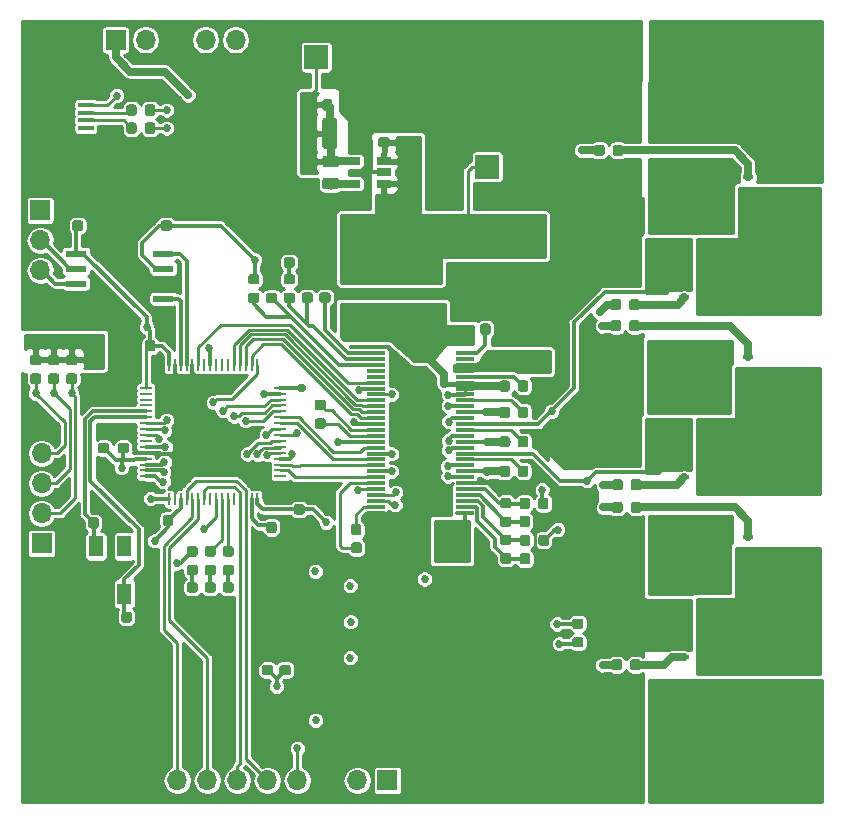
<source format=gbr>
G04 #@! TF.GenerationSoftware,KiCad,Pcbnew,5.0.2-bee76a0~70~ubuntu18.04.1*
G04 #@! TF.CreationDate,2019-03-01T11:09:08-06:00*
G04 #@! TF.ProjectId,MotorDriverXL,4d6f746f-7244-4726-9976-6572584c2e6b,V1.0*
G04 #@! TF.SameCoordinates,Original*
G04 #@! TF.FileFunction,Copper,L1,Top*
G04 #@! TF.FilePolarity,Positive*
%FSLAX46Y46*%
G04 Gerber Fmt 4.6, Leading zero omitted, Abs format (unit mm)*
G04 Created by KiCad (PCBNEW 5.0.2-bee76a0~70~ubuntu18.04.1) date Fri 01 Mar 2019 11:09:08 AM CST*
%MOMM*%
%LPD*%
G01*
G04 APERTURE LIST*
G04 #@! TA.AperFunction,SMDPad,CuDef*
%ADD10R,2.000000X2.000000*%
G04 #@! TD*
G04 #@! TA.AperFunction,ComponentPad*
%ADD11O,1.700000X1.700000*%
G04 #@! TD*
G04 #@! TA.AperFunction,ComponentPad*
%ADD12R,1.700000X1.700000*%
G04 #@! TD*
G04 #@! TA.AperFunction,SMDPad,CuDef*
%ADD13R,1.100000X1.100000*%
G04 #@! TD*
G04 #@! TA.AperFunction,Conductor*
%ADD14C,0.100000*%
G04 #@! TD*
G04 #@! TA.AperFunction,SMDPad,CuDef*
%ADD15C,0.875000*%
G04 #@! TD*
G04 #@! TA.AperFunction,SMDPad,CuDef*
%ADD16R,3.630000X4.061000*%
G04 #@! TD*
G04 #@! TA.AperFunction,SMDPad,CuDef*
%ADD17R,0.610000X0.595000*%
G04 #@! TD*
G04 #@! TA.AperFunction,SMDPad,CuDef*
%ADD18R,0.510000X5.000000*%
G04 #@! TD*
G04 #@! TA.AperFunction,SMDPad,CuDef*
%ADD19R,0.820000X0.410000*%
G04 #@! TD*
G04 #@! TA.AperFunction,SMDPad,CuDef*
%ADD20R,1.700000X2.500000*%
G04 #@! TD*
G04 #@! TA.AperFunction,SMDPad,CuDef*
%ADD21R,1.200000X1.800000*%
G04 #@! TD*
G04 #@! TA.AperFunction,ComponentPad*
%ADD22C,2.000000*%
G04 #@! TD*
G04 #@! TA.AperFunction,ComponentPad*
%ADD23R,2.000000X2.000000*%
G04 #@! TD*
G04 #@! TA.AperFunction,SMDPad,CuDef*
%ADD24C,1.250000*%
G04 #@! TD*
G04 #@! TA.AperFunction,SMDPad,CuDef*
%ADD25C,0.975000*%
G04 #@! TD*
G04 #@! TA.AperFunction,SMDPad,CuDef*
%ADD26R,0.250000X1.000000*%
G04 #@! TD*
G04 #@! TA.AperFunction,SMDPad,CuDef*
%ADD27R,1.000000X0.250000*%
G04 #@! TD*
G04 #@! TA.AperFunction,SMDPad,CuDef*
%ADD28R,3.610000X6.350000*%
G04 #@! TD*
G04 #@! TA.AperFunction,SMDPad,CuDef*
%ADD29R,1.550000X0.300000*%
G04 #@! TD*
G04 #@! TA.AperFunction,SMDPad,CuDef*
%ADD30R,1.750000X0.550000*%
G04 #@! TD*
G04 #@! TA.AperFunction,SMDPad,CuDef*
%ADD31R,1.220000X0.650000*%
G04 #@! TD*
G04 #@! TA.AperFunction,SMDPad,CuDef*
%ADD32C,1.350000*%
G04 #@! TD*
G04 #@! TA.AperFunction,SMDPad,CuDef*
%ADD33R,1.350000X0.400000*%
G04 #@! TD*
G04 #@! TA.AperFunction,ComponentPad*
%ADD34O,1.600000X0.900000*%
G04 #@! TD*
G04 #@! TA.AperFunction,SMDPad,CuDef*
%ADD35R,1.400000X1.600000*%
G04 #@! TD*
G04 #@! TA.AperFunction,SMDPad,CuDef*
%ADD36R,1.900000X1.900000*%
G04 #@! TD*
G04 #@! TA.AperFunction,SMDPad,CuDef*
%ADD37R,8.000000X2.700000*%
G04 #@! TD*
G04 #@! TA.AperFunction,ViaPad*
%ADD38C,1.524000*%
G04 #@! TD*
G04 #@! TA.AperFunction,ViaPad*
%ADD39C,0.685800*%
G04 #@! TD*
G04 #@! TA.AperFunction,Conductor*
%ADD40C,0.304800*%
G04 #@! TD*
G04 #@! TA.AperFunction,Conductor*
%ADD41C,0.635000*%
G04 #@! TD*
G04 #@! TA.AperFunction,Conductor*
%ADD42C,0.254000*%
G04 #@! TD*
G04 #@! TA.AperFunction,Conductor*
%ADD43C,0.250000*%
G04 #@! TD*
G04 #@! TA.AperFunction,Conductor*
%ADD44C,0.152400*%
G04 #@! TD*
G04 #@! TA.AperFunction,Conductor*
%ADD45C,0.889000*%
G04 #@! TD*
G04 #@! TA.AperFunction,Conductor*
%ADD46C,0.406400*%
G04 #@! TD*
G04 APERTURE END LIST*
D10*
G04 #@! TO.P,TP18,1*
G04 #@! TO.N,GND*
X142367000Y-65405000D03*
G04 #@! TD*
G04 #@! TO.P,TP17,1*
G04 #@! TO.N,SH_C*
X169037000Y-112014000D03*
G04 #@! TD*
G04 #@! TO.P,TP16,1*
G04 #@! TO.N,V_SUPPLY*
X169164000Y-68707000D03*
G04 #@! TD*
G04 #@! TO.P,TP12,1*
G04 #@! TO.N,SH_B*
X169037000Y-97028000D03*
G04 #@! TD*
G04 #@! TO.P,TP5,1*
G04 #@! TO.N,5V*
X143002000Y-74930000D03*
G04 #@! TD*
G04 #@! TO.P,TP8,1*
G04 #@! TO.N,SH_A*
X169037000Y-81407000D03*
G04 #@! TD*
G04 #@! TO.P,TP4,1*
G04 #@! TO.N,VCC_3V3*
X128524000Y-65659000D03*
G04 #@! TD*
D11*
G04 #@! TO.P,P4,5*
G04 #@! TO.N,NRST*
X121691400Y-64185800D03*
G04 #@! TO.P,P4,4*
G04 #@! TO.N,SWDIO*
X119151400Y-64185800D03*
G04 #@! TO.P,P4,3*
G04 #@! TO.N,GND*
X116611400Y-64185800D03*
G04 #@! TO.P,P4,2*
G04 #@! TO.N,SWCLK*
X114071400Y-64185800D03*
D12*
G04 #@! TO.P,P4,1*
G04 #@! TO.N,VCC_3V3*
X111531400Y-64185800D03*
G04 #@! TD*
D11*
G04 #@! TO.P,P2,5*
G04 #@! TO.N,GND*
X105283000Y-96647000D03*
G04 #@! TO.P,P2,4*
G04 #@! TO.N,HALL_C*
X105283000Y-99187000D03*
G04 #@! TO.P,P2,3*
G04 #@! TO.N,HALL_B*
X105283000Y-101727000D03*
G04 #@! TO.P,P2,2*
G04 #@! TO.N,HALL_A*
X105283000Y-104267000D03*
D12*
G04 #@! TO.P,P2,1*
G04 #@! TO.N,5V*
X105283000Y-106807000D03*
G04 #@! TD*
D11*
G04 #@! TO.P,P3,8*
G04 #@! TO.N,SCK_ADC_EXT1*
X116763800Y-126873000D03*
G04 #@! TO.P,P3,7*
G04 #@! TO.N,MISO_ADC_EXT2*
X119303800Y-126873000D03*
G04 #@! TO.P,P3,6*
G04 #@! TO.N,MOSI_TX_SCL*
X121843800Y-126873000D03*
G04 #@! TO.P,P3,5*
G04 #@! TO.N,NSS_RX_SDA*
X124383800Y-126873000D03*
G04 #@! TO.P,P3,4*
G04 #@! TO.N,ADC_EXT3*
X126923800Y-126873000D03*
G04 #@! TO.P,P3,3*
G04 #@! TO.N,GND*
X129463800Y-126873000D03*
G04 #@! TO.P,P3,2*
G04 #@! TO.N,VCC_3V3*
X132003800Y-126873000D03*
D12*
G04 #@! TO.P,P3,1*
G04 #@! TO.N,5V*
X134543800Y-126873000D03*
G04 #@! TD*
D11*
G04 #@! TO.P,P1,4*
G04 #@! TO.N,GND*
X105156000Y-86233000D03*
G04 #@! TO.P,P1,3*
G04 #@! TO.N,Net-(P1-Pad3)*
X105156000Y-83693000D03*
G04 #@! TO.P,P1,2*
G04 #@! TO.N,Net-(P1-Pad2)*
X105156000Y-81153000D03*
D12*
G04 #@! TO.P,P1,1*
G04 #@! TO.N,5V*
X105156000Y-78613000D03*
G04 #@! TD*
D13*
G04 #@! TO.P,D1,2*
G04 #@! TO.N,GND*
X140843000Y-86255400D03*
G04 #@! TO.P,D1,1*
G04 #@! TO.N,Net-(C17-Pad1)*
X140843000Y-89055400D03*
G04 #@! TD*
D14*
G04 #@! TO.N,TEMP*
G04 #@! TO.C,C42*
G36*
X124686891Y-117114853D02*
X124708126Y-117118003D01*
X124728950Y-117123219D01*
X124749162Y-117130451D01*
X124768568Y-117139630D01*
X124786981Y-117150666D01*
X124804224Y-117163454D01*
X124820130Y-117177870D01*
X124834546Y-117193776D01*
X124847334Y-117211019D01*
X124858370Y-117229432D01*
X124867549Y-117248838D01*
X124874781Y-117269050D01*
X124879997Y-117289874D01*
X124883147Y-117311109D01*
X124884200Y-117332550D01*
X124884200Y-117770050D01*
X124883147Y-117791491D01*
X124879997Y-117812726D01*
X124874781Y-117833550D01*
X124867549Y-117853762D01*
X124858370Y-117873168D01*
X124847334Y-117891581D01*
X124834546Y-117908824D01*
X124820130Y-117924730D01*
X124804224Y-117939146D01*
X124786981Y-117951934D01*
X124768568Y-117962970D01*
X124749162Y-117972149D01*
X124728950Y-117979381D01*
X124708126Y-117984597D01*
X124686891Y-117987747D01*
X124665450Y-117988800D01*
X124152950Y-117988800D01*
X124131509Y-117987747D01*
X124110274Y-117984597D01*
X124089450Y-117979381D01*
X124069238Y-117972149D01*
X124049832Y-117962970D01*
X124031419Y-117951934D01*
X124014176Y-117939146D01*
X123998270Y-117924730D01*
X123983854Y-117908824D01*
X123971066Y-117891581D01*
X123960030Y-117873168D01*
X123950851Y-117853762D01*
X123943619Y-117833550D01*
X123938403Y-117812726D01*
X123935253Y-117791491D01*
X123934200Y-117770050D01*
X123934200Y-117332550D01*
X123935253Y-117311109D01*
X123938403Y-117289874D01*
X123943619Y-117269050D01*
X123950851Y-117248838D01*
X123960030Y-117229432D01*
X123971066Y-117211019D01*
X123983854Y-117193776D01*
X123998270Y-117177870D01*
X124014176Y-117163454D01*
X124031419Y-117150666D01*
X124049832Y-117139630D01*
X124069238Y-117130451D01*
X124089450Y-117123219D01*
X124110274Y-117118003D01*
X124131509Y-117114853D01*
X124152950Y-117113800D01*
X124665450Y-117113800D01*
X124686891Y-117114853D01*
X124686891Y-117114853D01*
G37*
D15*
G04 #@! TD*
G04 #@! TO.P,C42,2*
G04 #@! TO.N,TEMP*
X124409200Y-117551300D03*
D14*
G04 #@! TO.N,GND*
G04 #@! TO.C,C42*
G36*
X124686891Y-115539853D02*
X124708126Y-115543003D01*
X124728950Y-115548219D01*
X124749162Y-115555451D01*
X124768568Y-115564630D01*
X124786981Y-115575666D01*
X124804224Y-115588454D01*
X124820130Y-115602870D01*
X124834546Y-115618776D01*
X124847334Y-115636019D01*
X124858370Y-115654432D01*
X124867549Y-115673838D01*
X124874781Y-115694050D01*
X124879997Y-115714874D01*
X124883147Y-115736109D01*
X124884200Y-115757550D01*
X124884200Y-116195050D01*
X124883147Y-116216491D01*
X124879997Y-116237726D01*
X124874781Y-116258550D01*
X124867549Y-116278762D01*
X124858370Y-116298168D01*
X124847334Y-116316581D01*
X124834546Y-116333824D01*
X124820130Y-116349730D01*
X124804224Y-116364146D01*
X124786981Y-116376934D01*
X124768568Y-116387970D01*
X124749162Y-116397149D01*
X124728950Y-116404381D01*
X124708126Y-116409597D01*
X124686891Y-116412747D01*
X124665450Y-116413800D01*
X124152950Y-116413800D01*
X124131509Y-116412747D01*
X124110274Y-116409597D01*
X124089450Y-116404381D01*
X124069238Y-116397149D01*
X124049832Y-116387970D01*
X124031419Y-116376934D01*
X124014176Y-116364146D01*
X123998270Y-116349730D01*
X123983854Y-116333824D01*
X123971066Y-116316581D01*
X123960030Y-116298168D01*
X123950851Y-116278762D01*
X123943619Y-116258550D01*
X123938403Y-116237726D01*
X123935253Y-116216491D01*
X123934200Y-116195050D01*
X123934200Y-115757550D01*
X123935253Y-115736109D01*
X123938403Y-115714874D01*
X123943619Y-115694050D01*
X123950851Y-115673838D01*
X123960030Y-115654432D01*
X123971066Y-115636019D01*
X123983854Y-115618776D01*
X123998270Y-115602870D01*
X124014176Y-115588454D01*
X124031419Y-115575666D01*
X124049832Y-115564630D01*
X124069238Y-115555451D01*
X124089450Y-115548219D01*
X124110274Y-115543003D01*
X124131509Y-115539853D01*
X124152950Y-115538800D01*
X124665450Y-115538800D01*
X124686891Y-115539853D01*
X124686891Y-115539853D01*
G37*
D15*
G04 #@! TD*
G04 #@! TO.P,C42,1*
G04 #@! TO.N,GND*
X124409200Y-115976300D03*
D14*
G04 #@! TO.N,GND*
G04 #@! TO.C,R34*
G36*
X126164492Y-115533452D02*
X126185727Y-115536602D01*
X126206551Y-115541818D01*
X126226763Y-115549050D01*
X126246169Y-115558229D01*
X126264582Y-115569265D01*
X126281825Y-115582053D01*
X126297731Y-115596469D01*
X126312147Y-115612375D01*
X126324935Y-115629618D01*
X126335971Y-115648031D01*
X126345150Y-115667437D01*
X126352382Y-115687649D01*
X126357598Y-115708473D01*
X126360748Y-115729708D01*
X126361801Y-115751149D01*
X126361801Y-116188649D01*
X126360748Y-116210090D01*
X126357598Y-116231325D01*
X126352382Y-116252149D01*
X126345150Y-116272361D01*
X126335971Y-116291767D01*
X126324935Y-116310180D01*
X126312147Y-116327423D01*
X126297731Y-116343329D01*
X126281825Y-116357745D01*
X126264582Y-116370533D01*
X126246169Y-116381569D01*
X126226763Y-116390748D01*
X126206551Y-116397980D01*
X126185727Y-116403196D01*
X126164492Y-116406346D01*
X126143051Y-116407399D01*
X125630551Y-116407399D01*
X125609110Y-116406346D01*
X125587875Y-116403196D01*
X125567051Y-116397980D01*
X125546839Y-116390748D01*
X125527433Y-116381569D01*
X125509020Y-116370533D01*
X125491777Y-116357745D01*
X125475871Y-116343329D01*
X125461455Y-116327423D01*
X125448667Y-116310180D01*
X125437631Y-116291767D01*
X125428452Y-116272361D01*
X125421220Y-116252149D01*
X125416004Y-116231325D01*
X125412854Y-116210090D01*
X125411801Y-116188649D01*
X125411801Y-115751149D01*
X125412854Y-115729708D01*
X125416004Y-115708473D01*
X125421220Y-115687649D01*
X125428452Y-115667437D01*
X125437631Y-115648031D01*
X125448667Y-115629618D01*
X125461455Y-115612375D01*
X125475871Y-115596469D01*
X125491777Y-115582053D01*
X125509020Y-115569265D01*
X125527433Y-115558229D01*
X125546839Y-115549050D01*
X125567051Y-115541818D01*
X125587875Y-115536602D01*
X125609110Y-115533452D01*
X125630551Y-115532399D01*
X126143051Y-115532399D01*
X126164492Y-115533452D01*
X126164492Y-115533452D01*
G37*
D15*
G04 #@! TD*
G04 #@! TO.P,R34,2*
G04 #@! TO.N,GND*
X125886801Y-115969899D03*
D14*
G04 #@! TO.N,TEMP*
G04 #@! TO.C,R34*
G36*
X126164492Y-117108452D02*
X126185727Y-117111602D01*
X126206551Y-117116818D01*
X126226763Y-117124050D01*
X126246169Y-117133229D01*
X126264582Y-117144265D01*
X126281825Y-117157053D01*
X126297731Y-117171469D01*
X126312147Y-117187375D01*
X126324935Y-117204618D01*
X126335971Y-117223031D01*
X126345150Y-117242437D01*
X126352382Y-117262649D01*
X126357598Y-117283473D01*
X126360748Y-117304708D01*
X126361801Y-117326149D01*
X126361801Y-117763649D01*
X126360748Y-117785090D01*
X126357598Y-117806325D01*
X126352382Y-117827149D01*
X126345150Y-117847361D01*
X126335971Y-117866767D01*
X126324935Y-117885180D01*
X126312147Y-117902423D01*
X126297731Y-117918329D01*
X126281825Y-117932745D01*
X126264582Y-117945533D01*
X126246169Y-117956569D01*
X126226763Y-117965748D01*
X126206551Y-117972980D01*
X126185727Y-117978196D01*
X126164492Y-117981346D01*
X126143051Y-117982399D01*
X125630551Y-117982399D01*
X125609110Y-117981346D01*
X125587875Y-117978196D01*
X125567051Y-117972980D01*
X125546839Y-117965748D01*
X125527433Y-117956569D01*
X125509020Y-117945533D01*
X125491777Y-117932745D01*
X125475871Y-117918329D01*
X125461455Y-117902423D01*
X125448667Y-117885180D01*
X125437631Y-117866767D01*
X125428452Y-117847361D01*
X125421220Y-117827149D01*
X125416004Y-117806325D01*
X125412854Y-117785090D01*
X125411801Y-117763649D01*
X125411801Y-117326149D01*
X125412854Y-117304708D01*
X125416004Y-117283473D01*
X125421220Y-117262649D01*
X125428452Y-117242437D01*
X125437631Y-117223031D01*
X125448667Y-117204618D01*
X125461455Y-117187375D01*
X125475871Y-117171469D01*
X125491777Y-117157053D01*
X125509020Y-117144265D01*
X125527433Y-117133229D01*
X125546839Y-117124050D01*
X125567051Y-117116818D01*
X125587875Y-117111602D01*
X125609110Y-117108452D01*
X125630551Y-117107399D01*
X126143051Y-117107399D01*
X126164492Y-117108452D01*
X126164492Y-117108452D01*
G37*
D15*
G04 #@! TD*
G04 #@! TO.P,R34,1*
G04 #@! TO.N,TEMP*
X125886801Y-117544899D03*
D14*
G04 #@! TO.N,TEMP*
G04 #@! TO.C,TH1*
G36*
X150950491Y-113177653D02*
X150971726Y-113180803D01*
X150992550Y-113186019D01*
X151012762Y-113193251D01*
X151032168Y-113202430D01*
X151050581Y-113213466D01*
X151067824Y-113226254D01*
X151083730Y-113240670D01*
X151098146Y-113256576D01*
X151110934Y-113273819D01*
X151121970Y-113292232D01*
X151131149Y-113311638D01*
X151138381Y-113331850D01*
X151143597Y-113352674D01*
X151146747Y-113373909D01*
X151147800Y-113395350D01*
X151147800Y-113832850D01*
X151146747Y-113854291D01*
X151143597Y-113875526D01*
X151138381Y-113896350D01*
X151131149Y-113916562D01*
X151121970Y-113935968D01*
X151110934Y-113954381D01*
X151098146Y-113971624D01*
X151083730Y-113987530D01*
X151067824Y-114001946D01*
X151050581Y-114014734D01*
X151032168Y-114025770D01*
X151012762Y-114034949D01*
X150992550Y-114042181D01*
X150971726Y-114047397D01*
X150950491Y-114050547D01*
X150929050Y-114051600D01*
X150416550Y-114051600D01*
X150395109Y-114050547D01*
X150373874Y-114047397D01*
X150353050Y-114042181D01*
X150332838Y-114034949D01*
X150313432Y-114025770D01*
X150295019Y-114014734D01*
X150277776Y-114001946D01*
X150261870Y-113987530D01*
X150247454Y-113971624D01*
X150234666Y-113954381D01*
X150223630Y-113935968D01*
X150214451Y-113916562D01*
X150207219Y-113896350D01*
X150202003Y-113875526D01*
X150198853Y-113854291D01*
X150197800Y-113832850D01*
X150197800Y-113395350D01*
X150198853Y-113373909D01*
X150202003Y-113352674D01*
X150207219Y-113331850D01*
X150214451Y-113311638D01*
X150223630Y-113292232D01*
X150234666Y-113273819D01*
X150247454Y-113256576D01*
X150261870Y-113240670D01*
X150277776Y-113226254D01*
X150295019Y-113213466D01*
X150313432Y-113202430D01*
X150332838Y-113193251D01*
X150353050Y-113186019D01*
X150373874Y-113180803D01*
X150395109Y-113177653D01*
X150416550Y-113176600D01*
X150929050Y-113176600D01*
X150950491Y-113177653D01*
X150950491Y-113177653D01*
G37*
D15*
G04 #@! TD*
G04 #@! TO.P,TH1,2*
G04 #@! TO.N,TEMP*
X150672800Y-113614100D03*
D14*
G04 #@! TO.N,VCC_3V3*
G04 #@! TO.C,TH1*
G36*
X150950491Y-114752653D02*
X150971726Y-114755803D01*
X150992550Y-114761019D01*
X151012762Y-114768251D01*
X151032168Y-114777430D01*
X151050581Y-114788466D01*
X151067824Y-114801254D01*
X151083730Y-114815670D01*
X151098146Y-114831576D01*
X151110934Y-114848819D01*
X151121970Y-114867232D01*
X151131149Y-114886638D01*
X151138381Y-114906850D01*
X151143597Y-114927674D01*
X151146747Y-114948909D01*
X151147800Y-114970350D01*
X151147800Y-115407850D01*
X151146747Y-115429291D01*
X151143597Y-115450526D01*
X151138381Y-115471350D01*
X151131149Y-115491562D01*
X151121970Y-115510968D01*
X151110934Y-115529381D01*
X151098146Y-115546624D01*
X151083730Y-115562530D01*
X151067824Y-115576946D01*
X151050581Y-115589734D01*
X151032168Y-115600770D01*
X151012762Y-115609949D01*
X150992550Y-115617181D01*
X150971726Y-115622397D01*
X150950491Y-115625547D01*
X150929050Y-115626600D01*
X150416550Y-115626600D01*
X150395109Y-115625547D01*
X150373874Y-115622397D01*
X150353050Y-115617181D01*
X150332838Y-115609949D01*
X150313432Y-115600770D01*
X150295019Y-115589734D01*
X150277776Y-115576946D01*
X150261870Y-115562530D01*
X150247454Y-115546624D01*
X150234666Y-115529381D01*
X150223630Y-115510968D01*
X150214451Y-115491562D01*
X150207219Y-115471350D01*
X150202003Y-115450526D01*
X150198853Y-115429291D01*
X150197800Y-115407850D01*
X150197800Y-114970350D01*
X150198853Y-114948909D01*
X150202003Y-114927674D01*
X150207219Y-114906850D01*
X150214451Y-114886638D01*
X150223630Y-114867232D01*
X150234666Y-114848819D01*
X150247454Y-114831576D01*
X150261870Y-114815670D01*
X150277776Y-114801254D01*
X150295019Y-114788466D01*
X150313432Y-114777430D01*
X150332838Y-114768251D01*
X150353050Y-114761019D01*
X150373874Y-114755803D01*
X150395109Y-114752653D01*
X150416550Y-114751600D01*
X150929050Y-114751600D01*
X150950491Y-114752653D01*
X150950491Y-114752653D01*
G37*
D15*
G04 #@! TD*
G04 #@! TO.P,TH1,1*
G04 #@! TO.N,VCC_3V3*
X150672800Y-115189100D03*
D16*
G04 #@! TO.P,Q1,1*
G04 #@! TO.N,V_SUPPLY*
X161582200Y-77724000D03*
D17*
X162382200Y-80052000D03*
X162382200Y-75396000D03*
D18*
X159512200Y-77724000D03*
D19*
G04 #@! TO.P,Q1,3*
G04 #@! TO.N,SH_A*
X165098200Y-79629000D03*
X165098200Y-78359000D03*
X165098200Y-77089000D03*
G04 #@! TO.P,Q1,2*
G04 #@! TO.N,Net-(Q1-Pad2)*
X165098200Y-75819000D03*
G04 #@! TD*
D20*
G04 #@! TO.P,D2,K*
G04 #@! TO.N,5V*
X146456400Y-81083400D03*
G04 #@! TO.P,D2,A*
G04 #@! TO.N,GND*
X146456400Y-85083400D03*
G04 #@! TD*
D14*
G04 #@! TO.N,SP_B*
G04 #@! TO.C,C41*
G36*
X144854491Y-107653353D02*
X144875726Y-107656503D01*
X144896550Y-107661719D01*
X144916762Y-107668951D01*
X144936168Y-107678130D01*
X144954581Y-107689166D01*
X144971824Y-107701954D01*
X144987730Y-107716370D01*
X145002146Y-107732276D01*
X145014934Y-107749519D01*
X145025970Y-107767932D01*
X145035149Y-107787338D01*
X145042381Y-107807550D01*
X145047597Y-107828374D01*
X145050747Y-107849609D01*
X145051800Y-107871050D01*
X145051800Y-108308550D01*
X145050747Y-108329991D01*
X145047597Y-108351226D01*
X145042381Y-108372050D01*
X145035149Y-108392262D01*
X145025970Y-108411668D01*
X145014934Y-108430081D01*
X145002146Y-108447324D01*
X144987730Y-108463230D01*
X144971824Y-108477646D01*
X144954581Y-108490434D01*
X144936168Y-108501470D01*
X144916762Y-108510649D01*
X144896550Y-108517881D01*
X144875726Y-108523097D01*
X144854491Y-108526247D01*
X144833050Y-108527300D01*
X144320550Y-108527300D01*
X144299109Y-108526247D01*
X144277874Y-108523097D01*
X144257050Y-108517881D01*
X144236838Y-108510649D01*
X144217432Y-108501470D01*
X144199019Y-108490434D01*
X144181776Y-108477646D01*
X144165870Y-108463230D01*
X144151454Y-108447324D01*
X144138666Y-108430081D01*
X144127630Y-108411668D01*
X144118451Y-108392262D01*
X144111219Y-108372050D01*
X144106003Y-108351226D01*
X144102853Y-108329991D01*
X144101800Y-108308550D01*
X144101800Y-107871050D01*
X144102853Y-107849609D01*
X144106003Y-107828374D01*
X144111219Y-107807550D01*
X144118451Y-107787338D01*
X144127630Y-107767932D01*
X144138666Y-107749519D01*
X144151454Y-107732276D01*
X144165870Y-107716370D01*
X144181776Y-107701954D01*
X144199019Y-107689166D01*
X144217432Y-107678130D01*
X144236838Y-107668951D01*
X144257050Y-107661719D01*
X144277874Y-107656503D01*
X144299109Y-107653353D01*
X144320550Y-107652300D01*
X144833050Y-107652300D01*
X144854491Y-107653353D01*
X144854491Y-107653353D01*
G37*
D15*
G04 #@! TD*
G04 #@! TO.P,C41,2*
G04 #@! TO.N,SP_B*
X144576800Y-108089800D03*
D14*
G04 #@! TO.N,SN_B*
G04 #@! TO.C,C41*
G36*
X144854491Y-106078353D02*
X144875726Y-106081503D01*
X144896550Y-106086719D01*
X144916762Y-106093951D01*
X144936168Y-106103130D01*
X144954581Y-106114166D01*
X144971824Y-106126954D01*
X144987730Y-106141370D01*
X145002146Y-106157276D01*
X145014934Y-106174519D01*
X145025970Y-106192932D01*
X145035149Y-106212338D01*
X145042381Y-106232550D01*
X145047597Y-106253374D01*
X145050747Y-106274609D01*
X145051800Y-106296050D01*
X145051800Y-106733550D01*
X145050747Y-106754991D01*
X145047597Y-106776226D01*
X145042381Y-106797050D01*
X145035149Y-106817262D01*
X145025970Y-106836668D01*
X145014934Y-106855081D01*
X145002146Y-106872324D01*
X144987730Y-106888230D01*
X144971824Y-106902646D01*
X144954581Y-106915434D01*
X144936168Y-106926470D01*
X144916762Y-106935649D01*
X144896550Y-106942881D01*
X144875726Y-106948097D01*
X144854491Y-106951247D01*
X144833050Y-106952300D01*
X144320550Y-106952300D01*
X144299109Y-106951247D01*
X144277874Y-106948097D01*
X144257050Y-106942881D01*
X144236838Y-106935649D01*
X144217432Y-106926470D01*
X144199019Y-106915434D01*
X144181776Y-106902646D01*
X144165870Y-106888230D01*
X144151454Y-106872324D01*
X144138666Y-106855081D01*
X144127630Y-106836668D01*
X144118451Y-106817262D01*
X144111219Y-106797050D01*
X144106003Y-106776226D01*
X144102853Y-106754991D01*
X144101800Y-106733550D01*
X144101800Y-106296050D01*
X144102853Y-106274609D01*
X144106003Y-106253374D01*
X144111219Y-106232550D01*
X144118451Y-106212338D01*
X144127630Y-106192932D01*
X144138666Y-106174519D01*
X144151454Y-106157276D01*
X144165870Y-106141370D01*
X144181776Y-106126954D01*
X144199019Y-106114166D01*
X144217432Y-106103130D01*
X144236838Y-106093951D01*
X144257050Y-106086719D01*
X144277874Y-106081503D01*
X144299109Y-106078353D01*
X144320550Y-106077300D01*
X144833050Y-106077300D01*
X144854491Y-106078353D01*
X144854491Y-106078353D01*
G37*
D15*
G04 #@! TD*
G04 #@! TO.P,C41,1*
G04 #@! TO.N,SN_B*
X144576800Y-106514800D03*
D14*
G04 #@! TO.N,SP_A*
G04 #@! TO.C,C40*
G36*
X144854491Y-104554553D02*
X144875726Y-104557703D01*
X144896550Y-104562919D01*
X144916762Y-104570151D01*
X144936168Y-104579330D01*
X144954581Y-104590366D01*
X144971824Y-104603154D01*
X144987730Y-104617570D01*
X145002146Y-104633476D01*
X145014934Y-104650719D01*
X145025970Y-104669132D01*
X145035149Y-104688538D01*
X145042381Y-104708750D01*
X145047597Y-104729574D01*
X145050747Y-104750809D01*
X145051800Y-104772250D01*
X145051800Y-105209750D01*
X145050747Y-105231191D01*
X145047597Y-105252426D01*
X145042381Y-105273250D01*
X145035149Y-105293462D01*
X145025970Y-105312868D01*
X145014934Y-105331281D01*
X145002146Y-105348524D01*
X144987730Y-105364430D01*
X144971824Y-105378846D01*
X144954581Y-105391634D01*
X144936168Y-105402670D01*
X144916762Y-105411849D01*
X144896550Y-105419081D01*
X144875726Y-105424297D01*
X144854491Y-105427447D01*
X144833050Y-105428500D01*
X144320550Y-105428500D01*
X144299109Y-105427447D01*
X144277874Y-105424297D01*
X144257050Y-105419081D01*
X144236838Y-105411849D01*
X144217432Y-105402670D01*
X144199019Y-105391634D01*
X144181776Y-105378846D01*
X144165870Y-105364430D01*
X144151454Y-105348524D01*
X144138666Y-105331281D01*
X144127630Y-105312868D01*
X144118451Y-105293462D01*
X144111219Y-105273250D01*
X144106003Y-105252426D01*
X144102853Y-105231191D01*
X144101800Y-105209750D01*
X144101800Y-104772250D01*
X144102853Y-104750809D01*
X144106003Y-104729574D01*
X144111219Y-104708750D01*
X144118451Y-104688538D01*
X144127630Y-104669132D01*
X144138666Y-104650719D01*
X144151454Y-104633476D01*
X144165870Y-104617570D01*
X144181776Y-104603154D01*
X144199019Y-104590366D01*
X144217432Y-104579330D01*
X144236838Y-104570151D01*
X144257050Y-104562919D01*
X144277874Y-104557703D01*
X144299109Y-104554553D01*
X144320550Y-104553500D01*
X144833050Y-104553500D01*
X144854491Y-104554553D01*
X144854491Y-104554553D01*
G37*
D15*
G04 #@! TD*
G04 #@! TO.P,C40,2*
G04 #@! TO.N,SP_A*
X144576800Y-104991000D03*
D14*
G04 #@! TO.N,SN_A*
G04 #@! TO.C,C40*
G36*
X144854491Y-102979553D02*
X144875726Y-102982703D01*
X144896550Y-102987919D01*
X144916762Y-102995151D01*
X144936168Y-103004330D01*
X144954581Y-103015366D01*
X144971824Y-103028154D01*
X144987730Y-103042570D01*
X145002146Y-103058476D01*
X145014934Y-103075719D01*
X145025970Y-103094132D01*
X145035149Y-103113538D01*
X145042381Y-103133750D01*
X145047597Y-103154574D01*
X145050747Y-103175809D01*
X145051800Y-103197250D01*
X145051800Y-103634750D01*
X145050747Y-103656191D01*
X145047597Y-103677426D01*
X145042381Y-103698250D01*
X145035149Y-103718462D01*
X145025970Y-103737868D01*
X145014934Y-103756281D01*
X145002146Y-103773524D01*
X144987730Y-103789430D01*
X144971824Y-103803846D01*
X144954581Y-103816634D01*
X144936168Y-103827670D01*
X144916762Y-103836849D01*
X144896550Y-103844081D01*
X144875726Y-103849297D01*
X144854491Y-103852447D01*
X144833050Y-103853500D01*
X144320550Y-103853500D01*
X144299109Y-103852447D01*
X144277874Y-103849297D01*
X144257050Y-103844081D01*
X144236838Y-103836849D01*
X144217432Y-103827670D01*
X144199019Y-103816634D01*
X144181776Y-103803846D01*
X144165870Y-103789430D01*
X144151454Y-103773524D01*
X144138666Y-103756281D01*
X144127630Y-103737868D01*
X144118451Y-103718462D01*
X144111219Y-103698250D01*
X144106003Y-103677426D01*
X144102853Y-103656191D01*
X144101800Y-103634750D01*
X144101800Y-103197250D01*
X144102853Y-103175809D01*
X144106003Y-103154574D01*
X144111219Y-103133750D01*
X144118451Y-103113538D01*
X144127630Y-103094132D01*
X144138666Y-103075719D01*
X144151454Y-103058476D01*
X144165870Y-103042570D01*
X144181776Y-103028154D01*
X144199019Y-103015366D01*
X144217432Y-103004330D01*
X144236838Y-102995151D01*
X144257050Y-102987919D01*
X144277874Y-102982703D01*
X144299109Y-102979553D01*
X144320550Y-102978500D01*
X144833050Y-102978500D01*
X144854491Y-102979553D01*
X144854491Y-102979553D01*
G37*
D15*
G04 #@! TD*
G04 #@! TO.P,C40,1*
G04 #@! TO.N,SN_A*
X144576800Y-103416000D03*
D14*
G04 #@! TO.N,VCC_3V3*
G04 #@! TO.C,C39*
G36*
X112469491Y-98318853D02*
X112490726Y-98322003D01*
X112511550Y-98327219D01*
X112531762Y-98334451D01*
X112551168Y-98343630D01*
X112569581Y-98354666D01*
X112586824Y-98367454D01*
X112602730Y-98381870D01*
X112617146Y-98397776D01*
X112629934Y-98415019D01*
X112640970Y-98433432D01*
X112650149Y-98452838D01*
X112657381Y-98473050D01*
X112662597Y-98493874D01*
X112665747Y-98515109D01*
X112666800Y-98536550D01*
X112666800Y-98974050D01*
X112665747Y-98995491D01*
X112662597Y-99016726D01*
X112657381Y-99037550D01*
X112650149Y-99057762D01*
X112640970Y-99077168D01*
X112629934Y-99095581D01*
X112617146Y-99112824D01*
X112602730Y-99128730D01*
X112586824Y-99143146D01*
X112569581Y-99155934D01*
X112551168Y-99166970D01*
X112531762Y-99176149D01*
X112511550Y-99183381D01*
X112490726Y-99188597D01*
X112469491Y-99191747D01*
X112448050Y-99192800D01*
X111935550Y-99192800D01*
X111914109Y-99191747D01*
X111892874Y-99188597D01*
X111872050Y-99183381D01*
X111851838Y-99176149D01*
X111832432Y-99166970D01*
X111814019Y-99155934D01*
X111796776Y-99143146D01*
X111780870Y-99128730D01*
X111766454Y-99112824D01*
X111753666Y-99095581D01*
X111742630Y-99077168D01*
X111733451Y-99057762D01*
X111726219Y-99037550D01*
X111721003Y-99016726D01*
X111717853Y-98995491D01*
X111716800Y-98974050D01*
X111716800Y-98536550D01*
X111717853Y-98515109D01*
X111721003Y-98493874D01*
X111726219Y-98473050D01*
X111733451Y-98452838D01*
X111742630Y-98433432D01*
X111753666Y-98415019D01*
X111766454Y-98397776D01*
X111780870Y-98381870D01*
X111796776Y-98367454D01*
X111814019Y-98354666D01*
X111832432Y-98343630D01*
X111851838Y-98334451D01*
X111872050Y-98327219D01*
X111892874Y-98322003D01*
X111914109Y-98318853D01*
X111935550Y-98317800D01*
X112448050Y-98317800D01*
X112469491Y-98318853D01*
X112469491Y-98318853D01*
G37*
D15*
G04 #@! TD*
G04 #@! TO.P,C39,2*
G04 #@! TO.N,VCC_3V3*
X112191800Y-98755300D03*
D14*
G04 #@! TO.N,GND*
G04 #@! TO.C,C39*
G36*
X112469491Y-96743853D02*
X112490726Y-96747003D01*
X112511550Y-96752219D01*
X112531762Y-96759451D01*
X112551168Y-96768630D01*
X112569581Y-96779666D01*
X112586824Y-96792454D01*
X112602730Y-96806870D01*
X112617146Y-96822776D01*
X112629934Y-96840019D01*
X112640970Y-96858432D01*
X112650149Y-96877838D01*
X112657381Y-96898050D01*
X112662597Y-96918874D01*
X112665747Y-96940109D01*
X112666800Y-96961550D01*
X112666800Y-97399050D01*
X112665747Y-97420491D01*
X112662597Y-97441726D01*
X112657381Y-97462550D01*
X112650149Y-97482762D01*
X112640970Y-97502168D01*
X112629934Y-97520581D01*
X112617146Y-97537824D01*
X112602730Y-97553730D01*
X112586824Y-97568146D01*
X112569581Y-97580934D01*
X112551168Y-97591970D01*
X112531762Y-97601149D01*
X112511550Y-97608381D01*
X112490726Y-97613597D01*
X112469491Y-97616747D01*
X112448050Y-97617800D01*
X111935550Y-97617800D01*
X111914109Y-97616747D01*
X111892874Y-97613597D01*
X111872050Y-97608381D01*
X111851838Y-97601149D01*
X111832432Y-97591970D01*
X111814019Y-97580934D01*
X111796776Y-97568146D01*
X111780870Y-97553730D01*
X111766454Y-97537824D01*
X111753666Y-97520581D01*
X111742630Y-97502168D01*
X111733451Y-97482762D01*
X111726219Y-97462550D01*
X111721003Y-97441726D01*
X111717853Y-97420491D01*
X111716800Y-97399050D01*
X111716800Y-96961550D01*
X111717853Y-96940109D01*
X111721003Y-96918874D01*
X111726219Y-96898050D01*
X111733451Y-96877838D01*
X111742630Y-96858432D01*
X111753666Y-96840019D01*
X111766454Y-96822776D01*
X111780870Y-96806870D01*
X111796776Y-96792454D01*
X111814019Y-96779666D01*
X111832432Y-96768630D01*
X111851838Y-96759451D01*
X111872050Y-96752219D01*
X111892874Y-96747003D01*
X111914109Y-96743853D01*
X111935550Y-96742800D01*
X112448050Y-96742800D01*
X112469491Y-96743853D01*
X112469491Y-96743853D01*
G37*
D15*
G04 #@! TD*
G04 #@! TO.P,C39,1*
G04 #@! TO.N,GND*
X112191800Y-97180300D03*
D14*
G04 #@! TO.N,GND*
G04 #@! TO.C,C37*
G36*
X126554491Y-104986853D02*
X126575726Y-104990003D01*
X126596550Y-104995219D01*
X126616762Y-105002451D01*
X126636168Y-105011630D01*
X126654581Y-105022666D01*
X126671824Y-105035454D01*
X126687730Y-105049870D01*
X126702146Y-105065776D01*
X126714934Y-105083019D01*
X126725970Y-105101432D01*
X126735149Y-105120838D01*
X126742381Y-105141050D01*
X126747597Y-105161874D01*
X126750747Y-105183109D01*
X126751800Y-105204550D01*
X126751800Y-105717050D01*
X126750747Y-105738491D01*
X126747597Y-105759726D01*
X126742381Y-105780550D01*
X126735149Y-105800762D01*
X126725970Y-105820168D01*
X126714934Y-105838581D01*
X126702146Y-105855824D01*
X126687730Y-105871730D01*
X126671824Y-105886146D01*
X126654581Y-105898934D01*
X126636168Y-105909970D01*
X126616762Y-105919149D01*
X126596550Y-105926381D01*
X126575726Y-105931597D01*
X126554491Y-105934747D01*
X126533050Y-105935800D01*
X126095550Y-105935800D01*
X126074109Y-105934747D01*
X126052874Y-105931597D01*
X126032050Y-105926381D01*
X126011838Y-105919149D01*
X125992432Y-105909970D01*
X125974019Y-105898934D01*
X125956776Y-105886146D01*
X125940870Y-105871730D01*
X125926454Y-105855824D01*
X125913666Y-105838581D01*
X125902630Y-105820168D01*
X125893451Y-105800762D01*
X125886219Y-105780550D01*
X125881003Y-105759726D01*
X125877853Y-105738491D01*
X125876800Y-105717050D01*
X125876800Y-105204550D01*
X125877853Y-105183109D01*
X125881003Y-105161874D01*
X125886219Y-105141050D01*
X125893451Y-105120838D01*
X125902630Y-105101432D01*
X125913666Y-105083019D01*
X125926454Y-105065776D01*
X125940870Y-105049870D01*
X125956776Y-105035454D01*
X125974019Y-105022666D01*
X125992432Y-105011630D01*
X126011838Y-105002451D01*
X126032050Y-104995219D01*
X126052874Y-104990003D01*
X126074109Y-104986853D01*
X126095550Y-104985800D01*
X126533050Y-104985800D01*
X126554491Y-104986853D01*
X126554491Y-104986853D01*
G37*
D15*
G04 #@! TD*
G04 #@! TO.P,C37,2*
G04 #@! TO.N,GND*
X126314300Y-105460800D03*
D14*
G04 #@! TO.N,Net-(C37-Pad1)*
G04 #@! TO.C,C37*
G36*
X124979491Y-104986853D02*
X125000726Y-104990003D01*
X125021550Y-104995219D01*
X125041762Y-105002451D01*
X125061168Y-105011630D01*
X125079581Y-105022666D01*
X125096824Y-105035454D01*
X125112730Y-105049870D01*
X125127146Y-105065776D01*
X125139934Y-105083019D01*
X125150970Y-105101432D01*
X125160149Y-105120838D01*
X125167381Y-105141050D01*
X125172597Y-105161874D01*
X125175747Y-105183109D01*
X125176800Y-105204550D01*
X125176800Y-105717050D01*
X125175747Y-105738491D01*
X125172597Y-105759726D01*
X125167381Y-105780550D01*
X125160149Y-105800762D01*
X125150970Y-105820168D01*
X125139934Y-105838581D01*
X125127146Y-105855824D01*
X125112730Y-105871730D01*
X125096824Y-105886146D01*
X125079581Y-105898934D01*
X125061168Y-105909970D01*
X125041762Y-105919149D01*
X125021550Y-105926381D01*
X125000726Y-105931597D01*
X124979491Y-105934747D01*
X124958050Y-105935800D01*
X124520550Y-105935800D01*
X124499109Y-105934747D01*
X124477874Y-105931597D01*
X124457050Y-105926381D01*
X124436838Y-105919149D01*
X124417432Y-105909970D01*
X124399019Y-105898934D01*
X124381776Y-105886146D01*
X124365870Y-105871730D01*
X124351454Y-105855824D01*
X124338666Y-105838581D01*
X124327630Y-105820168D01*
X124318451Y-105800762D01*
X124311219Y-105780550D01*
X124306003Y-105759726D01*
X124302853Y-105738491D01*
X124301800Y-105717050D01*
X124301800Y-105204550D01*
X124302853Y-105183109D01*
X124306003Y-105161874D01*
X124311219Y-105141050D01*
X124318451Y-105120838D01*
X124327630Y-105101432D01*
X124338666Y-105083019D01*
X124351454Y-105065776D01*
X124365870Y-105049870D01*
X124381776Y-105035454D01*
X124399019Y-105022666D01*
X124417432Y-105011630D01*
X124436838Y-105002451D01*
X124457050Y-104995219D01*
X124477874Y-104990003D01*
X124499109Y-104986853D01*
X124520550Y-104985800D01*
X124958050Y-104985800D01*
X124979491Y-104986853D01*
X124979491Y-104986853D01*
G37*
D15*
G04 #@! TD*
G04 #@! TO.P,C37,1*
G04 #@! TO.N,Net-(C37-Pad1)*
X124739300Y-105460800D03*
D14*
G04 #@! TO.N,VCC_3V3*
G04 #@! TO.C,C35*
G36*
X110793091Y-98318853D02*
X110814326Y-98322003D01*
X110835150Y-98327219D01*
X110855362Y-98334451D01*
X110874768Y-98343630D01*
X110893181Y-98354666D01*
X110910424Y-98367454D01*
X110926330Y-98381870D01*
X110940746Y-98397776D01*
X110953534Y-98415019D01*
X110964570Y-98433432D01*
X110973749Y-98452838D01*
X110980981Y-98473050D01*
X110986197Y-98493874D01*
X110989347Y-98515109D01*
X110990400Y-98536550D01*
X110990400Y-98974050D01*
X110989347Y-98995491D01*
X110986197Y-99016726D01*
X110980981Y-99037550D01*
X110973749Y-99057762D01*
X110964570Y-99077168D01*
X110953534Y-99095581D01*
X110940746Y-99112824D01*
X110926330Y-99128730D01*
X110910424Y-99143146D01*
X110893181Y-99155934D01*
X110874768Y-99166970D01*
X110855362Y-99176149D01*
X110835150Y-99183381D01*
X110814326Y-99188597D01*
X110793091Y-99191747D01*
X110771650Y-99192800D01*
X110259150Y-99192800D01*
X110237709Y-99191747D01*
X110216474Y-99188597D01*
X110195650Y-99183381D01*
X110175438Y-99176149D01*
X110156032Y-99166970D01*
X110137619Y-99155934D01*
X110120376Y-99143146D01*
X110104470Y-99128730D01*
X110090054Y-99112824D01*
X110077266Y-99095581D01*
X110066230Y-99077168D01*
X110057051Y-99057762D01*
X110049819Y-99037550D01*
X110044603Y-99016726D01*
X110041453Y-98995491D01*
X110040400Y-98974050D01*
X110040400Y-98536550D01*
X110041453Y-98515109D01*
X110044603Y-98493874D01*
X110049819Y-98473050D01*
X110057051Y-98452838D01*
X110066230Y-98433432D01*
X110077266Y-98415019D01*
X110090054Y-98397776D01*
X110104470Y-98381870D01*
X110120376Y-98367454D01*
X110137619Y-98354666D01*
X110156032Y-98343630D01*
X110175438Y-98334451D01*
X110195650Y-98327219D01*
X110216474Y-98322003D01*
X110237709Y-98318853D01*
X110259150Y-98317800D01*
X110771650Y-98317800D01*
X110793091Y-98318853D01*
X110793091Y-98318853D01*
G37*
D15*
G04 #@! TD*
G04 #@! TO.P,C35,2*
G04 #@! TO.N,VCC_3V3*
X110515400Y-98755300D03*
D14*
G04 #@! TO.N,GND*
G04 #@! TO.C,C35*
G36*
X110793091Y-96743853D02*
X110814326Y-96747003D01*
X110835150Y-96752219D01*
X110855362Y-96759451D01*
X110874768Y-96768630D01*
X110893181Y-96779666D01*
X110910424Y-96792454D01*
X110926330Y-96806870D01*
X110940746Y-96822776D01*
X110953534Y-96840019D01*
X110964570Y-96858432D01*
X110973749Y-96877838D01*
X110980981Y-96898050D01*
X110986197Y-96918874D01*
X110989347Y-96940109D01*
X110990400Y-96961550D01*
X110990400Y-97399050D01*
X110989347Y-97420491D01*
X110986197Y-97441726D01*
X110980981Y-97462550D01*
X110973749Y-97482762D01*
X110964570Y-97502168D01*
X110953534Y-97520581D01*
X110940746Y-97537824D01*
X110926330Y-97553730D01*
X110910424Y-97568146D01*
X110893181Y-97580934D01*
X110874768Y-97591970D01*
X110855362Y-97601149D01*
X110835150Y-97608381D01*
X110814326Y-97613597D01*
X110793091Y-97616747D01*
X110771650Y-97617800D01*
X110259150Y-97617800D01*
X110237709Y-97616747D01*
X110216474Y-97613597D01*
X110195650Y-97608381D01*
X110175438Y-97601149D01*
X110156032Y-97591970D01*
X110137619Y-97580934D01*
X110120376Y-97568146D01*
X110104470Y-97553730D01*
X110090054Y-97537824D01*
X110077266Y-97520581D01*
X110066230Y-97502168D01*
X110057051Y-97482762D01*
X110049819Y-97462550D01*
X110044603Y-97441726D01*
X110041453Y-97420491D01*
X110040400Y-97399050D01*
X110040400Y-96961550D01*
X110041453Y-96940109D01*
X110044603Y-96918874D01*
X110049819Y-96898050D01*
X110057051Y-96877838D01*
X110066230Y-96858432D01*
X110077266Y-96840019D01*
X110090054Y-96822776D01*
X110104470Y-96806870D01*
X110120376Y-96792454D01*
X110137619Y-96779666D01*
X110156032Y-96768630D01*
X110175438Y-96759451D01*
X110195650Y-96752219D01*
X110216474Y-96747003D01*
X110237709Y-96743853D01*
X110259150Y-96742800D01*
X110771650Y-96742800D01*
X110793091Y-96743853D01*
X110793091Y-96743853D01*
G37*
D15*
G04 #@! TD*
G04 #@! TO.P,C35,1*
G04 #@! TO.N,GND*
X110515400Y-97180300D03*
D14*
G04 #@! TO.N,GND*
G04 #@! TO.C,C34*
G36*
X111491005Y-104610721D02*
X111512240Y-104613871D01*
X111533064Y-104619087D01*
X111553276Y-104626319D01*
X111572682Y-104635498D01*
X111591095Y-104646534D01*
X111608338Y-104659322D01*
X111624244Y-104673738D01*
X111638660Y-104689644D01*
X111651448Y-104706887D01*
X111662484Y-104725300D01*
X111671663Y-104744706D01*
X111678895Y-104764918D01*
X111684111Y-104785742D01*
X111687261Y-104806977D01*
X111688314Y-104828418D01*
X111688314Y-105340918D01*
X111687261Y-105362359D01*
X111684111Y-105383594D01*
X111678895Y-105404418D01*
X111671663Y-105424630D01*
X111662484Y-105444036D01*
X111651448Y-105462449D01*
X111638660Y-105479692D01*
X111624244Y-105495598D01*
X111608338Y-105510014D01*
X111591095Y-105522802D01*
X111572682Y-105533838D01*
X111553276Y-105543017D01*
X111533064Y-105550249D01*
X111512240Y-105555465D01*
X111491005Y-105558615D01*
X111469564Y-105559668D01*
X111032064Y-105559668D01*
X111010623Y-105558615D01*
X110989388Y-105555465D01*
X110968564Y-105550249D01*
X110948352Y-105543017D01*
X110928946Y-105533838D01*
X110910533Y-105522802D01*
X110893290Y-105510014D01*
X110877384Y-105495598D01*
X110862968Y-105479692D01*
X110850180Y-105462449D01*
X110839144Y-105444036D01*
X110829965Y-105424630D01*
X110822733Y-105404418D01*
X110817517Y-105383594D01*
X110814367Y-105362359D01*
X110813314Y-105340918D01*
X110813314Y-104828418D01*
X110814367Y-104806977D01*
X110817517Y-104785742D01*
X110822733Y-104764918D01*
X110829965Y-104744706D01*
X110839144Y-104725300D01*
X110850180Y-104706887D01*
X110862968Y-104689644D01*
X110877384Y-104673738D01*
X110893290Y-104659322D01*
X110910533Y-104646534D01*
X110928946Y-104635498D01*
X110948352Y-104626319D01*
X110968564Y-104619087D01*
X110989388Y-104613871D01*
X111010623Y-104610721D01*
X111032064Y-104609668D01*
X111469564Y-104609668D01*
X111491005Y-104610721D01*
X111491005Y-104610721D01*
G37*
D15*
G04 #@! TD*
G04 #@! TO.P,C34,2*
G04 #@! TO.N,GND*
X111250814Y-105084668D03*
D14*
G04 #@! TO.N,Net-(C34-Pad1)*
G04 #@! TO.C,C34*
G36*
X109916005Y-104610721D02*
X109937240Y-104613871D01*
X109958064Y-104619087D01*
X109978276Y-104626319D01*
X109997682Y-104635498D01*
X110016095Y-104646534D01*
X110033338Y-104659322D01*
X110049244Y-104673738D01*
X110063660Y-104689644D01*
X110076448Y-104706887D01*
X110087484Y-104725300D01*
X110096663Y-104744706D01*
X110103895Y-104764918D01*
X110109111Y-104785742D01*
X110112261Y-104806977D01*
X110113314Y-104828418D01*
X110113314Y-105340918D01*
X110112261Y-105362359D01*
X110109111Y-105383594D01*
X110103895Y-105404418D01*
X110096663Y-105424630D01*
X110087484Y-105444036D01*
X110076448Y-105462449D01*
X110063660Y-105479692D01*
X110049244Y-105495598D01*
X110033338Y-105510014D01*
X110016095Y-105522802D01*
X109997682Y-105533838D01*
X109978276Y-105543017D01*
X109958064Y-105550249D01*
X109937240Y-105555465D01*
X109916005Y-105558615D01*
X109894564Y-105559668D01*
X109457064Y-105559668D01*
X109435623Y-105558615D01*
X109414388Y-105555465D01*
X109393564Y-105550249D01*
X109373352Y-105543017D01*
X109353946Y-105533838D01*
X109335533Y-105522802D01*
X109318290Y-105510014D01*
X109302384Y-105495598D01*
X109287968Y-105479692D01*
X109275180Y-105462449D01*
X109264144Y-105444036D01*
X109254965Y-105424630D01*
X109247733Y-105404418D01*
X109242517Y-105383594D01*
X109239367Y-105362359D01*
X109238314Y-105340918D01*
X109238314Y-104828418D01*
X109239367Y-104806977D01*
X109242517Y-104785742D01*
X109247733Y-104764918D01*
X109254965Y-104744706D01*
X109264144Y-104725300D01*
X109275180Y-104706887D01*
X109287968Y-104689644D01*
X109302384Y-104673738D01*
X109318290Y-104659322D01*
X109335533Y-104646534D01*
X109353946Y-104635498D01*
X109373352Y-104626319D01*
X109393564Y-104619087D01*
X109414388Y-104613871D01*
X109435623Y-104610721D01*
X109457064Y-104609668D01*
X109894564Y-104609668D01*
X109916005Y-104610721D01*
X109916005Y-104610721D01*
G37*
D15*
G04 #@! TD*
G04 #@! TO.P,C34,1*
G04 #@! TO.N,Net-(C34-Pad1)*
X109675814Y-105084668D03*
D14*
G04 #@! TO.N,GND*
G04 #@! TO.C,C32*
G36*
X111135205Y-112586321D02*
X111156440Y-112589471D01*
X111177264Y-112594687D01*
X111197476Y-112601919D01*
X111216882Y-112611098D01*
X111235295Y-112622134D01*
X111252538Y-112634922D01*
X111268444Y-112649338D01*
X111282860Y-112665244D01*
X111295648Y-112682487D01*
X111306684Y-112700900D01*
X111315863Y-112720306D01*
X111323095Y-112740518D01*
X111328311Y-112761342D01*
X111331461Y-112782577D01*
X111332514Y-112804018D01*
X111332514Y-113316518D01*
X111331461Y-113337959D01*
X111328311Y-113359194D01*
X111323095Y-113380018D01*
X111315863Y-113400230D01*
X111306684Y-113419636D01*
X111295648Y-113438049D01*
X111282860Y-113455292D01*
X111268444Y-113471198D01*
X111252538Y-113485614D01*
X111235295Y-113498402D01*
X111216882Y-113509438D01*
X111197476Y-113518617D01*
X111177264Y-113525849D01*
X111156440Y-113531065D01*
X111135205Y-113534215D01*
X111113764Y-113535268D01*
X110676264Y-113535268D01*
X110654823Y-113534215D01*
X110633588Y-113531065D01*
X110612764Y-113525849D01*
X110592552Y-113518617D01*
X110573146Y-113509438D01*
X110554733Y-113498402D01*
X110537490Y-113485614D01*
X110521584Y-113471198D01*
X110507168Y-113455292D01*
X110494380Y-113438049D01*
X110483344Y-113419636D01*
X110474165Y-113400230D01*
X110466933Y-113380018D01*
X110461717Y-113359194D01*
X110458567Y-113337959D01*
X110457514Y-113316518D01*
X110457514Y-112804018D01*
X110458567Y-112782577D01*
X110461717Y-112761342D01*
X110466933Y-112740518D01*
X110474165Y-112720306D01*
X110483344Y-112700900D01*
X110494380Y-112682487D01*
X110507168Y-112665244D01*
X110521584Y-112649338D01*
X110537490Y-112634922D01*
X110554733Y-112622134D01*
X110573146Y-112611098D01*
X110592552Y-112601919D01*
X110612764Y-112594687D01*
X110633588Y-112589471D01*
X110654823Y-112586321D01*
X110676264Y-112585268D01*
X111113764Y-112585268D01*
X111135205Y-112586321D01*
X111135205Y-112586321D01*
G37*
D15*
G04 #@! TD*
G04 #@! TO.P,C32,2*
G04 #@! TO.N,GND*
X110895014Y-113060268D03*
D14*
G04 #@! TO.N,Net-(C32-Pad1)*
G04 #@! TO.C,C32*
G36*
X112710205Y-112586321D02*
X112731440Y-112589471D01*
X112752264Y-112594687D01*
X112772476Y-112601919D01*
X112791882Y-112611098D01*
X112810295Y-112622134D01*
X112827538Y-112634922D01*
X112843444Y-112649338D01*
X112857860Y-112665244D01*
X112870648Y-112682487D01*
X112881684Y-112700900D01*
X112890863Y-112720306D01*
X112898095Y-112740518D01*
X112903311Y-112761342D01*
X112906461Y-112782577D01*
X112907514Y-112804018D01*
X112907514Y-113316518D01*
X112906461Y-113337959D01*
X112903311Y-113359194D01*
X112898095Y-113380018D01*
X112890863Y-113400230D01*
X112881684Y-113419636D01*
X112870648Y-113438049D01*
X112857860Y-113455292D01*
X112843444Y-113471198D01*
X112827538Y-113485614D01*
X112810295Y-113498402D01*
X112791882Y-113509438D01*
X112772476Y-113518617D01*
X112752264Y-113525849D01*
X112731440Y-113531065D01*
X112710205Y-113534215D01*
X112688764Y-113535268D01*
X112251264Y-113535268D01*
X112229823Y-113534215D01*
X112208588Y-113531065D01*
X112187764Y-113525849D01*
X112167552Y-113518617D01*
X112148146Y-113509438D01*
X112129733Y-113498402D01*
X112112490Y-113485614D01*
X112096584Y-113471198D01*
X112082168Y-113455292D01*
X112069380Y-113438049D01*
X112058344Y-113419636D01*
X112049165Y-113400230D01*
X112041933Y-113380018D01*
X112036717Y-113359194D01*
X112033567Y-113337959D01*
X112032514Y-113316518D01*
X112032514Y-112804018D01*
X112033567Y-112782577D01*
X112036717Y-112761342D01*
X112041933Y-112740518D01*
X112049165Y-112720306D01*
X112058344Y-112700900D01*
X112069380Y-112682487D01*
X112082168Y-112665244D01*
X112096584Y-112649338D01*
X112112490Y-112634922D01*
X112129733Y-112622134D01*
X112148146Y-112611098D01*
X112167552Y-112601919D01*
X112187764Y-112594687D01*
X112208588Y-112589471D01*
X112229823Y-112586321D01*
X112251264Y-112585268D01*
X112688764Y-112585268D01*
X112710205Y-112586321D01*
X112710205Y-112586321D01*
G37*
D15*
G04 #@! TD*
G04 #@! TO.P,C32,1*
G04 #@! TO.N,Net-(C32-Pad1)*
X112470014Y-113060268D03*
D21*
G04 #@! TO.P,X1,4*
G04 #@! TO.N,N/C*
X112272914Y-107072468D03*
G04 #@! TO.P,X1,3*
G04 #@! TO.N,Net-(C32-Pad1)*
X112272914Y-111072468D03*
G04 #@! TO.P,X1,2*
G04 #@! TO.N,GND*
X109872914Y-111072468D03*
G04 #@! TO.P,X1,1*
G04 #@! TO.N,Net-(C34-Pad1)*
X109872914Y-107072468D03*
G04 #@! TD*
D14*
G04 #@! TO.N,Net-(D4-Pad2)*
G04 #@! TO.C,D4*
G36*
X121359491Y-110104253D02*
X121380726Y-110107403D01*
X121401550Y-110112619D01*
X121421762Y-110119851D01*
X121441168Y-110129030D01*
X121459581Y-110140066D01*
X121476824Y-110152854D01*
X121492730Y-110167270D01*
X121507146Y-110183176D01*
X121519934Y-110200419D01*
X121530970Y-110218832D01*
X121540149Y-110238238D01*
X121547381Y-110258450D01*
X121552597Y-110279274D01*
X121555747Y-110300509D01*
X121556800Y-110321950D01*
X121556800Y-110759450D01*
X121555747Y-110780891D01*
X121552597Y-110802126D01*
X121547381Y-110822950D01*
X121540149Y-110843162D01*
X121530970Y-110862568D01*
X121519934Y-110880981D01*
X121507146Y-110898224D01*
X121492730Y-110914130D01*
X121476824Y-110928546D01*
X121459581Y-110941334D01*
X121441168Y-110952370D01*
X121421762Y-110961549D01*
X121401550Y-110968781D01*
X121380726Y-110973997D01*
X121359491Y-110977147D01*
X121338050Y-110978200D01*
X120825550Y-110978200D01*
X120804109Y-110977147D01*
X120782874Y-110973997D01*
X120762050Y-110968781D01*
X120741838Y-110961549D01*
X120722432Y-110952370D01*
X120704019Y-110941334D01*
X120686776Y-110928546D01*
X120670870Y-110914130D01*
X120656454Y-110898224D01*
X120643666Y-110880981D01*
X120632630Y-110862568D01*
X120623451Y-110843162D01*
X120616219Y-110822950D01*
X120611003Y-110802126D01*
X120607853Y-110780891D01*
X120606800Y-110759450D01*
X120606800Y-110321950D01*
X120607853Y-110300509D01*
X120611003Y-110279274D01*
X120616219Y-110258450D01*
X120623451Y-110238238D01*
X120632630Y-110218832D01*
X120643666Y-110200419D01*
X120656454Y-110183176D01*
X120670870Y-110167270D01*
X120686776Y-110152854D01*
X120704019Y-110140066D01*
X120722432Y-110129030D01*
X120741838Y-110119851D01*
X120762050Y-110112619D01*
X120782874Y-110107403D01*
X120804109Y-110104253D01*
X120825550Y-110103200D01*
X121338050Y-110103200D01*
X121359491Y-110104253D01*
X121359491Y-110104253D01*
G37*
D15*
G04 #@! TD*
G04 #@! TO.P,D4,2*
G04 #@! TO.N,Net-(D4-Pad2)*
X121081800Y-110540700D03*
D14*
G04 #@! TO.N,GND*
G04 #@! TO.C,D4*
G36*
X121359491Y-111679253D02*
X121380726Y-111682403D01*
X121401550Y-111687619D01*
X121421762Y-111694851D01*
X121441168Y-111704030D01*
X121459581Y-111715066D01*
X121476824Y-111727854D01*
X121492730Y-111742270D01*
X121507146Y-111758176D01*
X121519934Y-111775419D01*
X121530970Y-111793832D01*
X121540149Y-111813238D01*
X121547381Y-111833450D01*
X121552597Y-111854274D01*
X121555747Y-111875509D01*
X121556800Y-111896950D01*
X121556800Y-112334450D01*
X121555747Y-112355891D01*
X121552597Y-112377126D01*
X121547381Y-112397950D01*
X121540149Y-112418162D01*
X121530970Y-112437568D01*
X121519934Y-112455981D01*
X121507146Y-112473224D01*
X121492730Y-112489130D01*
X121476824Y-112503546D01*
X121459581Y-112516334D01*
X121441168Y-112527370D01*
X121421762Y-112536549D01*
X121401550Y-112543781D01*
X121380726Y-112548997D01*
X121359491Y-112552147D01*
X121338050Y-112553200D01*
X120825550Y-112553200D01*
X120804109Y-112552147D01*
X120782874Y-112548997D01*
X120762050Y-112543781D01*
X120741838Y-112536549D01*
X120722432Y-112527370D01*
X120704019Y-112516334D01*
X120686776Y-112503546D01*
X120670870Y-112489130D01*
X120656454Y-112473224D01*
X120643666Y-112455981D01*
X120632630Y-112437568D01*
X120623451Y-112418162D01*
X120616219Y-112397950D01*
X120611003Y-112377126D01*
X120607853Y-112355891D01*
X120606800Y-112334450D01*
X120606800Y-111896950D01*
X120607853Y-111875509D01*
X120611003Y-111854274D01*
X120616219Y-111833450D01*
X120623451Y-111813238D01*
X120632630Y-111793832D01*
X120643666Y-111775419D01*
X120656454Y-111758176D01*
X120670870Y-111742270D01*
X120686776Y-111727854D01*
X120704019Y-111715066D01*
X120722432Y-111704030D01*
X120741838Y-111694851D01*
X120762050Y-111687619D01*
X120782874Y-111682403D01*
X120804109Y-111679253D01*
X120825550Y-111678200D01*
X121338050Y-111678200D01*
X121359491Y-111679253D01*
X121359491Y-111679253D01*
G37*
D15*
G04 #@! TD*
G04 #@! TO.P,D4,1*
G04 #@! TO.N,GND*
X121081800Y-112115700D03*
D14*
G04 #@! TO.N,Net-(D5-Pad2)*
G04 #@! TO.C,D5*
G36*
X118311491Y-110104253D02*
X118332726Y-110107403D01*
X118353550Y-110112619D01*
X118373762Y-110119851D01*
X118393168Y-110129030D01*
X118411581Y-110140066D01*
X118428824Y-110152854D01*
X118444730Y-110167270D01*
X118459146Y-110183176D01*
X118471934Y-110200419D01*
X118482970Y-110218832D01*
X118492149Y-110238238D01*
X118499381Y-110258450D01*
X118504597Y-110279274D01*
X118507747Y-110300509D01*
X118508800Y-110321950D01*
X118508800Y-110759450D01*
X118507747Y-110780891D01*
X118504597Y-110802126D01*
X118499381Y-110822950D01*
X118492149Y-110843162D01*
X118482970Y-110862568D01*
X118471934Y-110880981D01*
X118459146Y-110898224D01*
X118444730Y-110914130D01*
X118428824Y-110928546D01*
X118411581Y-110941334D01*
X118393168Y-110952370D01*
X118373762Y-110961549D01*
X118353550Y-110968781D01*
X118332726Y-110973997D01*
X118311491Y-110977147D01*
X118290050Y-110978200D01*
X117777550Y-110978200D01*
X117756109Y-110977147D01*
X117734874Y-110973997D01*
X117714050Y-110968781D01*
X117693838Y-110961549D01*
X117674432Y-110952370D01*
X117656019Y-110941334D01*
X117638776Y-110928546D01*
X117622870Y-110914130D01*
X117608454Y-110898224D01*
X117595666Y-110880981D01*
X117584630Y-110862568D01*
X117575451Y-110843162D01*
X117568219Y-110822950D01*
X117563003Y-110802126D01*
X117559853Y-110780891D01*
X117558800Y-110759450D01*
X117558800Y-110321950D01*
X117559853Y-110300509D01*
X117563003Y-110279274D01*
X117568219Y-110258450D01*
X117575451Y-110238238D01*
X117584630Y-110218832D01*
X117595666Y-110200419D01*
X117608454Y-110183176D01*
X117622870Y-110167270D01*
X117638776Y-110152854D01*
X117656019Y-110140066D01*
X117674432Y-110129030D01*
X117693838Y-110119851D01*
X117714050Y-110112619D01*
X117734874Y-110107403D01*
X117756109Y-110104253D01*
X117777550Y-110103200D01*
X118290050Y-110103200D01*
X118311491Y-110104253D01*
X118311491Y-110104253D01*
G37*
D15*
G04 #@! TD*
G04 #@! TO.P,D5,2*
G04 #@! TO.N,Net-(D5-Pad2)*
X118033800Y-110540700D03*
D14*
G04 #@! TO.N,GND*
G04 #@! TO.C,D5*
G36*
X118311491Y-111679253D02*
X118332726Y-111682403D01*
X118353550Y-111687619D01*
X118373762Y-111694851D01*
X118393168Y-111704030D01*
X118411581Y-111715066D01*
X118428824Y-111727854D01*
X118444730Y-111742270D01*
X118459146Y-111758176D01*
X118471934Y-111775419D01*
X118482970Y-111793832D01*
X118492149Y-111813238D01*
X118499381Y-111833450D01*
X118504597Y-111854274D01*
X118507747Y-111875509D01*
X118508800Y-111896950D01*
X118508800Y-112334450D01*
X118507747Y-112355891D01*
X118504597Y-112377126D01*
X118499381Y-112397950D01*
X118492149Y-112418162D01*
X118482970Y-112437568D01*
X118471934Y-112455981D01*
X118459146Y-112473224D01*
X118444730Y-112489130D01*
X118428824Y-112503546D01*
X118411581Y-112516334D01*
X118393168Y-112527370D01*
X118373762Y-112536549D01*
X118353550Y-112543781D01*
X118332726Y-112548997D01*
X118311491Y-112552147D01*
X118290050Y-112553200D01*
X117777550Y-112553200D01*
X117756109Y-112552147D01*
X117734874Y-112548997D01*
X117714050Y-112543781D01*
X117693838Y-112536549D01*
X117674432Y-112527370D01*
X117656019Y-112516334D01*
X117638776Y-112503546D01*
X117622870Y-112489130D01*
X117608454Y-112473224D01*
X117595666Y-112455981D01*
X117584630Y-112437568D01*
X117575451Y-112418162D01*
X117568219Y-112397950D01*
X117563003Y-112377126D01*
X117559853Y-112355891D01*
X117558800Y-112334450D01*
X117558800Y-111896950D01*
X117559853Y-111875509D01*
X117563003Y-111854274D01*
X117568219Y-111833450D01*
X117575451Y-111813238D01*
X117584630Y-111793832D01*
X117595666Y-111775419D01*
X117608454Y-111758176D01*
X117622870Y-111742270D01*
X117638776Y-111727854D01*
X117656019Y-111715066D01*
X117674432Y-111704030D01*
X117693838Y-111694851D01*
X117714050Y-111687619D01*
X117734874Y-111682403D01*
X117756109Y-111679253D01*
X117777550Y-111678200D01*
X118290050Y-111678200D01*
X118311491Y-111679253D01*
X118311491Y-111679253D01*
G37*
D15*
G04 #@! TD*
G04 #@! TO.P,D5,1*
G04 #@! TO.N,GND*
X118033800Y-112115700D03*
D14*
G04 #@! TO.N,Net-(D3-Pad2)*
G04 #@! TO.C,D3*
G36*
X119835491Y-110104253D02*
X119856726Y-110107403D01*
X119877550Y-110112619D01*
X119897762Y-110119851D01*
X119917168Y-110129030D01*
X119935581Y-110140066D01*
X119952824Y-110152854D01*
X119968730Y-110167270D01*
X119983146Y-110183176D01*
X119995934Y-110200419D01*
X120006970Y-110218832D01*
X120016149Y-110238238D01*
X120023381Y-110258450D01*
X120028597Y-110279274D01*
X120031747Y-110300509D01*
X120032800Y-110321950D01*
X120032800Y-110759450D01*
X120031747Y-110780891D01*
X120028597Y-110802126D01*
X120023381Y-110822950D01*
X120016149Y-110843162D01*
X120006970Y-110862568D01*
X119995934Y-110880981D01*
X119983146Y-110898224D01*
X119968730Y-110914130D01*
X119952824Y-110928546D01*
X119935581Y-110941334D01*
X119917168Y-110952370D01*
X119897762Y-110961549D01*
X119877550Y-110968781D01*
X119856726Y-110973997D01*
X119835491Y-110977147D01*
X119814050Y-110978200D01*
X119301550Y-110978200D01*
X119280109Y-110977147D01*
X119258874Y-110973997D01*
X119238050Y-110968781D01*
X119217838Y-110961549D01*
X119198432Y-110952370D01*
X119180019Y-110941334D01*
X119162776Y-110928546D01*
X119146870Y-110914130D01*
X119132454Y-110898224D01*
X119119666Y-110880981D01*
X119108630Y-110862568D01*
X119099451Y-110843162D01*
X119092219Y-110822950D01*
X119087003Y-110802126D01*
X119083853Y-110780891D01*
X119082800Y-110759450D01*
X119082800Y-110321950D01*
X119083853Y-110300509D01*
X119087003Y-110279274D01*
X119092219Y-110258450D01*
X119099451Y-110238238D01*
X119108630Y-110218832D01*
X119119666Y-110200419D01*
X119132454Y-110183176D01*
X119146870Y-110167270D01*
X119162776Y-110152854D01*
X119180019Y-110140066D01*
X119198432Y-110129030D01*
X119217838Y-110119851D01*
X119238050Y-110112619D01*
X119258874Y-110107403D01*
X119280109Y-110104253D01*
X119301550Y-110103200D01*
X119814050Y-110103200D01*
X119835491Y-110104253D01*
X119835491Y-110104253D01*
G37*
D15*
G04 #@! TD*
G04 #@! TO.P,D3,2*
G04 #@! TO.N,Net-(D3-Pad2)*
X119557800Y-110540700D03*
D14*
G04 #@! TO.N,GND*
G04 #@! TO.C,D3*
G36*
X119835491Y-111679253D02*
X119856726Y-111682403D01*
X119877550Y-111687619D01*
X119897762Y-111694851D01*
X119917168Y-111704030D01*
X119935581Y-111715066D01*
X119952824Y-111727854D01*
X119968730Y-111742270D01*
X119983146Y-111758176D01*
X119995934Y-111775419D01*
X120006970Y-111793832D01*
X120016149Y-111813238D01*
X120023381Y-111833450D01*
X120028597Y-111854274D01*
X120031747Y-111875509D01*
X120032800Y-111896950D01*
X120032800Y-112334450D01*
X120031747Y-112355891D01*
X120028597Y-112377126D01*
X120023381Y-112397950D01*
X120016149Y-112418162D01*
X120006970Y-112437568D01*
X119995934Y-112455981D01*
X119983146Y-112473224D01*
X119968730Y-112489130D01*
X119952824Y-112503546D01*
X119935581Y-112516334D01*
X119917168Y-112527370D01*
X119897762Y-112536549D01*
X119877550Y-112543781D01*
X119856726Y-112548997D01*
X119835491Y-112552147D01*
X119814050Y-112553200D01*
X119301550Y-112553200D01*
X119280109Y-112552147D01*
X119258874Y-112548997D01*
X119238050Y-112543781D01*
X119217838Y-112536549D01*
X119198432Y-112527370D01*
X119180019Y-112516334D01*
X119162776Y-112503546D01*
X119146870Y-112489130D01*
X119132454Y-112473224D01*
X119119666Y-112455981D01*
X119108630Y-112437568D01*
X119099451Y-112418162D01*
X119092219Y-112397950D01*
X119087003Y-112377126D01*
X119083853Y-112355891D01*
X119082800Y-112334450D01*
X119082800Y-111896950D01*
X119083853Y-111875509D01*
X119087003Y-111854274D01*
X119092219Y-111833450D01*
X119099451Y-111813238D01*
X119108630Y-111793832D01*
X119119666Y-111775419D01*
X119132454Y-111758176D01*
X119146870Y-111742270D01*
X119162776Y-111727854D01*
X119180019Y-111715066D01*
X119198432Y-111704030D01*
X119217838Y-111694851D01*
X119238050Y-111687619D01*
X119258874Y-111682403D01*
X119280109Y-111679253D01*
X119301550Y-111678200D01*
X119814050Y-111678200D01*
X119835491Y-111679253D01*
X119835491Y-111679253D01*
G37*
D15*
G04 #@! TD*
G04 #@! TO.P,D3,1*
G04 #@! TO.N,GND*
X119557800Y-112115700D03*
D14*
G04 #@! TO.N,SL_B*
G04 #@! TO.C,R32*
G36*
X148017491Y-106079053D02*
X148038726Y-106082203D01*
X148059550Y-106087419D01*
X148079762Y-106094651D01*
X148099168Y-106103830D01*
X148117581Y-106114866D01*
X148134824Y-106127654D01*
X148150730Y-106142070D01*
X148165146Y-106157976D01*
X148177934Y-106175219D01*
X148188970Y-106193632D01*
X148198149Y-106213038D01*
X148205381Y-106233250D01*
X148210597Y-106254074D01*
X148213747Y-106275309D01*
X148214800Y-106296750D01*
X148214800Y-106809250D01*
X148213747Y-106830691D01*
X148210597Y-106851926D01*
X148205381Y-106872750D01*
X148198149Y-106892962D01*
X148188970Y-106912368D01*
X148177934Y-106930781D01*
X148165146Y-106948024D01*
X148150730Y-106963930D01*
X148134824Y-106978346D01*
X148117581Y-106991134D01*
X148099168Y-107002170D01*
X148079762Y-107011349D01*
X148059550Y-107018581D01*
X148038726Y-107023797D01*
X148017491Y-107026947D01*
X147996050Y-107028000D01*
X147558550Y-107028000D01*
X147537109Y-107026947D01*
X147515874Y-107023797D01*
X147495050Y-107018581D01*
X147474838Y-107011349D01*
X147455432Y-107002170D01*
X147437019Y-106991134D01*
X147419776Y-106978346D01*
X147403870Y-106963930D01*
X147389454Y-106948024D01*
X147376666Y-106930781D01*
X147365630Y-106912368D01*
X147356451Y-106892962D01*
X147349219Y-106872750D01*
X147344003Y-106851926D01*
X147340853Y-106830691D01*
X147339800Y-106809250D01*
X147339800Y-106296750D01*
X147340853Y-106275309D01*
X147344003Y-106254074D01*
X147349219Y-106233250D01*
X147356451Y-106213038D01*
X147365630Y-106193632D01*
X147376666Y-106175219D01*
X147389454Y-106157976D01*
X147403870Y-106142070D01*
X147419776Y-106127654D01*
X147437019Y-106114866D01*
X147455432Y-106103830D01*
X147474838Y-106094651D01*
X147495050Y-106087419D01*
X147515874Y-106082203D01*
X147537109Y-106079053D01*
X147558550Y-106078000D01*
X147996050Y-106078000D01*
X148017491Y-106079053D01*
X148017491Y-106079053D01*
G37*
D15*
G04 #@! TD*
G04 #@! TO.P,R32,2*
G04 #@! TO.N,SL_B*
X147777300Y-106553000D03*
D14*
G04 #@! TO.N,SN_B*
G04 #@! TO.C,R32*
G36*
X146442491Y-106079053D02*
X146463726Y-106082203D01*
X146484550Y-106087419D01*
X146504762Y-106094651D01*
X146524168Y-106103830D01*
X146542581Y-106114866D01*
X146559824Y-106127654D01*
X146575730Y-106142070D01*
X146590146Y-106157976D01*
X146602934Y-106175219D01*
X146613970Y-106193632D01*
X146623149Y-106213038D01*
X146630381Y-106233250D01*
X146635597Y-106254074D01*
X146638747Y-106275309D01*
X146639800Y-106296750D01*
X146639800Y-106809250D01*
X146638747Y-106830691D01*
X146635597Y-106851926D01*
X146630381Y-106872750D01*
X146623149Y-106892962D01*
X146613970Y-106912368D01*
X146602934Y-106930781D01*
X146590146Y-106948024D01*
X146575730Y-106963930D01*
X146559824Y-106978346D01*
X146542581Y-106991134D01*
X146524168Y-107002170D01*
X146504762Y-107011349D01*
X146484550Y-107018581D01*
X146463726Y-107023797D01*
X146442491Y-107026947D01*
X146421050Y-107028000D01*
X145983550Y-107028000D01*
X145962109Y-107026947D01*
X145940874Y-107023797D01*
X145920050Y-107018581D01*
X145899838Y-107011349D01*
X145880432Y-107002170D01*
X145862019Y-106991134D01*
X145844776Y-106978346D01*
X145828870Y-106963930D01*
X145814454Y-106948024D01*
X145801666Y-106930781D01*
X145790630Y-106912368D01*
X145781451Y-106892962D01*
X145774219Y-106872750D01*
X145769003Y-106851926D01*
X145765853Y-106830691D01*
X145764800Y-106809250D01*
X145764800Y-106296750D01*
X145765853Y-106275309D01*
X145769003Y-106254074D01*
X145774219Y-106233250D01*
X145781451Y-106213038D01*
X145790630Y-106193632D01*
X145801666Y-106175219D01*
X145814454Y-106157976D01*
X145828870Y-106142070D01*
X145844776Y-106127654D01*
X145862019Y-106114866D01*
X145880432Y-106103830D01*
X145899838Y-106094651D01*
X145920050Y-106087419D01*
X145940874Y-106082203D01*
X145962109Y-106079053D01*
X145983550Y-106078000D01*
X146421050Y-106078000D01*
X146442491Y-106079053D01*
X146442491Y-106079053D01*
G37*
D15*
G04 #@! TD*
G04 #@! TO.P,R32,1*
G04 #@! TO.N,SN_B*
X146202300Y-106553000D03*
D14*
G04 #@! TO.N,LED_GREEN*
G04 #@! TO.C,R27*
G36*
X119835491Y-107056253D02*
X119856726Y-107059403D01*
X119877550Y-107064619D01*
X119897762Y-107071851D01*
X119917168Y-107081030D01*
X119935581Y-107092066D01*
X119952824Y-107104854D01*
X119968730Y-107119270D01*
X119983146Y-107135176D01*
X119995934Y-107152419D01*
X120006970Y-107170832D01*
X120016149Y-107190238D01*
X120023381Y-107210450D01*
X120028597Y-107231274D01*
X120031747Y-107252509D01*
X120032800Y-107273950D01*
X120032800Y-107711450D01*
X120031747Y-107732891D01*
X120028597Y-107754126D01*
X120023381Y-107774950D01*
X120016149Y-107795162D01*
X120006970Y-107814568D01*
X119995934Y-107832981D01*
X119983146Y-107850224D01*
X119968730Y-107866130D01*
X119952824Y-107880546D01*
X119935581Y-107893334D01*
X119917168Y-107904370D01*
X119897762Y-107913549D01*
X119877550Y-107920781D01*
X119856726Y-107925997D01*
X119835491Y-107929147D01*
X119814050Y-107930200D01*
X119301550Y-107930200D01*
X119280109Y-107929147D01*
X119258874Y-107925997D01*
X119238050Y-107920781D01*
X119217838Y-107913549D01*
X119198432Y-107904370D01*
X119180019Y-107893334D01*
X119162776Y-107880546D01*
X119146870Y-107866130D01*
X119132454Y-107850224D01*
X119119666Y-107832981D01*
X119108630Y-107814568D01*
X119099451Y-107795162D01*
X119092219Y-107774950D01*
X119087003Y-107754126D01*
X119083853Y-107732891D01*
X119082800Y-107711450D01*
X119082800Y-107273950D01*
X119083853Y-107252509D01*
X119087003Y-107231274D01*
X119092219Y-107210450D01*
X119099451Y-107190238D01*
X119108630Y-107170832D01*
X119119666Y-107152419D01*
X119132454Y-107135176D01*
X119146870Y-107119270D01*
X119162776Y-107104854D01*
X119180019Y-107092066D01*
X119198432Y-107081030D01*
X119217838Y-107071851D01*
X119238050Y-107064619D01*
X119258874Y-107059403D01*
X119280109Y-107056253D01*
X119301550Y-107055200D01*
X119814050Y-107055200D01*
X119835491Y-107056253D01*
X119835491Y-107056253D01*
G37*
D15*
G04 #@! TD*
G04 #@! TO.P,R27,2*
G04 #@! TO.N,LED_GREEN*
X119557800Y-107492700D03*
D14*
G04 #@! TO.N,Net-(D3-Pad2)*
G04 #@! TO.C,R27*
G36*
X119835491Y-108631253D02*
X119856726Y-108634403D01*
X119877550Y-108639619D01*
X119897762Y-108646851D01*
X119917168Y-108656030D01*
X119935581Y-108667066D01*
X119952824Y-108679854D01*
X119968730Y-108694270D01*
X119983146Y-108710176D01*
X119995934Y-108727419D01*
X120006970Y-108745832D01*
X120016149Y-108765238D01*
X120023381Y-108785450D01*
X120028597Y-108806274D01*
X120031747Y-108827509D01*
X120032800Y-108848950D01*
X120032800Y-109286450D01*
X120031747Y-109307891D01*
X120028597Y-109329126D01*
X120023381Y-109349950D01*
X120016149Y-109370162D01*
X120006970Y-109389568D01*
X119995934Y-109407981D01*
X119983146Y-109425224D01*
X119968730Y-109441130D01*
X119952824Y-109455546D01*
X119935581Y-109468334D01*
X119917168Y-109479370D01*
X119897762Y-109488549D01*
X119877550Y-109495781D01*
X119856726Y-109500997D01*
X119835491Y-109504147D01*
X119814050Y-109505200D01*
X119301550Y-109505200D01*
X119280109Y-109504147D01*
X119258874Y-109500997D01*
X119238050Y-109495781D01*
X119217838Y-109488549D01*
X119198432Y-109479370D01*
X119180019Y-109468334D01*
X119162776Y-109455546D01*
X119146870Y-109441130D01*
X119132454Y-109425224D01*
X119119666Y-109407981D01*
X119108630Y-109389568D01*
X119099451Y-109370162D01*
X119092219Y-109349950D01*
X119087003Y-109329126D01*
X119083853Y-109307891D01*
X119082800Y-109286450D01*
X119082800Y-108848950D01*
X119083853Y-108827509D01*
X119087003Y-108806274D01*
X119092219Y-108785450D01*
X119099451Y-108765238D01*
X119108630Y-108745832D01*
X119119666Y-108727419D01*
X119132454Y-108710176D01*
X119146870Y-108694270D01*
X119162776Y-108679854D01*
X119180019Y-108667066D01*
X119198432Y-108656030D01*
X119217838Y-108646851D01*
X119238050Y-108639619D01*
X119258874Y-108634403D01*
X119280109Y-108631253D01*
X119301550Y-108630200D01*
X119814050Y-108630200D01*
X119835491Y-108631253D01*
X119835491Y-108631253D01*
G37*
D15*
G04 #@! TD*
G04 #@! TO.P,R27,1*
G04 #@! TO.N,Net-(D3-Pad2)*
X119557800Y-109067700D03*
D14*
G04 #@! TO.N,LED_RED*
G04 #@! TO.C,R28*
G36*
X121359491Y-107056253D02*
X121380726Y-107059403D01*
X121401550Y-107064619D01*
X121421762Y-107071851D01*
X121441168Y-107081030D01*
X121459581Y-107092066D01*
X121476824Y-107104854D01*
X121492730Y-107119270D01*
X121507146Y-107135176D01*
X121519934Y-107152419D01*
X121530970Y-107170832D01*
X121540149Y-107190238D01*
X121547381Y-107210450D01*
X121552597Y-107231274D01*
X121555747Y-107252509D01*
X121556800Y-107273950D01*
X121556800Y-107711450D01*
X121555747Y-107732891D01*
X121552597Y-107754126D01*
X121547381Y-107774950D01*
X121540149Y-107795162D01*
X121530970Y-107814568D01*
X121519934Y-107832981D01*
X121507146Y-107850224D01*
X121492730Y-107866130D01*
X121476824Y-107880546D01*
X121459581Y-107893334D01*
X121441168Y-107904370D01*
X121421762Y-107913549D01*
X121401550Y-107920781D01*
X121380726Y-107925997D01*
X121359491Y-107929147D01*
X121338050Y-107930200D01*
X120825550Y-107930200D01*
X120804109Y-107929147D01*
X120782874Y-107925997D01*
X120762050Y-107920781D01*
X120741838Y-107913549D01*
X120722432Y-107904370D01*
X120704019Y-107893334D01*
X120686776Y-107880546D01*
X120670870Y-107866130D01*
X120656454Y-107850224D01*
X120643666Y-107832981D01*
X120632630Y-107814568D01*
X120623451Y-107795162D01*
X120616219Y-107774950D01*
X120611003Y-107754126D01*
X120607853Y-107732891D01*
X120606800Y-107711450D01*
X120606800Y-107273950D01*
X120607853Y-107252509D01*
X120611003Y-107231274D01*
X120616219Y-107210450D01*
X120623451Y-107190238D01*
X120632630Y-107170832D01*
X120643666Y-107152419D01*
X120656454Y-107135176D01*
X120670870Y-107119270D01*
X120686776Y-107104854D01*
X120704019Y-107092066D01*
X120722432Y-107081030D01*
X120741838Y-107071851D01*
X120762050Y-107064619D01*
X120782874Y-107059403D01*
X120804109Y-107056253D01*
X120825550Y-107055200D01*
X121338050Y-107055200D01*
X121359491Y-107056253D01*
X121359491Y-107056253D01*
G37*
D15*
G04 #@! TD*
G04 #@! TO.P,R28,2*
G04 #@! TO.N,LED_RED*
X121081800Y-107492700D03*
D14*
G04 #@! TO.N,Net-(D4-Pad2)*
G04 #@! TO.C,R28*
G36*
X121359491Y-108631253D02*
X121380726Y-108634403D01*
X121401550Y-108639619D01*
X121421762Y-108646851D01*
X121441168Y-108656030D01*
X121459581Y-108667066D01*
X121476824Y-108679854D01*
X121492730Y-108694270D01*
X121507146Y-108710176D01*
X121519934Y-108727419D01*
X121530970Y-108745832D01*
X121540149Y-108765238D01*
X121547381Y-108785450D01*
X121552597Y-108806274D01*
X121555747Y-108827509D01*
X121556800Y-108848950D01*
X121556800Y-109286450D01*
X121555747Y-109307891D01*
X121552597Y-109329126D01*
X121547381Y-109349950D01*
X121540149Y-109370162D01*
X121530970Y-109389568D01*
X121519934Y-109407981D01*
X121507146Y-109425224D01*
X121492730Y-109441130D01*
X121476824Y-109455546D01*
X121459581Y-109468334D01*
X121441168Y-109479370D01*
X121421762Y-109488549D01*
X121401550Y-109495781D01*
X121380726Y-109500997D01*
X121359491Y-109504147D01*
X121338050Y-109505200D01*
X120825550Y-109505200D01*
X120804109Y-109504147D01*
X120782874Y-109500997D01*
X120762050Y-109495781D01*
X120741838Y-109488549D01*
X120722432Y-109479370D01*
X120704019Y-109468334D01*
X120686776Y-109455546D01*
X120670870Y-109441130D01*
X120656454Y-109425224D01*
X120643666Y-109407981D01*
X120632630Y-109389568D01*
X120623451Y-109370162D01*
X120616219Y-109349950D01*
X120611003Y-109329126D01*
X120607853Y-109307891D01*
X120606800Y-109286450D01*
X120606800Y-108848950D01*
X120607853Y-108827509D01*
X120611003Y-108806274D01*
X120616219Y-108785450D01*
X120623451Y-108765238D01*
X120632630Y-108745832D01*
X120643666Y-108727419D01*
X120656454Y-108710176D01*
X120670870Y-108694270D01*
X120686776Y-108679854D01*
X120704019Y-108667066D01*
X120722432Y-108656030D01*
X120741838Y-108646851D01*
X120762050Y-108639619D01*
X120782874Y-108634403D01*
X120804109Y-108631253D01*
X120825550Y-108630200D01*
X121338050Y-108630200D01*
X121359491Y-108631253D01*
X121359491Y-108631253D01*
G37*
D15*
G04 #@! TD*
G04 #@! TO.P,R28,1*
G04 #@! TO.N,Net-(D4-Pad2)*
X121081800Y-109067700D03*
D14*
G04 #@! TO.N,Net-(D5-Pad2)*
G04 #@! TO.C,R29*
G36*
X118311491Y-108631253D02*
X118332726Y-108634403D01*
X118353550Y-108639619D01*
X118373762Y-108646851D01*
X118393168Y-108656030D01*
X118411581Y-108667066D01*
X118428824Y-108679854D01*
X118444730Y-108694270D01*
X118459146Y-108710176D01*
X118471934Y-108727419D01*
X118482970Y-108745832D01*
X118492149Y-108765238D01*
X118499381Y-108785450D01*
X118504597Y-108806274D01*
X118507747Y-108827509D01*
X118508800Y-108848950D01*
X118508800Y-109286450D01*
X118507747Y-109307891D01*
X118504597Y-109329126D01*
X118499381Y-109349950D01*
X118492149Y-109370162D01*
X118482970Y-109389568D01*
X118471934Y-109407981D01*
X118459146Y-109425224D01*
X118444730Y-109441130D01*
X118428824Y-109455546D01*
X118411581Y-109468334D01*
X118393168Y-109479370D01*
X118373762Y-109488549D01*
X118353550Y-109495781D01*
X118332726Y-109500997D01*
X118311491Y-109504147D01*
X118290050Y-109505200D01*
X117777550Y-109505200D01*
X117756109Y-109504147D01*
X117734874Y-109500997D01*
X117714050Y-109495781D01*
X117693838Y-109488549D01*
X117674432Y-109479370D01*
X117656019Y-109468334D01*
X117638776Y-109455546D01*
X117622870Y-109441130D01*
X117608454Y-109425224D01*
X117595666Y-109407981D01*
X117584630Y-109389568D01*
X117575451Y-109370162D01*
X117568219Y-109349950D01*
X117563003Y-109329126D01*
X117559853Y-109307891D01*
X117558800Y-109286450D01*
X117558800Y-108848950D01*
X117559853Y-108827509D01*
X117563003Y-108806274D01*
X117568219Y-108785450D01*
X117575451Y-108765238D01*
X117584630Y-108745832D01*
X117595666Y-108727419D01*
X117608454Y-108710176D01*
X117622870Y-108694270D01*
X117638776Y-108679854D01*
X117656019Y-108667066D01*
X117674432Y-108656030D01*
X117693838Y-108646851D01*
X117714050Y-108639619D01*
X117734874Y-108634403D01*
X117756109Y-108631253D01*
X117777550Y-108630200D01*
X118290050Y-108630200D01*
X118311491Y-108631253D01*
X118311491Y-108631253D01*
G37*
D15*
G04 #@! TD*
G04 #@! TO.P,R29,2*
G04 #@! TO.N,Net-(D5-Pad2)*
X118033800Y-109067700D03*
D14*
G04 #@! TO.N,VCC_3V3*
G04 #@! TO.C,R29*
G36*
X118311491Y-107056253D02*
X118332726Y-107059403D01*
X118353550Y-107064619D01*
X118373762Y-107071851D01*
X118393168Y-107081030D01*
X118411581Y-107092066D01*
X118428824Y-107104854D01*
X118444730Y-107119270D01*
X118459146Y-107135176D01*
X118471934Y-107152419D01*
X118482970Y-107170832D01*
X118492149Y-107190238D01*
X118499381Y-107210450D01*
X118504597Y-107231274D01*
X118507747Y-107252509D01*
X118508800Y-107273950D01*
X118508800Y-107711450D01*
X118507747Y-107732891D01*
X118504597Y-107754126D01*
X118499381Y-107774950D01*
X118492149Y-107795162D01*
X118482970Y-107814568D01*
X118471934Y-107832981D01*
X118459146Y-107850224D01*
X118444730Y-107866130D01*
X118428824Y-107880546D01*
X118411581Y-107893334D01*
X118393168Y-107904370D01*
X118373762Y-107913549D01*
X118353550Y-107920781D01*
X118332726Y-107925997D01*
X118311491Y-107929147D01*
X118290050Y-107930200D01*
X117777550Y-107930200D01*
X117756109Y-107929147D01*
X117734874Y-107925997D01*
X117714050Y-107920781D01*
X117693838Y-107913549D01*
X117674432Y-107904370D01*
X117656019Y-107893334D01*
X117638776Y-107880546D01*
X117622870Y-107866130D01*
X117608454Y-107850224D01*
X117595666Y-107832981D01*
X117584630Y-107814568D01*
X117575451Y-107795162D01*
X117568219Y-107774950D01*
X117563003Y-107754126D01*
X117559853Y-107732891D01*
X117558800Y-107711450D01*
X117558800Y-107273950D01*
X117559853Y-107252509D01*
X117563003Y-107231274D01*
X117568219Y-107210450D01*
X117575451Y-107190238D01*
X117584630Y-107170832D01*
X117595666Y-107152419D01*
X117608454Y-107135176D01*
X117622870Y-107119270D01*
X117638776Y-107104854D01*
X117656019Y-107092066D01*
X117674432Y-107081030D01*
X117693838Y-107071851D01*
X117714050Y-107064619D01*
X117734874Y-107059403D01*
X117756109Y-107056253D01*
X117777550Y-107055200D01*
X118290050Y-107055200D01*
X118311491Y-107056253D01*
X118311491Y-107056253D01*
G37*
D15*
G04 #@! TD*
G04 #@! TO.P,R29,1*
G04 #@! TO.N,VCC_3V3*
X118033800Y-107492700D03*
D14*
G04 #@! TO.N,SL_A*
G04 #@! TO.C,R30*
G36*
X147992091Y-102967553D02*
X148013326Y-102970703D01*
X148034150Y-102975919D01*
X148054362Y-102983151D01*
X148073768Y-102992330D01*
X148092181Y-103003366D01*
X148109424Y-103016154D01*
X148125330Y-103030570D01*
X148139746Y-103046476D01*
X148152534Y-103063719D01*
X148163570Y-103082132D01*
X148172749Y-103101538D01*
X148179981Y-103121750D01*
X148185197Y-103142574D01*
X148188347Y-103163809D01*
X148189400Y-103185250D01*
X148189400Y-103697750D01*
X148188347Y-103719191D01*
X148185197Y-103740426D01*
X148179981Y-103761250D01*
X148172749Y-103781462D01*
X148163570Y-103800868D01*
X148152534Y-103819281D01*
X148139746Y-103836524D01*
X148125330Y-103852430D01*
X148109424Y-103866846D01*
X148092181Y-103879634D01*
X148073768Y-103890670D01*
X148054362Y-103899849D01*
X148034150Y-103907081D01*
X148013326Y-103912297D01*
X147992091Y-103915447D01*
X147970650Y-103916500D01*
X147533150Y-103916500D01*
X147511709Y-103915447D01*
X147490474Y-103912297D01*
X147469650Y-103907081D01*
X147449438Y-103899849D01*
X147430032Y-103890670D01*
X147411619Y-103879634D01*
X147394376Y-103866846D01*
X147378470Y-103852430D01*
X147364054Y-103836524D01*
X147351266Y-103819281D01*
X147340230Y-103800868D01*
X147331051Y-103781462D01*
X147323819Y-103761250D01*
X147318603Y-103740426D01*
X147315453Y-103719191D01*
X147314400Y-103697750D01*
X147314400Y-103185250D01*
X147315453Y-103163809D01*
X147318603Y-103142574D01*
X147323819Y-103121750D01*
X147331051Y-103101538D01*
X147340230Y-103082132D01*
X147351266Y-103063719D01*
X147364054Y-103046476D01*
X147378470Y-103030570D01*
X147394376Y-103016154D01*
X147411619Y-103003366D01*
X147430032Y-102992330D01*
X147449438Y-102983151D01*
X147469650Y-102975919D01*
X147490474Y-102970703D01*
X147511709Y-102967553D01*
X147533150Y-102966500D01*
X147970650Y-102966500D01*
X147992091Y-102967553D01*
X147992091Y-102967553D01*
G37*
D15*
G04 #@! TD*
G04 #@! TO.P,R30,2*
G04 #@! TO.N,SL_A*
X147751900Y-103441500D03*
D14*
G04 #@! TO.N,SN_A*
G04 #@! TO.C,R30*
G36*
X146417091Y-102967553D02*
X146438326Y-102970703D01*
X146459150Y-102975919D01*
X146479362Y-102983151D01*
X146498768Y-102992330D01*
X146517181Y-103003366D01*
X146534424Y-103016154D01*
X146550330Y-103030570D01*
X146564746Y-103046476D01*
X146577534Y-103063719D01*
X146588570Y-103082132D01*
X146597749Y-103101538D01*
X146604981Y-103121750D01*
X146610197Y-103142574D01*
X146613347Y-103163809D01*
X146614400Y-103185250D01*
X146614400Y-103697750D01*
X146613347Y-103719191D01*
X146610197Y-103740426D01*
X146604981Y-103761250D01*
X146597749Y-103781462D01*
X146588570Y-103800868D01*
X146577534Y-103819281D01*
X146564746Y-103836524D01*
X146550330Y-103852430D01*
X146534424Y-103866846D01*
X146517181Y-103879634D01*
X146498768Y-103890670D01*
X146479362Y-103899849D01*
X146459150Y-103907081D01*
X146438326Y-103912297D01*
X146417091Y-103915447D01*
X146395650Y-103916500D01*
X145958150Y-103916500D01*
X145936709Y-103915447D01*
X145915474Y-103912297D01*
X145894650Y-103907081D01*
X145874438Y-103899849D01*
X145855032Y-103890670D01*
X145836619Y-103879634D01*
X145819376Y-103866846D01*
X145803470Y-103852430D01*
X145789054Y-103836524D01*
X145776266Y-103819281D01*
X145765230Y-103800868D01*
X145756051Y-103781462D01*
X145748819Y-103761250D01*
X145743603Y-103740426D01*
X145740453Y-103719191D01*
X145739400Y-103697750D01*
X145739400Y-103185250D01*
X145740453Y-103163809D01*
X145743603Y-103142574D01*
X145748819Y-103121750D01*
X145756051Y-103101538D01*
X145765230Y-103082132D01*
X145776266Y-103063719D01*
X145789054Y-103046476D01*
X145803470Y-103030570D01*
X145819376Y-103016154D01*
X145836619Y-103003366D01*
X145855032Y-102992330D01*
X145874438Y-102983151D01*
X145894650Y-102975919D01*
X145915474Y-102970703D01*
X145936709Y-102967553D01*
X145958150Y-102966500D01*
X146395650Y-102966500D01*
X146417091Y-102967553D01*
X146417091Y-102967553D01*
G37*
D15*
G04 #@! TD*
G04 #@! TO.P,R30,1*
G04 #@! TO.N,SN_A*
X146176900Y-103441500D03*
D14*
G04 #@! TO.N,GND*
G04 #@! TO.C,R33*
G36*
X148017491Y-107653853D02*
X148038726Y-107657003D01*
X148059550Y-107662219D01*
X148079762Y-107669451D01*
X148099168Y-107678630D01*
X148117581Y-107689666D01*
X148134824Y-107702454D01*
X148150730Y-107716870D01*
X148165146Y-107732776D01*
X148177934Y-107750019D01*
X148188970Y-107768432D01*
X148198149Y-107787838D01*
X148205381Y-107808050D01*
X148210597Y-107828874D01*
X148213747Y-107850109D01*
X148214800Y-107871550D01*
X148214800Y-108384050D01*
X148213747Y-108405491D01*
X148210597Y-108426726D01*
X148205381Y-108447550D01*
X148198149Y-108467762D01*
X148188970Y-108487168D01*
X148177934Y-108505581D01*
X148165146Y-108522824D01*
X148150730Y-108538730D01*
X148134824Y-108553146D01*
X148117581Y-108565934D01*
X148099168Y-108576970D01*
X148079762Y-108586149D01*
X148059550Y-108593381D01*
X148038726Y-108598597D01*
X148017491Y-108601747D01*
X147996050Y-108602800D01*
X147558550Y-108602800D01*
X147537109Y-108601747D01*
X147515874Y-108598597D01*
X147495050Y-108593381D01*
X147474838Y-108586149D01*
X147455432Y-108576970D01*
X147437019Y-108565934D01*
X147419776Y-108553146D01*
X147403870Y-108538730D01*
X147389454Y-108522824D01*
X147376666Y-108505581D01*
X147365630Y-108487168D01*
X147356451Y-108467762D01*
X147349219Y-108447550D01*
X147344003Y-108426726D01*
X147340853Y-108405491D01*
X147339800Y-108384050D01*
X147339800Y-107871550D01*
X147340853Y-107850109D01*
X147344003Y-107828874D01*
X147349219Y-107808050D01*
X147356451Y-107787838D01*
X147365630Y-107768432D01*
X147376666Y-107750019D01*
X147389454Y-107732776D01*
X147403870Y-107716870D01*
X147419776Y-107702454D01*
X147437019Y-107689666D01*
X147455432Y-107678630D01*
X147474838Y-107669451D01*
X147495050Y-107662219D01*
X147515874Y-107657003D01*
X147537109Y-107653853D01*
X147558550Y-107652800D01*
X147996050Y-107652800D01*
X148017491Y-107653853D01*
X148017491Y-107653853D01*
G37*
D15*
G04 #@! TD*
G04 #@! TO.P,R33,2*
G04 #@! TO.N,GND*
X147777300Y-108127800D03*
D14*
G04 #@! TO.N,SP_B*
G04 #@! TO.C,R33*
G36*
X146442491Y-107653853D02*
X146463726Y-107657003D01*
X146484550Y-107662219D01*
X146504762Y-107669451D01*
X146524168Y-107678630D01*
X146542581Y-107689666D01*
X146559824Y-107702454D01*
X146575730Y-107716870D01*
X146590146Y-107732776D01*
X146602934Y-107750019D01*
X146613970Y-107768432D01*
X146623149Y-107787838D01*
X146630381Y-107808050D01*
X146635597Y-107828874D01*
X146638747Y-107850109D01*
X146639800Y-107871550D01*
X146639800Y-108384050D01*
X146638747Y-108405491D01*
X146635597Y-108426726D01*
X146630381Y-108447550D01*
X146623149Y-108467762D01*
X146613970Y-108487168D01*
X146602934Y-108505581D01*
X146590146Y-108522824D01*
X146575730Y-108538730D01*
X146559824Y-108553146D01*
X146542581Y-108565934D01*
X146524168Y-108576970D01*
X146504762Y-108586149D01*
X146484550Y-108593381D01*
X146463726Y-108598597D01*
X146442491Y-108601747D01*
X146421050Y-108602800D01*
X145983550Y-108602800D01*
X145962109Y-108601747D01*
X145940874Y-108598597D01*
X145920050Y-108593381D01*
X145899838Y-108586149D01*
X145880432Y-108576970D01*
X145862019Y-108565934D01*
X145844776Y-108553146D01*
X145828870Y-108538730D01*
X145814454Y-108522824D01*
X145801666Y-108505581D01*
X145790630Y-108487168D01*
X145781451Y-108467762D01*
X145774219Y-108447550D01*
X145769003Y-108426726D01*
X145765853Y-108405491D01*
X145764800Y-108384050D01*
X145764800Y-107871550D01*
X145765853Y-107850109D01*
X145769003Y-107828874D01*
X145774219Y-107808050D01*
X145781451Y-107787838D01*
X145790630Y-107768432D01*
X145801666Y-107750019D01*
X145814454Y-107732776D01*
X145828870Y-107716870D01*
X145844776Y-107702454D01*
X145862019Y-107689666D01*
X145880432Y-107678630D01*
X145899838Y-107669451D01*
X145920050Y-107662219D01*
X145940874Y-107657003D01*
X145962109Y-107653853D01*
X145983550Y-107652800D01*
X146421050Y-107652800D01*
X146442491Y-107653853D01*
X146442491Y-107653853D01*
G37*
D15*
G04 #@! TD*
G04 #@! TO.P,R33,1*
G04 #@! TO.N,SP_B*
X146202300Y-108127800D03*
D14*
G04 #@! TO.N,GND*
G04 #@! TO.C,R31*
G36*
X147992091Y-104491553D02*
X148013326Y-104494703D01*
X148034150Y-104499919D01*
X148054362Y-104507151D01*
X148073768Y-104516330D01*
X148092181Y-104527366D01*
X148109424Y-104540154D01*
X148125330Y-104554570D01*
X148139746Y-104570476D01*
X148152534Y-104587719D01*
X148163570Y-104606132D01*
X148172749Y-104625538D01*
X148179981Y-104645750D01*
X148185197Y-104666574D01*
X148188347Y-104687809D01*
X148189400Y-104709250D01*
X148189400Y-105221750D01*
X148188347Y-105243191D01*
X148185197Y-105264426D01*
X148179981Y-105285250D01*
X148172749Y-105305462D01*
X148163570Y-105324868D01*
X148152534Y-105343281D01*
X148139746Y-105360524D01*
X148125330Y-105376430D01*
X148109424Y-105390846D01*
X148092181Y-105403634D01*
X148073768Y-105414670D01*
X148054362Y-105423849D01*
X148034150Y-105431081D01*
X148013326Y-105436297D01*
X147992091Y-105439447D01*
X147970650Y-105440500D01*
X147533150Y-105440500D01*
X147511709Y-105439447D01*
X147490474Y-105436297D01*
X147469650Y-105431081D01*
X147449438Y-105423849D01*
X147430032Y-105414670D01*
X147411619Y-105403634D01*
X147394376Y-105390846D01*
X147378470Y-105376430D01*
X147364054Y-105360524D01*
X147351266Y-105343281D01*
X147340230Y-105324868D01*
X147331051Y-105305462D01*
X147323819Y-105285250D01*
X147318603Y-105264426D01*
X147315453Y-105243191D01*
X147314400Y-105221750D01*
X147314400Y-104709250D01*
X147315453Y-104687809D01*
X147318603Y-104666574D01*
X147323819Y-104645750D01*
X147331051Y-104625538D01*
X147340230Y-104606132D01*
X147351266Y-104587719D01*
X147364054Y-104570476D01*
X147378470Y-104554570D01*
X147394376Y-104540154D01*
X147411619Y-104527366D01*
X147430032Y-104516330D01*
X147449438Y-104507151D01*
X147469650Y-104499919D01*
X147490474Y-104494703D01*
X147511709Y-104491553D01*
X147533150Y-104490500D01*
X147970650Y-104490500D01*
X147992091Y-104491553D01*
X147992091Y-104491553D01*
G37*
D15*
G04 #@! TD*
G04 #@! TO.P,R31,2*
G04 #@! TO.N,GND*
X147751900Y-104965500D03*
D14*
G04 #@! TO.N,SP_A*
G04 #@! TO.C,R31*
G36*
X146417091Y-104491553D02*
X146438326Y-104494703D01*
X146459150Y-104499919D01*
X146479362Y-104507151D01*
X146498768Y-104516330D01*
X146517181Y-104527366D01*
X146534424Y-104540154D01*
X146550330Y-104554570D01*
X146564746Y-104570476D01*
X146577534Y-104587719D01*
X146588570Y-104606132D01*
X146597749Y-104625538D01*
X146604981Y-104645750D01*
X146610197Y-104666574D01*
X146613347Y-104687809D01*
X146614400Y-104709250D01*
X146614400Y-105221750D01*
X146613347Y-105243191D01*
X146610197Y-105264426D01*
X146604981Y-105285250D01*
X146597749Y-105305462D01*
X146588570Y-105324868D01*
X146577534Y-105343281D01*
X146564746Y-105360524D01*
X146550330Y-105376430D01*
X146534424Y-105390846D01*
X146517181Y-105403634D01*
X146498768Y-105414670D01*
X146479362Y-105423849D01*
X146459150Y-105431081D01*
X146438326Y-105436297D01*
X146417091Y-105439447D01*
X146395650Y-105440500D01*
X145958150Y-105440500D01*
X145936709Y-105439447D01*
X145915474Y-105436297D01*
X145894650Y-105431081D01*
X145874438Y-105423849D01*
X145855032Y-105414670D01*
X145836619Y-105403634D01*
X145819376Y-105390846D01*
X145803470Y-105376430D01*
X145789054Y-105360524D01*
X145776266Y-105343281D01*
X145765230Y-105324868D01*
X145756051Y-105305462D01*
X145748819Y-105285250D01*
X145743603Y-105264426D01*
X145740453Y-105243191D01*
X145739400Y-105221750D01*
X145739400Y-104709250D01*
X145740453Y-104687809D01*
X145743603Y-104666574D01*
X145748819Y-104645750D01*
X145756051Y-104625538D01*
X145765230Y-104606132D01*
X145776266Y-104587719D01*
X145789054Y-104570476D01*
X145803470Y-104554570D01*
X145819376Y-104540154D01*
X145836619Y-104527366D01*
X145855032Y-104516330D01*
X145874438Y-104507151D01*
X145894650Y-104499919D01*
X145915474Y-104494703D01*
X145936709Y-104491553D01*
X145958150Y-104490500D01*
X146395650Y-104490500D01*
X146417091Y-104491553D01*
X146417091Y-104491553D01*
G37*
D15*
G04 #@! TD*
G04 #@! TO.P,R31,1*
G04 #@! TO.N,SP_A*
X146176900Y-104965500D03*
D22*
G04 #@! TO.P,C31,2*
G04 #@! TO.N,GND*
X153572200Y-67564000D03*
D23*
G04 #@! TO.P,C31,1*
G04 #@! TO.N,V_SUPPLY*
X158572200Y-67564000D03*
G04 #@! TD*
D22*
G04 #@! TO.P,C33,2*
G04 #@! TO.N,GND*
X153572200Y-123444000D03*
D23*
G04 #@! TO.P,C33,1*
G04 #@! TO.N,V_SUPPLY*
X158572200Y-123444000D03*
G04 #@! TD*
D14*
G04 #@! TO.N,Net-(C8-Pad2)*
G04 #@! TO.C,C8*
G36*
X128039691Y-85568053D02*
X128060926Y-85571203D01*
X128081750Y-85576419D01*
X128101962Y-85583651D01*
X128121368Y-85592830D01*
X128139781Y-85603866D01*
X128157024Y-85616654D01*
X128172930Y-85631070D01*
X128187346Y-85646976D01*
X128200134Y-85664219D01*
X128211170Y-85682632D01*
X128220349Y-85702038D01*
X128227581Y-85722250D01*
X128232797Y-85743074D01*
X128235947Y-85764309D01*
X128237000Y-85785750D01*
X128237000Y-86223250D01*
X128235947Y-86244691D01*
X128232797Y-86265926D01*
X128227581Y-86286750D01*
X128220349Y-86306962D01*
X128211170Y-86326368D01*
X128200134Y-86344781D01*
X128187346Y-86362024D01*
X128172930Y-86377930D01*
X128157024Y-86392346D01*
X128139781Y-86405134D01*
X128121368Y-86416170D01*
X128101962Y-86425349D01*
X128081750Y-86432581D01*
X128060926Y-86437797D01*
X128039691Y-86440947D01*
X128018250Y-86442000D01*
X127505750Y-86442000D01*
X127484309Y-86440947D01*
X127463074Y-86437797D01*
X127442250Y-86432581D01*
X127422038Y-86425349D01*
X127402632Y-86416170D01*
X127384219Y-86405134D01*
X127366976Y-86392346D01*
X127351070Y-86377930D01*
X127336654Y-86362024D01*
X127323866Y-86344781D01*
X127312830Y-86326368D01*
X127303651Y-86306962D01*
X127296419Y-86286750D01*
X127291203Y-86265926D01*
X127288053Y-86244691D01*
X127287000Y-86223250D01*
X127287000Y-85785750D01*
X127288053Y-85764309D01*
X127291203Y-85743074D01*
X127296419Y-85722250D01*
X127303651Y-85702038D01*
X127312830Y-85682632D01*
X127323866Y-85664219D01*
X127336654Y-85646976D01*
X127351070Y-85631070D01*
X127366976Y-85616654D01*
X127384219Y-85603866D01*
X127402632Y-85592830D01*
X127422038Y-85583651D01*
X127442250Y-85576419D01*
X127463074Y-85571203D01*
X127484309Y-85568053D01*
X127505750Y-85567000D01*
X128018250Y-85567000D01*
X128039691Y-85568053D01*
X128039691Y-85568053D01*
G37*
D15*
G04 #@! TD*
G04 #@! TO.P,C8,2*
G04 #@! TO.N,Net-(C8-Pad2)*
X127762000Y-86004500D03*
D14*
G04 #@! TO.N,GND*
G04 #@! TO.C,C8*
G36*
X128039691Y-83993053D02*
X128060926Y-83996203D01*
X128081750Y-84001419D01*
X128101962Y-84008651D01*
X128121368Y-84017830D01*
X128139781Y-84028866D01*
X128157024Y-84041654D01*
X128172930Y-84056070D01*
X128187346Y-84071976D01*
X128200134Y-84089219D01*
X128211170Y-84107632D01*
X128220349Y-84127038D01*
X128227581Y-84147250D01*
X128232797Y-84168074D01*
X128235947Y-84189309D01*
X128237000Y-84210750D01*
X128237000Y-84648250D01*
X128235947Y-84669691D01*
X128232797Y-84690926D01*
X128227581Y-84711750D01*
X128220349Y-84731962D01*
X128211170Y-84751368D01*
X128200134Y-84769781D01*
X128187346Y-84787024D01*
X128172930Y-84802930D01*
X128157024Y-84817346D01*
X128139781Y-84830134D01*
X128121368Y-84841170D01*
X128101962Y-84850349D01*
X128081750Y-84857581D01*
X128060926Y-84862797D01*
X128039691Y-84865947D01*
X128018250Y-84867000D01*
X127505750Y-84867000D01*
X127484309Y-84865947D01*
X127463074Y-84862797D01*
X127442250Y-84857581D01*
X127422038Y-84850349D01*
X127402632Y-84841170D01*
X127384219Y-84830134D01*
X127366976Y-84817346D01*
X127351070Y-84802930D01*
X127336654Y-84787024D01*
X127323866Y-84769781D01*
X127312830Y-84751368D01*
X127303651Y-84731962D01*
X127296419Y-84711750D01*
X127291203Y-84690926D01*
X127288053Y-84669691D01*
X127287000Y-84648250D01*
X127287000Y-84210750D01*
X127288053Y-84189309D01*
X127291203Y-84168074D01*
X127296419Y-84147250D01*
X127303651Y-84127038D01*
X127312830Y-84107632D01*
X127323866Y-84089219D01*
X127336654Y-84071976D01*
X127351070Y-84056070D01*
X127366976Y-84041654D01*
X127384219Y-84028866D01*
X127402632Y-84017830D01*
X127422038Y-84008651D01*
X127442250Y-84001419D01*
X127463074Y-83996203D01*
X127484309Y-83993053D01*
X127505750Y-83992000D01*
X128018250Y-83992000D01*
X128039691Y-83993053D01*
X128039691Y-83993053D01*
G37*
D15*
G04 #@! TD*
G04 #@! TO.P,C8,1*
G04 #@! TO.N,GND*
X127762000Y-84429500D03*
D14*
G04 #@! TO.N,Net-(C13-Pad2)*
G04 #@! TO.C,C13*
G36*
X129131891Y-96236053D02*
X129153126Y-96239203D01*
X129173950Y-96244419D01*
X129194162Y-96251651D01*
X129213568Y-96260830D01*
X129231981Y-96271866D01*
X129249224Y-96284654D01*
X129265130Y-96299070D01*
X129279546Y-96314976D01*
X129292334Y-96332219D01*
X129303370Y-96350632D01*
X129312549Y-96370038D01*
X129319781Y-96390250D01*
X129324997Y-96411074D01*
X129328147Y-96432309D01*
X129329200Y-96453750D01*
X129329200Y-96891250D01*
X129328147Y-96912691D01*
X129324997Y-96933926D01*
X129319781Y-96954750D01*
X129312549Y-96974962D01*
X129303370Y-96994368D01*
X129292334Y-97012781D01*
X129279546Y-97030024D01*
X129265130Y-97045930D01*
X129249224Y-97060346D01*
X129231981Y-97073134D01*
X129213568Y-97084170D01*
X129194162Y-97093349D01*
X129173950Y-97100581D01*
X129153126Y-97105797D01*
X129131891Y-97108947D01*
X129110450Y-97110000D01*
X128597950Y-97110000D01*
X128576509Y-97108947D01*
X128555274Y-97105797D01*
X128534450Y-97100581D01*
X128514238Y-97093349D01*
X128494832Y-97084170D01*
X128476419Y-97073134D01*
X128459176Y-97060346D01*
X128443270Y-97045930D01*
X128428854Y-97030024D01*
X128416066Y-97012781D01*
X128405030Y-96994368D01*
X128395851Y-96974962D01*
X128388619Y-96954750D01*
X128383403Y-96933926D01*
X128380253Y-96912691D01*
X128379200Y-96891250D01*
X128379200Y-96453750D01*
X128380253Y-96432309D01*
X128383403Y-96411074D01*
X128388619Y-96390250D01*
X128395851Y-96370038D01*
X128405030Y-96350632D01*
X128416066Y-96332219D01*
X128428854Y-96314976D01*
X128443270Y-96299070D01*
X128459176Y-96284654D01*
X128476419Y-96271866D01*
X128494832Y-96260830D01*
X128514238Y-96251651D01*
X128534450Y-96244419D01*
X128555274Y-96239203D01*
X128576509Y-96236053D01*
X128597950Y-96235000D01*
X129110450Y-96235000D01*
X129131891Y-96236053D01*
X129131891Y-96236053D01*
G37*
D15*
G04 #@! TD*
G04 #@! TO.P,C13,2*
G04 #@! TO.N,Net-(C13-Pad2)*
X128854200Y-96672500D03*
D14*
G04 #@! TO.N,Net-(C13-Pad1)*
G04 #@! TO.C,C13*
G36*
X129131891Y-94661053D02*
X129153126Y-94664203D01*
X129173950Y-94669419D01*
X129194162Y-94676651D01*
X129213568Y-94685830D01*
X129231981Y-94696866D01*
X129249224Y-94709654D01*
X129265130Y-94724070D01*
X129279546Y-94739976D01*
X129292334Y-94757219D01*
X129303370Y-94775632D01*
X129312549Y-94795038D01*
X129319781Y-94815250D01*
X129324997Y-94836074D01*
X129328147Y-94857309D01*
X129329200Y-94878750D01*
X129329200Y-95316250D01*
X129328147Y-95337691D01*
X129324997Y-95358926D01*
X129319781Y-95379750D01*
X129312549Y-95399962D01*
X129303370Y-95419368D01*
X129292334Y-95437781D01*
X129279546Y-95455024D01*
X129265130Y-95470930D01*
X129249224Y-95485346D01*
X129231981Y-95498134D01*
X129213568Y-95509170D01*
X129194162Y-95518349D01*
X129173950Y-95525581D01*
X129153126Y-95530797D01*
X129131891Y-95533947D01*
X129110450Y-95535000D01*
X128597950Y-95535000D01*
X128576509Y-95533947D01*
X128555274Y-95530797D01*
X128534450Y-95525581D01*
X128514238Y-95518349D01*
X128494832Y-95509170D01*
X128476419Y-95498134D01*
X128459176Y-95485346D01*
X128443270Y-95470930D01*
X128428854Y-95455024D01*
X128416066Y-95437781D01*
X128405030Y-95419368D01*
X128395851Y-95399962D01*
X128388619Y-95379750D01*
X128383403Y-95358926D01*
X128380253Y-95337691D01*
X128379200Y-95316250D01*
X128379200Y-94878750D01*
X128380253Y-94857309D01*
X128383403Y-94836074D01*
X128388619Y-94815250D01*
X128395851Y-94795038D01*
X128405030Y-94775632D01*
X128416066Y-94757219D01*
X128428854Y-94739976D01*
X128443270Y-94724070D01*
X128459176Y-94709654D01*
X128476419Y-94696866D01*
X128494832Y-94685830D01*
X128514238Y-94676651D01*
X128534450Y-94669419D01*
X128555274Y-94664203D01*
X128576509Y-94661053D01*
X128597950Y-94660000D01*
X129110450Y-94660000D01*
X129131891Y-94661053D01*
X129131891Y-94661053D01*
G37*
D15*
G04 #@! TD*
G04 #@! TO.P,C13,1*
G04 #@! TO.N,Net-(C13-Pad1)*
X128854200Y-95097500D03*
D14*
G04 #@! TO.N,VCC_3V3*
G04 #@! TO.C,C16*
G36*
X129703891Y-69223653D02*
X129725126Y-69226803D01*
X129745950Y-69232019D01*
X129766162Y-69239251D01*
X129785568Y-69248430D01*
X129803981Y-69259466D01*
X129821224Y-69272254D01*
X129837130Y-69286670D01*
X129851546Y-69302576D01*
X129864334Y-69319819D01*
X129875370Y-69338232D01*
X129884549Y-69357638D01*
X129891781Y-69377850D01*
X129896997Y-69398674D01*
X129900147Y-69419909D01*
X129901200Y-69441350D01*
X129901200Y-69953850D01*
X129900147Y-69975291D01*
X129896997Y-69996526D01*
X129891781Y-70017350D01*
X129884549Y-70037562D01*
X129875370Y-70056968D01*
X129864334Y-70075381D01*
X129851546Y-70092624D01*
X129837130Y-70108530D01*
X129821224Y-70122946D01*
X129803981Y-70135734D01*
X129785568Y-70146770D01*
X129766162Y-70155949D01*
X129745950Y-70163181D01*
X129725126Y-70168397D01*
X129703891Y-70171547D01*
X129682450Y-70172600D01*
X129244950Y-70172600D01*
X129223509Y-70171547D01*
X129202274Y-70168397D01*
X129181450Y-70163181D01*
X129161238Y-70155949D01*
X129141832Y-70146770D01*
X129123419Y-70135734D01*
X129106176Y-70122946D01*
X129090270Y-70108530D01*
X129075854Y-70092624D01*
X129063066Y-70075381D01*
X129052030Y-70056968D01*
X129042851Y-70037562D01*
X129035619Y-70017350D01*
X129030403Y-69996526D01*
X129027253Y-69975291D01*
X129026200Y-69953850D01*
X129026200Y-69441350D01*
X129027253Y-69419909D01*
X129030403Y-69398674D01*
X129035619Y-69377850D01*
X129042851Y-69357638D01*
X129052030Y-69338232D01*
X129063066Y-69319819D01*
X129075854Y-69302576D01*
X129090270Y-69286670D01*
X129106176Y-69272254D01*
X129123419Y-69259466D01*
X129141832Y-69248430D01*
X129161238Y-69239251D01*
X129181450Y-69232019D01*
X129202274Y-69226803D01*
X129223509Y-69223653D01*
X129244950Y-69222600D01*
X129682450Y-69222600D01*
X129703891Y-69223653D01*
X129703891Y-69223653D01*
G37*
D15*
G04 #@! TD*
G04 #@! TO.P,C16,2*
G04 #@! TO.N,VCC_3V3*
X129463700Y-69697600D03*
D14*
G04 #@! TO.N,GND*
G04 #@! TO.C,C16*
G36*
X131278891Y-69223653D02*
X131300126Y-69226803D01*
X131320950Y-69232019D01*
X131341162Y-69239251D01*
X131360568Y-69248430D01*
X131378981Y-69259466D01*
X131396224Y-69272254D01*
X131412130Y-69286670D01*
X131426546Y-69302576D01*
X131439334Y-69319819D01*
X131450370Y-69338232D01*
X131459549Y-69357638D01*
X131466781Y-69377850D01*
X131471997Y-69398674D01*
X131475147Y-69419909D01*
X131476200Y-69441350D01*
X131476200Y-69953850D01*
X131475147Y-69975291D01*
X131471997Y-69996526D01*
X131466781Y-70017350D01*
X131459549Y-70037562D01*
X131450370Y-70056968D01*
X131439334Y-70075381D01*
X131426546Y-70092624D01*
X131412130Y-70108530D01*
X131396224Y-70122946D01*
X131378981Y-70135734D01*
X131360568Y-70146770D01*
X131341162Y-70155949D01*
X131320950Y-70163181D01*
X131300126Y-70168397D01*
X131278891Y-70171547D01*
X131257450Y-70172600D01*
X130819950Y-70172600D01*
X130798509Y-70171547D01*
X130777274Y-70168397D01*
X130756450Y-70163181D01*
X130736238Y-70155949D01*
X130716832Y-70146770D01*
X130698419Y-70135734D01*
X130681176Y-70122946D01*
X130665270Y-70108530D01*
X130650854Y-70092624D01*
X130638066Y-70075381D01*
X130627030Y-70056968D01*
X130617851Y-70037562D01*
X130610619Y-70017350D01*
X130605403Y-69996526D01*
X130602253Y-69975291D01*
X130601200Y-69953850D01*
X130601200Y-69441350D01*
X130602253Y-69419909D01*
X130605403Y-69398674D01*
X130610619Y-69377850D01*
X130617851Y-69357638D01*
X130627030Y-69338232D01*
X130638066Y-69319819D01*
X130650854Y-69302576D01*
X130665270Y-69286670D01*
X130681176Y-69272254D01*
X130698419Y-69259466D01*
X130716832Y-69248430D01*
X130736238Y-69239251D01*
X130756450Y-69232019D01*
X130777274Y-69226803D01*
X130798509Y-69223653D01*
X130819950Y-69222600D01*
X131257450Y-69222600D01*
X131278891Y-69223653D01*
X131278891Y-69223653D01*
G37*
D15*
G04 #@! TD*
G04 #@! TO.P,C16,1*
G04 #@! TO.N,GND*
X131038700Y-69697600D03*
D14*
G04 #@! TO.N,Net-(C17-Pad2)*
G04 #@! TO.C,C17*
G36*
X146290291Y-93023453D02*
X146311526Y-93026603D01*
X146332350Y-93031819D01*
X146352562Y-93039051D01*
X146371968Y-93048230D01*
X146390381Y-93059266D01*
X146407624Y-93072054D01*
X146423530Y-93086470D01*
X146437946Y-93102376D01*
X146450734Y-93119619D01*
X146461770Y-93138032D01*
X146470949Y-93157438D01*
X146478181Y-93177650D01*
X146483397Y-93198474D01*
X146486547Y-93219709D01*
X146487600Y-93241150D01*
X146487600Y-93753650D01*
X146486547Y-93775091D01*
X146483397Y-93796326D01*
X146478181Y-93817150D01*
X146470949Y-93837362D01*
X146461770Y-93856768D01*
X146450734Y-93875181D01*
X146437946Y-93892424D01*
X146423530Y-93908330D01*
X146407624Y-93922746D01*
X146390381Y-93935534D01*
X146371968Y-93946570D01*
X146352562Y-93955749D01*
X146332350Y-93962981D01*
X146311526Y-93968197D01*
X146290291Y-93971347D01*
X146268850Y-93972400D01*
X145831350Y-93972400D01*
X145809909Y-93971347D01*
X145788674Y-93968197D01*
X145767850Y-93962981D01*
X145747638Y-93955749D01*
X145728232Y-93946570D01*
X145709819Y-93935534D01*
X145692576Y-93922746D01*
X145676670Y-93908330D01*
X145662254Y-93892424D01*
X145649466Y-93875181D01*
X145638430Y-93856768D01*
X145629251Y-93837362D01*
X145622019Y-93817150D01*
X145616803Y-93796326D01*
X145613653Y-93775091D01*
X145612600Y-93753650D01*
X145612600Y-93241150D01*
X145613653Y-93219709D01*
X145616803Y-93198474D01*
X145622019Y-93177650D01*
X145629251Y-93157438D01*
X145638430Y-93138032D01*
X145649466Y-93119619D01*
X145662254Y-93102376D01*
X145676670Y-93086470D01*
X145692576Y-93072054D01*
X145709819Y-93059266D01*
X145728232Y-93048230D01*
X145747638Y-93039051D01*
X145767850Y-93031819D01*
X145788674Y-93026603D01*
X145809909Y-93023453D01*
X145831350Y-93022400D01*
X146268850Y-93022400D01*
X146290291Y-93023453D01*
X146290291Y-93023453D01*
G37*
D15*
G04 #@! TD*
G04 #@! TO.P,C17,2*
G04 #@! TO.N,Net-(C17-Pad2)*
X146050100Y-93497400D03*
D14*
G04 #@! TO.N,Net-(C17-Pad1)*
G04 #@! TO.C,C17*
G36*
X144715291Y-93023453D02*
X144736526Y-93026603D01*
X144757350Y-93031819D01*
X144777562Y-93039051D01*
X144796968Y-93048230D01*
X144815381Y-93059266D01*
X144832624Y-93072054D01*
X144848530Y-93086470D01*
X144862946Y-93102376D01*
X144875734Y-93119619D01*
X144886770Y-93138032D01*
X144895949Y-93157438D01*
X144903181Y-93177650D01*
X144908397Y-93198474D01*
X144911547Y-93219709D01*
X144912600Y-93241150D01*
X144912600Y-93753650D01*
X144911547Y-93775091D01*
X144908397Y-93796326D01*
X144903181Y-93817150D01*
X144895949Y-93837362D01*
X144886770Y-93856768D01*
X144875734Y-93875181D01*
X144862946Y-93892424D01*
X144848530Y-93908330D01*
X144832624Y-93922746D01*
X144815381Y-93935534D01*
X144796968Y-93946570D01*
X144777562Y-93955749D01*
X144757350Y-93962981D01*
X144736526Y-93968197D01*
X144715291Y-93971347D01*
X144693850Y-93972400D01*
X144256350Y-93972400D01*
X144234909Y-93971347D01*
X144213674Y-93968197D01*
X144192850Y-93962981D01*
X144172638Y-93955749D01*
X144153232Y-93946570D01*
X144134819Y-93935534D01*
X144117576Y-93922746D01*
X144101670Y-93908330D01*
X144087254Y-93892424D01*
X144074466Y-93875181D01*
X144063430Y-93856768D01*
X144054251Y-93837362D01*
X144047019Y-93817150D01*
X144041803Y-93796326D01*
X144038653Y-93775091D01*
X144037600Y-93753650D01*
X144037600Y-93241150D01*
X144038653Y-93219709D01*
X144041803Y-93198474D01*
X144047019Y-93177650D01*
X144054251Y-93157438D01*
X144063430Y-93138032D01*
X144074466Y-93119619D01*
X144087254Y-93102376D01*
X144101670Y-93086470D01*
X144117576Y-93072054D01*
X144134819Y-93059266D01*
X144153232Y-93048230D01*
X144172638Y-93039051D01*
X144192850Y-93031819D01*
X144213674Y-93026603D01*
X144234909Y-93023453D01*
X144256350Y-93022400D01*
X144693850Y-93022400D01*
X144715291Y-93023453D01*
X144715291Y-93023453D01*
G37*
D15*
G04 #@! TD*
G04 #@! TO.P,C17,1*
G04 #@! TO.N,Net-(C17-Pad1)*
X144475100Y-93497400D03*
D14*
G04 #@! TO.N,Net-(C19-Pad2)*
G04 #@! TO.C,C19*
G36*
X146290291Y-95258653D02*
X146311526Y-95261803D01*
X146332350Y-95267019D01*
X146352562Y-95274251D01*
X146371968Y-95283430D01*
X146390381Y-95294466D01*
X146407624Y-95307254D01*
X146423530Y-95321670D01*
X146437946Y-95337576D01*
X146450734Y-95354819D01*
X146461770Y-95373232D01*
X146470949Y-95392638D01*
X146478181Y-95412850D01*
X146483397Y-95433674D01*
X146486547Y-95454909D01*
X146487600Y-95476350D01*
X146487600Y-95988850D01*
X146486547Y-96010291D01*
X146483397Y-96031526D01*
X146478181Y-96052350D01*
X146470949Y-96072562D01*
X146461770Y-96091968D01*
X146450734Y-96110381D01*
X146437946Y-96127624D01*
X146423530Y-96143530D01*
X146407624Y-96157946D01*
X146390381Y-96170734D01*
X146371968Y-96181770D01*
X146352562Y-96190949D01*
X146332350Y-96198181D01*
X146311526Y-96203397D01*
X146290291Y-96206547D01*
X146268850Y-96207600D01*
X145831350Y-96207600D01*
X145809909Y-96206547D01*
X145788674Y-96203397D01*
X145767850Y-96198181D01*
X145747638Y-96190949D01*
X145728232Y-96181770D01*
X145709819Y-96170734D01*
X145692576Y-96157946D01*
X145676670Y-96143530D01*
X145662254Y-96127624D01*
X145649466Y-96110381D01*
X145638430Y-96091968D01*
X145629251Y-96072562D01*
X145622019Y-96052350D01*
X145616803Y-96031526D01*
X145613653Y-96010291D01*
X145612600Y-95988850D01*
X145612600Y-95476350D01*
X145613653Y-95454909D01*
X145616803Y-95433674D01*
X145622019Y-95412850D01*
X145629251Y-95392638D01*
X145638430Y-95373232D01*
X145649466Y-95354819D01*
X145662254Y-95337576D01*
X145676670Y-95321670D01*
X145692576Y-95307254D01*
X145709819Y-95294466D01*
X145728232Y-95283430D01*
X145747638Y-95274251D01*
X145767850Y-95267019D01*
X145788674Y-95261803D01*
X145809909Y-95258653D01*
X145831350Y-95257600D01*
X146268850Y-95257600D01*
X146290291Y-95258653D01*
X146290291Y-95258653D01*
G37*
D15*
G04 #@! TD*
G04 #@! TO.P,C19,2*
G04 #@! TO.N,Net-(C19-Pad2)*
X146050100Y-95732600D03*
D14*
G04 #@! TO.N,SH_A*
G04 #@! TO.C,C19*
G36*
X144715291Y-95258653D02*
X144736526Y-95261803D01*
X144757350Y-95267019D01*
X144777562Y-95274251D01*
X144796968Y-95283430D01*
X144815381Y-95294466D01*
X144832624Y-95307254D01*
X144848530Y-95321670D01*
X144862946Y-95337576D01*
X144875734Y-95354819D01*
X144886770Y-95373232D01*
X144895949Y-95392638D01*
X144903181Y-95412850D01*
X144908397Y-95433674D01*
X144911547Y-95454909D01*
X144912600Y-95476350D01*
X144912600Y-95988850D01*
X144911547Y-96010291D01*
X144908397Y-96031526D01*
X144903181Y-96052350D01*
X144895949Y-96072562D01*
X144886770Y-96091968D01*
X144875734Y-96110381D01*
X144862946Y-96127624D01*
X144848530Y-96143530D01*
X144832624Y-96157946D01*
X144815381Y-96170734D01*
X144796968Y-96181770D01*
X144777562Y-96190949D01*
X144757350Y-96198181D01*
X144736526Y-96203397D01*
X144715291Y-96206547D01*
X144693850Y-96207600D01*
X144256350Y-96207600D01*
X144234909Y-96206547D01*
X144213674Y-96203397D01*
X144192850Y-96198181D01*
X144172638Y-96190949D01*
X144153232Y-96181770D01*
X144134819Y-96170734D01*
X144117576Y-96157946D01*
X144101670Y-96143530D01*
X144087254Y-96127624D01*
X144074466Y-96110381D01*
X144063430Y-96091968D01*
X144054251Y-96072562D01*
X144047019Y-96052350D01*
X144041803Y-96031526D01*
X144038653Y-96010291D01*
X144037600Y-95988850D01*
X144037600Y-95476350D01*
X144038653Y-95454909D01*
X144041803Y-95433674D01*
X144047019Y-95412850D01*
X144054251Y-95392638D01*
X144063430Y-95373232D01*
X144074466Y-95354819D01*
X144087254Y-95337576D01*
X144101670Y-95321670D01*
X144117576Y-95307254D01*
X144134819Y-95294466D01*
X144153232Y-95283430D01*
X144172638Y-95274251D01*
X144192850Y-95267019D01*
X144213674Y-95261803D01*
X144234909Y-95258653D01*
X144256350Y-95257600D01*
X144693850Y-95257600D01*
X144715291Y-95258653D01*
X144715291Y-95258653D01*
G37*
D15*
G04 #@! TD*
G04 #@! TO.P,C19,1*
G04 #@! TO.N,SH_A*
X144475100Y-95732600D03*
D14*
G04 #@! TO.N,Net-(C20-Pad2)*
G04 #@! TO.C,C20*
G36*
X146290291Y-97747853D02*
X146311526Y-97751003D01*
X146332350Y-97756219D01*
X146352562Y-97763451D01*
X146371968Y-97772630D01*
X146390381Y-97783666D01*
X146407624Y-97796454D01*
X146423530Y-97810870D01*
X146437946Y-97826776D01*
X146450734Y-97844019D01*
X146461770Y-97862432D01*
X146470949Y-97881838D01*
X146478181Y-97902050D01*
X146483397Y-97922874D01*
X146486547Y-97944109D01*
X146487600Y-97965550D01*
X146487600Y-98478050D01*
X146486547Y-98499491D01*
X146483397Y-98520726D01*
X146478181Y-98541550D01*
X146470949Y-98561762D01*
X146461770Y-98581168D01*
X146450734Y-98599581D01*
X146437946Y-98616824D01*
X146423530Y-98632730D01*
X146407624Y-98647146D01*
X146390381Y-98659934D01*
X146371968Y-98670970D01*
X146352562Y-98680149D01*
X146332350Y-98687381D01*
X146311526Y-98692597D01*
X146290291Y-98695747D01*
X146268850Y-98696800D01*
X145831350Y-98696800D01*
X145809909Y-98695747D01*
X145788674Y-98692597D01*
X145767850Y-98687381D01*
X145747638Y-98680149D01*
X145728232Y-98670970D01*
X145709819Y-98659934D01*
X145692576Y-98647146D01*
X145676670Y-98632730D01*
X145662254Y-98616824D01*
X145649466Y-98599581D01*
X145638430Y-98581168D01*
X145629251Y-98561762D01*
X145622019Y-98541550D01*
X145616803Y-98520726D01*
X145613653Y-98499491D01*
X145612600Y-98478050D01*
X145612600Y-97965550D01*
X145613653Y-97944109D01*
X145616803Y-97922874D01*
X145622019Y-97902050D01*
X145629251Y-97881838D01*
X145638430Y-97862432D01*
X145649466Y-97844019D01*
X145662254Y-97826776D01*
X145676670Y-97810870D01*
X145692576Y-97796454D01*
X145709819Y-97783666D01*
X145728232Y-97772630D01*
X145747638Y-97763451D01*
X145767850Y-97756219D01*
X145788674Y-97751003D01*
X145809909Y-97747853D01*
X145831350Y-97746800D01*
X146268850Y-97746800D01*
X146290291Y-97747853D01*
X146290291Y-97747853D01*
G37*
D15*
G04 #@! TD*
G04 #@! TO.P,C20,2*
G04 #@! TO.N,Net-(C20-Pad2)*
X146050100Y-98221800D03*
D14*
G04 #@! TO.N,SH_B*
G04 #@! TO.C,C20*
G36*
X144715291Y-97747853D02*
X144736526Y-97751003D01*
X144757350Y-97756219D01*
X144777562Y-97763451D01*
X144796968Y-97772630D01*
X144815381Y-97783666D01*
X144832624Y-97796454D01*
X144848530Y-97810870D01*
X144862946Y-97826776D01*
X144875734Y-97844019D01*
X144886770Y-97862432D01*
X144895949Y-97881838D01*
X144903181Y-97902050D01*
X144908397Y-97922874D01*
X144911547Y-97944109D01*
X144912600Y-97965550D01*
X144912600Y-98478050D01*
X144911547Y-98499491D01*
X144908397Y-98520726D01*
X144903181Y-98541550D01*
X144895949Y-98561762D01*
X144886770Y-98581168D01*
X144875734Y-98599581D01*
X144862946Y-98616824D01*
X144848530Y-98632730D01*
X144832624Y-98647146D01*
X144815381Y-98659934D01*
X144796968Y-98670970D01*
X144777562Y-98680149D01*
X144757350Y-98687381D01*
X144736526Y-98692597D01*
X144715291Y-98695747D01*
X144693850Y-98696800D01*
X144256350Y-98696800D01*
X144234909Y-98695747D01*
X144213674Y-98692597D01*
X144192850Y-98687381D01*
X144172638Y-98680149D01*
X144153232Y-98670970D01*
X144134819Y-98659934D01*
X144117576Y-98647146D01*
X144101670Y-98632730D01*
X144087254Y-98616824D01*
X144074466Y-98599581D01*
X144063430Y-98581168D01*
X144054251Y-98561762D01*
X144047019Y-98541550D01*
X144041803Y-98520726D01*
X144038653Y-98499491D01*
X144037600Y-98478050D01*
X144037600Y-97965550D01*
X144038653Y-97944109D01*
X144041803Y-97922874D01*
X144047019Y-97902050D01*
X144054251Y-97881838D01*
X144063430Y-97862432D01*
X144074466Y-97844019D01*
X144087254Y-97826776D01*
X144101670Y-97810870D01*
X144117576Y-97796454D01*
X144134819Y-97783666D01*
X144153232Y-97772630D01*
X144172638Y-97763451D01*
X144192850Y-97756219D01*
X144213674Y-97751003D01*
X144234909Y-97747853D01*
X144256350Y-97746800D01*
X144693850Y-97746800D01*
X144715291Y-97747853D01*
X144715291Y-97747853D01*
G37*
D15*
G04 #@! TD*
G04 #@! TO.P,C20,1*
G04 #@! TO.N,SH_B*
X144475100Y-98221800D03*
D14*
G04 #@! TO.N,Net-(C21-Pad2)*
G04 #@! TO.C,C21*
G36*
X146290291Y-100237053D02*
X146311526Y-100240203D01*
X146332350Y-100245419D01*
X146352562Y-100252651D01*
X146371968Y-100261830D01*
X146390381Y-100272866D01*
X146407624Y-100285654D01*
X146423530Y-100300070D01*
X146437946Y-100315976D01*
X146450734Y-100333219D01*
X146461770Y-100351632D01*
X146470949Y-100371038D01*
X146478181Y-100391250D01*
X146483397Y-100412074D01*
X146486547Y-100433309D01*
X146487600Y-100454750D01*
X146487600Y-100967250D01*
X146486547Y-100988691D01*
X146483397Y-101009926D01*
X146478181Y-101030750D01*
X146470949Y-101050962D01*
X146461770Y-101070368D01*
X146450734Y-101088781D01*
X146437946Y-101106024D01*
X146423530Y-101121930D01*
X146407624Y-101136346D01*
X146390381Y-101149134D01*
X146371968Y-101160170D01*
X146352562Y-101169349D01*
X146332350Y-101176581D01*
X146311526Y-101181797D01*
X146290291Y-101184947D01*
X146268850Y-101186000D01*
X145831350Y-101186000D01*
X145809909Y-101184947D01*
X145788674Y-101181797D01*
X145767850Y-101176581D01*
X145747638Y-101169349D01*
X145728232Y-101160170D01*
X145709819Y-101149134D01*
X145692576Y-101136346D01*
X145676670Y-101121930D01*
X145662254Y-101106024D01*
X145649466Y-101088781D01*
X145638430Y-101070368D01*
X145629251Y-101050962D01*
X145622019Y-101030750D01*
X145616803Y-101009926D01*
X145613653Y-100988691D01*
X145612600Y-100967250D01*
X145612600Y-100454750D01*
X145613653Y-100433309D01*
X145616803Y-100412074D01*
X145622019Y-100391250D01*
X145629251Y-100371038D01*
X145638430Y-100351632D01*
X145649466Y-100333219D01*
X145662254Y-100315976D01*
X145676670Y-100300070D01*
X145692576Y-100285654D01*
X145709819Y-100272866D01*
X145728232Y-100261830D01*
X145747638Y-100252651D01*
X145767850Y-100245419D01*
X145788674Y-100240203D01*
X145809909Y-100237053D01*
X145831350Y-100236000D01*
X146268850Y-100236000D01*
X146290291Y-100237053D01*
X146290291Y-100237053D01*
G37*
D15*
G04 #@! TD*
G04 #@! TO.P,C21,2*
G04 #@! TO.N,Net-(C21-Pad2)*
X146050100Y-100711000D03*
D14*
G04 #@! TO.N,SH_C*
G04 #@! TO.C,C21*
G36*
X144715291Y-100237053D02*
X144736526Y-100240203D01*
X144757350Y-100245419D01*
X144777562Y-100252651D01*
X144796968Y-100261830D01*
X144815381Y-100272866D01*
X144832624Y-100285654D01*
X144848530Y-100300070D01*
X144862946Y-100315976D01*
X144875734Y-100333219D01*
X144886770Y-100351632D01*
X144895949Y-100371038D01*
X144903181Y-100391250D01*
X144908397Y-100412074D01*
X144911547Y-100433309D01*
X144912600Y-100454750D01*
X144912600Y-100967250D01*
X144911547Y-100988691D01*
X144908397Y-101009926D01*
X144903181Y-101030750D01*
X144895949Y-101050962D01*
X144886770Y-101070368D01*
X144875734Y-101088781D01*
X144862946Y-101106024D01*
X144848530Y-101121930D01*
X144832624Y-101136346D01*
X144815381Y-101149134D01*
X144796968Y-101160170D01*
X144777562Y-101169349D01*
X144757350Y-101176581D01*
X144736526Y-101181797D01*
X144715291Y-101184947D01*
X144693850Y-101186000D01*
X144256350Y-101186000D01*
X144234909Y-101184947D01*
X144213674Y-101181797D01*
X144192850Y-101176581D01*
X144172638Y-101169349D01*
X144153232Y-101160170D01*
X144134819Y-101149134D01*
X144117576Y-101136346D01*
X144101670Y-101121930D01*
X144087254Y-101106024D01*
X144074466Y-101088781D01*
X144063430Y-101070368D01*
X144054251Y-101050962D01*
X144047019Y-101030750D01*
X144041803Y-101009926D01*
X144038653Y-100988691D01*
X144037600Y-100967250D01*
X144037600Y-100454750D01*
X144038653Y-100433309D01*
X144041803Y-100412074D01*
X144047019Y-100391250D01*
X144054251Y-100371038D01*
X144063430Y-100351632D01*
X144074466Y-100333219D01*
X144087254Y-100315976D01*
X144101670Y-100300070D01*
X144117576Y-100285654D01*
X144134819Y-100272866D01*
X144153232Y-100261830D01*
X144172638Y-100252651D01*
X144192850Y-100245419D01*
X144213674Y-100240203D01*
X144234909Y-100237053D01*
X144256350Y-100236000D01*
X144693850Y-100236000D01*
X144715291Y-100237053D01*
X144715291Y-100237053D01*
G37*
D15*
G04 #@! TD*
G04 #@! TO.P,C21,1*
G04 #@! TO.N,SH_C*
X144475100Y-100711000D03*
D14*
G04 #@! TO.N,5V*
G04 #@! TO.C,C23*
G36*
X144168691Y-81503853D02*
X144189926Y-81507003D01*
X144210750Y-81512219D01*
X144230962Y-81519451D01*
X144250368Y-81528630D01*
X144268781Y-81539666D01*
X144286024Y-81552454D01*
X144301930Y-81566870D01*
X144316346Y-81582776D01*
X144329134Y-81600019D01*
X144340170Y-81618432D01*
X144349349Y-81637838D01*
X144356581Y-81658050D01*
X144361797Y-81678874D01*
X144364947Y-81700109D01*
X144366000Y-81721550D01*
X144366000Y-82159050D01*
X144364947Y-82180491D01*
X144361797Y-82201726D01*
X144356581Y-82222550D01*
X144349349Y-82242762D01*
X144340170Y-82262168D01*
X144329134Y-82280581D01*
X144316346Y-82297824D01*
X144301930Y-82313730D01*
X144286024Y-82328146D01*
X144268781Y-82340934D01*
X144250368Y-82351970D01*
X144230962Y-82361149D01*
X144210750Y-82368381D01*
X144189926Y-82373597D01*
X144168691Y-82376747D01*
X144147250Y-82377800D01*
X143634750Y-82377800D01*
X143613309Y-82376747D01*
X143592074Y-82373597D01*
X143571250Y-82368381D01*
X143551038Y-82361149D01*
X143531632Y-82351970D01*
X143513219Y-82340934D01*
X143495976Y-82328146D01*
X143480070Y-82313730D01*
X143465654Y-82297824D01*
X143452866Y-82280581D01*
X143441830Y-82262168D01*
X143432651Y-82242762D01*
X143425419Y-82222550D01*
X143420203Y-82201726D01*
X143417053Y-82180491D01*
X143416000Y-82159050D01*
X143416000Y-81721550D01*
X143417053Y-81700109D01*
X143420203Y-81678874D01*
X143425419Y-81658050D01*
X143432651Y-81637838D01*
X143441830Y-81618432D01*
X143452866Y-81600019D01*
X143465654Y-81582776D01*
X143480070Y-81566870D01*
X143495976Y-81552454D01*
X143513219Y-81539666D01*
X143531632Y-81528630D01*
X143551038Y-81519451D01*
X143571250Y-81512219D01*
X143592074Y-81507003D01*
X143613309Y-81503853D01*
X143634750Y-81502800D01*
X144147250Y-81502800D01*
X144168691Y-81503853D01*
X144168691Y-81503853D01*
G37*
D15*
G04 #@! TD*
G04 #@! TO.P,C23,2*
G04 #@! TO.N,5V*
X143891000Y-81940300D03*
D14*
G04 #@! TO.N,GND*
G04 #@! TO.C,C23*
G36*
X144168691Y-83078853D02*
X144189926Y-83082003D01*
X144210750Y-83087219D01*
X144230962Y-83094451D01*
X144250368Y-83103630D01*
X144268781Y-83114666D01*
X144286024Y-83127454D01*
X144301930Y-83141870D01*
X144316346Y-83157776D01*
X144329134Y-83175019D01*
X144340170Y-83193432D01*
X144349349Y-83212838D01*
X144356581Y-83233050D01*
X144361797Y-83253874D01*
X144364947Y-83275109D01*
X144366000Y-83296550D01*
X144366000Y-83734050D01*
X144364947Y-83755491D01*
X144361797Y-83776726D01*
X144356581Y-83797550D01*
X144349349Y-83817762D01*
X144340170Y-83837168D01*
X144329134Y-83855581D01*
X144316346Y-83872824D01*
X144301930Y-83888730D01*
X144286024Y-83903146D01*
X144268781Y-83915934D01*
X144250368Y-83926970D01*
X144230962Y-83936149D01*
X144210750Y-83943381D01*
X144189926Y-83948597D01*
X144168691Y-83951747D01*
X144147250Y-83952800D01*
X143634750Y-83952800D01*
X143613309Y-83951747D01*
X143592074Y-83948597D01*
X143571250Y-83943381D01*
X143551038Y-83936149D01*
X143531632Y-83926970D01*
X143513219Y-83915934D01*
X143495976Y-83903146D01*
X143480070Y-83888730D01*
X143465654Y-83872824D01*
X143452866Y-83855581D01*
X143441830Y-83837168D01*
X143432651Y-83817762D01*
X143425419Y-83797550D01*
X143420203Y-83776726D01*
X143417053Y-83755491D01*
X143416000Y-83734050D01*
X143416000Y-83296550D01*
X143417053Y-83275109D01*
X143420203Y-83253874D01*
X143425419Y-83233050D01*
X143432651Y-83212838D01*
X143441830Y-83193432D01*
X143452866Y-83175019D01*
X143465654Y-83157776D01*
X143480070Y-83141870D01*
X143495976Y-83127454D01*
X143513219Y-83114666D01*
X143531632Y-83103630D01*
X143551038Y-83094451D01*
X143571250Y-83087219D01*
X143592074Y-83082003D01*
X143613309Y-83078853D01*
X143634750Y-83077800D01*
X144147250Y-83077800D01*
X144168691Y-83078853D01*
X144168691Y-83078853D01*
G37*
D15*
G04 #@! TD*
G04 #@! TO.P,C23,1*
G04 #@! TO.N,GND*
X143891000Y-83515300D03*
D14*
G04 #@! TO.N,GND*
G04 #@! TO.C,C22*
G36*
X147987704Y-88120804D02*
X148011973Y-88124404D01*
X148035771Y-88130365D01*
X148058871Y-88138630D01*
X148081049Y-88149120D01*
X148102093Y-88161733D01*
X148121798Y-88176347D01*
X148139977Y-88192823D01*
X148156453Y-88211002D01*
X148171067Y-88230707D01*
X148183680Y-88251751D01*
X148194170Y-88273929D01*
X148202435Y-88297029D01*
X148208396Y-88320827D01*
X148211996Y-88345096D01*
X148213200Y-88369600D01*
X148213200Y-89119600D01*
X148211996Y-89144104D01*
X148208396Y-89168373D01*
X148202435Y-89192171D01*
X148194170Y-89215271D01*
X148183680Y-89237449D01*
X148171067Y-89258493D01*
X148156453Y-89278198D01*
X148139977Y-89296377D01*
X148121798Y-89312853D01*
X148102093Y-89327467D01*
X148081049Y-89340080D01*
X148058871Y-89350570D01*
X148035771Y-89358835D01*
X148011973Y-89364796D01*
X147987704Y-89368396D01*
X147963200Y-89369600D01*
X145813200Y-89369600D01*
X145788696Y-89368396D01*
X145764427Y-89364796D01*
X145740629Y-89358835D01*
X145717529Y-89350570D01*
X145695351Y-89340080D01*
X145674307Y-89327467D01*
X145654602Y-89312853D01*
X145636423Y-89296377D01*
X145619947Y-89278198D01*
X145605333Y-89258493D01*
X145592720Y-89237449D01*
X145582230Y-89215271D01*
X145573965Y-89192171D01*
X145568004Y-89168373D01*
X145564404Y-89144104D01*
X145563200Y-89119600D01*
X145563200Y-88369600D01*
X145564404Y-88345096D01*
X145568004Y-88320827D01*
X145573965Y-88297029D01*
X145582230Y-88273929D01*
X145592720Y-88251751D01*
X145605333Y-88230707D01*
X145619947Y-88211002D01*
X145636423Y-88192823D01*
X145654602Y-88176347D01*
X145674307Y-88161733D01*
X145695351Y-88149120D01*
X145717529Y-88138630D01*
X145740629Y-88130365D01*
X145764427Y-88124404D01*
X145788696Y-88120804D01*
X145813200Y-88119600D01*
X147963200Y-88119600D01*
X147987704Y-88120804D01*
X147987704Y-88120804D01*
G37*
D24*
G04 #@! TD*
G04 #@! TO.P,C22,2*
G04 #@! TO.N,GND*
X146888200Y-88744600D03*
D14*
G04 #@! TO.N,V_SUPPLY*
G04 #@! TO.C,C22*
G36*
X147987704Y-90920804D02*
X148011973Y-90924404D01*
X148035771Y-90930365D01*
X148058871Y-90938630D01*
X148081049Y-90949120D01*
X148102093Y-90961733D01*
X148121798Y-90976347D01*
X148139977Y-90992823D01*
X148156453Y-91011002D01*
X148171067Y-91030707D01*
X148183680Y-91051751D01*
X148194170Y-91073929D01*
X148202435Y-91097029D01*
X148208396Y-91120827D01*
X148211996Y-91145096D01*
X148213200Y-91169600D01*
X148213200Y-91919600D01*
X148211996Y-91944104D01*
X148208396Y-91968373D01*
X148202435Y-91992171D01*
X148194170Y-92015271D01*
X148183680Y-92037449D01*
X148171067Y-92058493D01*
X148156453Y-92078198D01*
X148139977Y-92096377D01*
X148121798Y-92112853D01*
X148102093Y-92127467D01*
X148081049Y-92140080D01*
X148058871Y-92150570D01*
X148035771Y-92158835D01*
X148011973Y-92164796D01*
X147987704Y-92168396D01*
X147963200Y-92169600D01*
X145813200Y-92169600D01*
X145788696Y-92168396D01*
X145764427Y-92164796D01*
X145740629Y-92158835D01*
X145717529Y-92150570D01*
X145695351Y-92140080D01*
X145674307Y-92127467D01*
X145654602Y-92112853D01*
X145636423Y-92096377D01*
X145619947Y-92078198D01*
X145605333Y-92058493D01*
X145592720Y-92037449D01*
X145582230Y-92015271D01*
X145573965Y-91992171D01*
X145568004Y-91968373D01*
X145564404Y-91944104D01*
X145563200Y-91919600D01*
X145563200Y-91169600D01*
X145564404Y-91145096D01*
X145568004Y-91120827D01*
X145573965Y-91097029D01*
X145582230Y-91073929D01*
X145592720Y-91051751D01*
X145605333Y-91030707D01*
X145619947Y-91011002D01*
X145636423Y-90992823D01*
X145654602Y-90976347D01*
X145674307Y-90961733D01*
X145695351Y-90949120D01*
X145717529Y-90938630D01*
X145740629Y-90930365D01*
X145764427Y-90924404D01*
X145788696Y-90920804D01*
X145813200Y-90919600D01*
X147963200Y-90919600D01*
X147987704Y-90920804D01*
X147987704Y-90920804D01*
G37*
D24*
G04 #@! TD*
G04 #@! TO.P,C22,1*
G04 #@! TO.N,V_SUPPLY*
X146888200Y-91544600D03*
D14*
G04 #@! TO.N,GND*
G04 #@! TO.C,C24*
G36*
X142450504Y-83491204D02*
X142474773Y-83494804D01*
X142498571Y-83500765D01*
X142521671Y-83509030D01*
X142543849Y-83519520D01*
X142564893Y-83532133D01*
X142584598Y-83546747D01*
X142602777Y-83563223D01*
X142619253Y-83581402D01*
X142633867Y-83601107D01*
X142646480Y-83622151D01*
X142656970Y-83644329D01*
X142665235Y-83667429D01*
X142671196Y-83691227D01*
X142674796Y-83715496D01*
X142676000Y-83740000D01*
X142676000Y-84490000D01*
X142674796Y-84514504D01*
X142671196Y-84538773D01*
X142665235Y-84562571D01*
X142656970Y-84585671D01*
X142646480Y-84607849D01*
X142633867Y-84628893D01*
X142619253Y-84648598D01*
X142602777Y-84666777D01*
X142584598Y-84683253D01*
X142564893Y-84697867D01*
X142543849Y-84710480D01*
X142521671Y-84720970D01*
X142498571Y-84729235D01*
X142474773Y-84735196D01*
X142450504Y-84738796D01*
X142426000Y-84740000D01*
X140276000Y-84740000D01*
X140251496Y-84738796D01*
X140227227Y-84735196D01*
X140203429Y-84729235D01*
X140180329Y-84720970D01*
X140158151Y-84710480D01*
X140137107Y-84697867D01*
X140117402Y-84683253D01*
X140099223Y-84666777D01*
X140082747Y-84648598D01*
X140068133Y-84628893D01*
X140055520Y-84607849D01*
X140045030Y-84585671D01*
X140036765Y-84562571D01*
X140030804Y-84538773D01*
X140027204Y-84514504D01*
X140026000Y-84490000D01*
X140026000Y-83740000D01*
X140027204Y-83715496D01*
X140030804Y-83691227D01*
X140036765Y-83667429D01*
X140045030Y-83644329D01*
X140055520Y-83622151D01*
X140068133Y-83601107D01*
X140082747Y-83581402D01*
X140099223Y-83563223D01*
X140117402Y-83546747D01*
X140137107Y-83532133D01*
X140158151Y-83519520D01*
X140180329Y-83509030D01*
X140203429Y-83500765D01*
X140227227Y-83494804D01*
X140251496Y-83491204D01*
X140276000Y-83490000D01*
X142426000Y-83490000D01*
X142450504Y-83491204D01*
X142450504Y-83491204D01*
G37*
D24*
G04 #@! TD*
G04 #@! TO.P,C24,2*
G04 #@! TO.N,GND*
X141351000Y-84115000D03*
D14*
G04 #@! TO.N,5V*
G04 #@! TO.C,C24*
G36*
X142450504Y-80691204D02*
X142474773Y-80694804D01*
X142498571Y-80700765D01*
X142521671Y-80709030D01*
X142543849Y-80719520D01*
X142564893Y-80732133D01*
X142584598Y-80746747D01*
X142602777Y-80763223D01*
X142619253Y-80781402D01*
X142633867Y-80801107D01*
X142646480Y-80822151D01*
X142656970Y-80844329D01*
X142665235Y-80867429D01*
X142671196Y-80891227D01*
X142674796Y-80915496D01*
X142676000Y-80940000D01*
X142676000Y-81690000D01*
X142674796Y-81714504D01*
X142671196Y-81738773D01*
X142665235Y-81762571D01*
X142656970Y-81785671D01*
X142646480Y-81807849D01*
X142633867Y-81828893D01*
X142619253Y-81848598D01*
X142602777Y-81866777D01*
X142584598Y-81883253D01*
X142564893Y-81897867D01*
X142543849Y-81910480D01*
X142521671Y-81920970D01*
X142498571Y-81929235D01*
X142474773Y-81935196D01*
X142450504Y-81938796D01*
X142426000Y-81940000D01*
X140276000Y-81940000D01*
X140251496Y-81938796D01*
X140227227Y-81935196D01*
X140203429Y-81929235D01*
X140180329Y-81920970D01*
X140158151Y-81910480D01*
X140137107Y-81897867D01*
X140117402Y-81883253D01*
X140099223Y-81866777D01*
X140082747Y-81848598D01*
X140068133Y-81828893D01*
X140055520Y-81807849D01*
X140045030Y-81785671D01*
X140036765Y-81762571D01*
X140030804Y-81738773D01*
X140027204Y-81714504D01*
X140026000Y-81690000D01*
X140026000Y-80940000D01*
X140027204Y-80915496D01*
X140030804Y-80891227D01*
X140036765Y-80867429D01*
X140045030Y-80844329D01*
X140055520Y-80822151D01*
X140068133Y-80801107D01*
X140082747Y-80781402D01*
X140099223Y-80763223D01*
X140117402Y-80746747D01*
X140137107Y-80732133D01*
X140158151Y-80719520D01*
X140180329Y-80709030D01*
X140203429Y-80700765D01*
X140227227Y-80694804D01*
X140251496Y-80691204D01*
X140276000Y-80690000D01*
X142426000Y-80690000D01*
X142450504Y-80691204D01*
X142450504Y-80691204D01*
G37*
D24*
G04 #@! TD*
G04 #@! TO.P,C24,1*
G04 #@! TO.N,5V*
X141351000Y-81315000D03*
D14*
G04 #@! TO.N,GND*
G04 #@! TO.C,C25*
G36*
X155031704Y-74622204D02*
X155055973Y-74625804D01*
X155079771Y-74631765D01*
X155102871Y-74640030D01*
X155125049Y-74650520D01*
X155146093Y-74663133D01*
X155165798Y-74677747D01*
X155183977Y-74694223D01*
X155200453Y-74712402D01*
X155215067Y-74732107D01*
X155227680Y-74753151D01*
X155238170Y-74775329D01*
X155246435Y-74798429D01*
X155252396Y-74822227D01*
X155255996Y-74846496D01*
X155257200Y-74871000D01*
X155257200Y-77021000D01*
X155255996Y-77045504D01*
X155252396Y-77069773D01*
X155246435Y-77093571D01*
X155238170Y-77116671D01*
X155227680Y-77138849D01*
X155215067Y-77159893D01*
X155200453Y-77179598D01*
X155183977Y-77197777D01*
X155165798Y-77214253D01*
X155146093Y-77228867D01*
X155125049Y-77241480D01*
X155102871Y-77251970D01*
X155079771Y-77260235D01*
X155055973Y-77266196D01*
X155031704Y-77269796D01*
X155007200Y-77271000D01*
X154257200Y-77271000D01*
X154232696Y-77269796D01*
X154208427Y-77266196D01*
X154184629Y-77260235D01*
X154161529Y-77251970D01*
X154139351Y-77241480D01*
X154118307Y-77228867D01*
X154098602Y-77214253D01*
X154080423Y-77197777D01*
X154063947Y-77179598D01*
X154049333Y-77159893D01*
X154036720Y-77138849D01*
X154026230Y-77116671D01*
X154017965Y-77093571D01*
X154012004Y-77069773D01*
X154008404Y-77045504D01*
X154007200Y-77021000D01*
X154007200Y-74871000D01*
X154008404Y-74846496D01*
X154012004Y-74822227D01*
X154017965Y-74798429D01*
X154026230Y-74775329D01*
X154036720Y-74753151D01*
X154049333Y-74732107D01*
X154063947Y-74712402D01*
X154080423Y-74694223D01*
X154098602Y-74677747D01*
X154118307Y-74663133D01*
X154139351Y-74650520D01*
X154161529Y-74640030D01*
X154184629Y-74631765D01*
X154208427Y-74625804D01*
X154232696Y-74622204D01*
X154257200Y-74621000D01*
X155007200Y-74621000D01*
X155031704Y-74622204D01*
X155031704Y-74622204D01*
G37*
D24*
G04 #@! TD*
G04 #@! TO.P,C25,2*
G04 #@! TO.N,GND*
X154632200Y-75946000D03*
D14*
G04 #@! TO.N,V_SUPPLY*
G04 #@! TO.C,C25*
G36*
X157831704Y-74622204D02*
X157855973Y-74625804D01*
X157879771Y-74631765D01*
X157902871Y-74640030D01*
X157925049Y-74650520D01*
X157946093Y-74663133D01*
X157965798Y-74677747D01*
X157983977Y-74694223D01*
X158000453Y-74712402D01*
X158015067Y-74732107D01*
X158027680Y-74753151D01*
X158038170Y-74775329D01*
X158046435Y-74798429D01*
X158052396Y-74822227D01*
X158055996Y-74846496D01*
X158057200Y-74871000D01*
X158057200Y-77021000D01*
X158055996Y-77045504D01*
X158052396Y-77069773D01*
X158046435Y-77093571D01*
X158038170Y-77116671D01*
X158027680Y-77138849D01*
X158015067Y-77159893D01*
X158000453Y-77179598D01*
X157983977Y-77197777D01*
X157965798Y-77214253D01*
X157946093Y-77228867D01*
X157925049Y-77241480D01*
X157902871Y-77251970D01*
X157879771Y-77260235D01*
X157855973Y-77266196D01*
X157831704Y-77269796D01*
X157807200Y-77271000D01*
X157057200Y-77271000D01*
X157032696Y-77269796D01*
X157008427Y-77266196D01*
X156984629Y-77260235D01*
X156961529Y-77251970D01*
X156939351Y-77241480D01*
X156918307Y-77228867D01*
X156898602Y-77214253D01*
X156880423Y-77197777D01*
X156863947Y-77179598D01*
X156849333Y-77159893D01*
X156836720Y-77138849D01*
X156826230Y-77116671D01*
X156817965Y-77093571D01*
X156812004Y-77069773D01*
X156808404Y-77045504D01*
X156807200Y-77021000D01*
X156807200Y-74871000D01*
X156808404Y-74846496D01*
X156812004Y-74822227D01*
X156817965Y-74798429D01*
X156826230Y-74775329D01*
X156836720Y-74753151D01*
X156849333Y-74732107D01*
X156863947Y-74712402D01*
X156880423Y-74694223D01*
X156898602Y-74677747D01*
X156918307Y-74663133D01*
X156939351Y-74650520D01*
X156961529Y-74640030D01*
X156984629Y-74631765D01*
X157008427Y-74625804D01*
X157032696Y-74622204D01*
X157057200Y-74621000D01*
X157807200Y-74621000D01*
X157831704Y-74622204D01*
X157831704Y-74622204D01*
G37*
D24*
G04 #@! TD*
G04 #@! TO.P,C25,1*
G04 #@! TO.N,V_SUPPLY*
X157432200Y-75946000D03*
D14*
G04 #@! TO.N,GND*
G04 #@! TO.C,C26*
G36*
X155031704Y-77924204D02*
X155055973Y-77927804D01*
X155079771Y-77933765D01*
X155102871Y-77942030D01*
X155125049Y-77952520D01*
X155146093Y-77965133D01*
X155165798Y-77979747D01*
X155183977Y-77996223D01*
X155200453Y-78014402D01*
X155215067Y-78034107D01*
X155227680Y-78055151D01*
X155238170Y-78077329D01*
X155246435Y-78100429D01*
X155252396Y-78124227D01*
X155255996Y-78148496D01*
X155257200Y-78173000D01*
X155257200Y-80323000D01*
X155255996Y-80347504D01*
X155252396Y-80371773D01*
X155246435Y-80395571D01*
X155238170Y-80418671D01*
X155227680Y-80440849D01*
X155215067Y-80461893D01*
X155200453Y-80481598D01*
X155183977Y-80499777D01*
X155165798Y-80516253D01*
X155146093Y-80530867D01*
X155125049Y-80543480D01*
X155102871Y-80553970D01*
X155079771Y-80562235D01*
X155055973Y-80568196D01*
X155031704Y-80571796D01*
X155007200Y-80573000D01*
X154257200Y-80573000D01*
X154232696Y-80571796D01*
X154208427Y-80568196D01*
X154184629Y-80562235D01*
X154161529Y-80553970D01*
X154139351Y-80543480D01*
X154118307Y-80530867D01*
X154098602Y-80516253D01*
X154080423Y-80499777D01*
X154063947Y-80481598D01*
X154049333Y-80461893D01*
X154036720Y-80440849D01*
X154026230Y-80418671D01*
X154017965Y-80395571D01*
X154012004Y-80371773D01*
X154008404Y-80347504D01*
X154007200Y-80323000D01*
X154007200Y-78173000D01*
X154008404Y-78148496D01*
X154012004Y-78124227D01*
X154017965Y-78100429D01*
X154026230Y-78077329D01*
X154036720Y-78055151D01*
X154049333Y-78034107D01*
X154063947Y-78014402D01*
X154080423Y-77996223D01*
X154098602Y-77979747D01*
X154118307Y-77965133D01*
X154139351Y-77952520D01*
X154161529Y-77942030D01*
X154184629Y-77933765D01*
X154208427Y-77927804D01*
X154232696Y-77924204D01*
X154257200Y-77923000D01*
X155007200Y-77923000D01*
X155031704Y-77924204D01*
X155031704Y-77924204D01*
G37*
D24*
G04 #@! TD*
G04 #@! TO.P,C26,2*
G04 #@! TO.N,GND*
X154632200Y-79248000D03*
D14*
G04 #@! TO.N,V_SUPPLY*
G04 #@! TO.C,C26*
G36*
X157831704Y-77924204D02*
X157855973Y-77927804D01*
X157879771Y-77933765D01*
X157902871Y-77942030D01*
X157925049Y-77952520D01*
X157946093Y-77965133D01*
X157965798Y-77979747D01*
X157983977Y-77996223D01*
X158000453Y-78014402D01*
X158015067Y-78034107D01*
X158027680Y-78055151D01*
X158038170Y-78077329D01*
X158046435Y-78100429D01*
X158052396Y-78124227D01*
X158055996Y-78148496D01*
X158057200Y-78173000D01*
X158057200Y-80323000D01*
X158055996Y-80347504D01*
X158052396Y-80371773D01*
X158046435Y-80395571D01*
X158038170Y-80418671D01*
X158027680Y-80440849D01*
X158015067Y-80461893D01*
X158000453Y-80481598D01*
X157983977Y-80499777D01*
X157965798Y-80516253D01*
X157946093Y-80530867D01*
X157925049Y-80543480D01*
X157902871Y-80553970D01*
X157879771Y-80562235D01*
X157855973Y-80568196D01*
X157831704Y-80571796D01*
X157807200Y-80573000D01*
X157057200Y-80573000D01*
X157032696Y-80571796D01*
X157008427Y-80568196D01*
X156984629Y-80562235D01*
X156961529Y-80553970D01*
X156939351Y-80543480D01*
X156918307Y-80530867D01*
X156898602Y-80516253D01*
X156880423Y-80499777D01*
X156863947Y-80481598D01*
X156849333Y-80461893D01*
X156836720Y-80440849D01*
X156826230Y-80418671D01*
X156817965Y-80395571D01*
X156812004Y-80371773D01*
X156808404Y-80347504D01*
X156807200Y-80323000D01*
X156807200Y-78173000D01*
X156808404Y-78148496D01*
X156812004Y-78124227D01*
X156817965Y-78100429D01*
X156826230Y-78077329D01*
X156836720Y-78055151D01*
X156849333Y-78034107D01*
X156863947Y-78014402D01*
X156880423Y-77996223D01*
X156898602Y-77979747D01*
X156918307Y-77965133D01*
X156939351Y-77952520D01*
X156961529Y-77942030D01*
X156984629Y-77933765D01*
X157008427Y-77927804D01*
X157032696Y-77924204D01*
X157057200Y-77923000D01*
X157807200Y-77923000D01*
X157831704Y-77924204D01*
X157831704Y-77924204D01*
G37*
D24*
G04 #@! TD*
G04 #@! TO.P,C26,1*
G04 #@! TO.N,V_SUPPLY*
X157432200Y-79248000D03*
D14*
G04 #@! TO.N,GND*
G04 #@! TO.C,C27*
G36*
X155031704Y-89862204D02*
X155055973Y-89865804D01*
X155079771Y-89871765D01*
X155102871Y-89880030D01*
X155125049Y-89890520D01*
X155146093Y-89903133D01*
X155165798Y-89917747D01*
X155183977Y-89934223D01*
X155200453Y-89952402D01*
X155215067Y-89972107D01*
X155227680Y-89993151D01*
X155238170Y-90015329D01*
X155246435Y-90038429D01*
X155252396Y-90062227D01*
X155255996Y-90086496D01*
X155257200Y-90111000D01*
X155257200Y-92261000D01*
X155255996Y-92285504D01*
X155252396Y-92309773D01*
X155246435Y-92333571D01*
X155238170Y-92356671D01*
X155227680Y-92378849D01*
X155215067Y-92399893D01*
X155200453Y-92419598D01*
X155183977Y-92437777D01*
X155165798Y-92454253D01*
X155146093Y-92468867D01*
X155125049Y-92481480D01*
X155102871Y-92491970D01*
X155079771Y-92500235D01*
X155055973Y-92506196D01*
X155031704Y-92509796D01*
X155007200Y-92511000D01*
X154257200Y-92511000D01*
X154232696Y-92509796D01*
X154208427Y-92506196D01*
X154184629Y-92500235D01*
X154161529Y-92491970D01*
X154139351Y-92481480D01*
X154118307Y-92468867D01*
X154098602Y-92454253D01*
X154080423Y-92437777D01*
X154063947Y-92419598D01*
X154049333Y-92399893D01*
X154036720Y-92378849D01*
X154026230Y-92356671D01*
X154017965Y-92333571D01*
X154012004Y-92309773D01*
X154008404Y-92285504D01*
X154007200Y-92261000D01*
X154007200Y-90111000D01*
X154008404Y-90086496D01*
X154012004Y-90062227D01*
X154017965Y-90038429D01*
X154026230Y-90015329D01*
X154036720Y-89993151D01*
X154049333Y-89972107D01*
X154063947Y-89952402D01*
X154080423Y-89934223D01*
X154098602Y-89917747D01*
X154118307Y-89903133D01*
X154139351Y-89890520D01*
X154161529Y-89880030D01*
X154184629Y-89871765D01*
X154208427Y-89865804D01*
X154232696Y-89862204D01*
X154257200Y-89861000D01*
X155007200Y-89861000D01*
X155031704Y-89862204D01*
X155031704Y-89862204D01*
G37*
D24*
G04 #@! TD*
G04 #@! TO.P,C27,2*
G04 #@! TO.N,GND*
X154632200Y-91186000D03*
D14*
G04 #@! TO.N,V_SUPPLY*
G04 #@! TO.C,C27*
G36*
X157831704Y-89862204D02*
X157855973Y-89865804D01*
X157879771Y-89871765D01*
X157902871Y-89880030D01*
X157925049Y-89890520D01*
X157946093Y-89903133D01*
X157965798Y-89917747D01*
X157983977Y-89934223D01*
X158000453Y-89952402D01*
X158015067Y-89972107D01*
X158027680Y-89993151D01*
X158038170Y-90015329D01*
X158046435Y-90038429D01*
X158052396Y-90062227D01*
X158055996Y-90086496D01*
X158057200Y-90111000D01*
X158057200Y-92261000D01*
X158055996Y-92285504D01*
X158052396Y-92309773D01*
X158046435Y-92333571D01*
X158038170Y-92356671D01*
X158027680Y-92378849D01*
X158015067Y-92399893D01*
X158000453Y-92419598D01*
X157983977Y-92437777D01*
X157965798Y-92454253D01*
X157946093Y-92468867D01*
X157925049Y-92481480D01*
X157902871Y-92491970D01*
X157879771Y-92500235D01*
X157855973Y-92506196D01*
X157831704Y-92509796D01*
X157807200Y-92511000D01*
X157057200Y-92511000D01*
X157032696Y-92509796D01*
X157008427Y-92506196D01*
X156984629Y-92500235D01*
X156961529Y-92491970D01*
X156939351Y-92481480D01*
X156918307Y-92468867D01*
X156898602Y-92454253D01*
X156880423Y-92437777D01*
X156863947Y-92419598D01*
X156849333Y-92399893D01*
X156836720Y-92378849D01*
X156826230Y-92356671D01*
X156817965Y-92333571D01*
X156812004Y-92309773D01*
X156808404Y-92285504D01*
X156807200Y-92261000D01*
X156807200Y-90111000D01*
X156808404Y-90086496D01*
X156812004Y-90062227D01*
X156817965Y-90038429D01*
X156826230Y-90015329D01*
X156836720Y-89993151D01*
X156849333Y-89972107D01*
X156863947Y-89952402D01*
X156880423Y-89934223D01*
X156898602Y-89917747D01*
X156918307Y-89903133D01*
X156939351Y-89890520D01*
X156961529Y-89880030D01*
X156984629Y-89871765D01*
X157008427Y-89865804D01*
X157032696Y-89862204D01*
X157057200Y-89861000D01*
X157807200Y-89861000D01*
X157831704Y-89862204D01*
X157831704Y-89862204D01*
G37*
D24*
G04 #@! TD*
G04 #@! TO.P,C27,1*
G04 #@! TO.N,V_SUPPLY*
X157432200Y-91186000D03*
D14*
G04 #@! TO.N,GND*
G04 #@! TO.C,C29*
G36*
X155031704Y-105102204D02*
X155055973Y-105105804D01*
X155079771Y-105111765D01*
X155102871Y-105120030D01*
X155125049Y-105130520D01*
X155146093Y-105143133D01*
X155165798Y-105157747D01*
X155183977Y-105174223D01*
X155200453Y-105192402D01*
X155215067Y-105212107D01*
X155227680Y-105233151D01*
X155238170Y-105255329D01*
X155246435Y-105278429D01*
X155252396Y-105302227D01*
X155255996Y-105326496D01*
X155257200Y-105351000D01*
X155257200Y-107501000D01*
X155255996Y-107525504D01*
X155252396Y-107549773D01*
X155246435Y-107573571D01*
X155238170Y-107596671D01*
X155227680Y-107618849D01*
X155215067Y-107639893D01*
X155200453Y-107659598D01*
X155183977Y-107677777D01*
X155165798Y-107694253D01*
X155146093Y-107708867D01*
X155125049Y-107721480D01*
X155102871Y-107731970D01*
X155079771Y-107740235D01*
X155055973Y-107746196D01*
X155031704Y-107749796D01*
X155007200Y-107751000D01*
X154257200Y-107751000D01*
X154232696Y-107749796D01*
X154208427Y-107746196D01*
X154184629Y-107740235D01*
X154161529Y-107731970D01*
X154139351Y-107721480D01*
X154118307Y-107708867D01*
X154098602Y-107694253D01*
X154080423Y-107677777D01*
X154063947Y-107659598D01*
X154049333Y-107639893D01*
X154036720Y-107618849D01*
X154026230Y-107596671D01*
X154017965Y-107573571D01*
X154012004Y-107549773D01*
X154008404Y-107525504D01*
X154007200Y-107501000D01*
X154007200Y-105351000D01*
X154008404Y-105326496D01*
X154012004Y-105302227D01*
X154017965Y-105278429D01*
X154026230Y-105255329D01*
X154036720Y-105233151D01*
X154049333Y-105212107D01*
X154063947Y-105192402D01*
X154080423Y-105174223D01*
X154098602Y-105157747D01*
X154118307Y-105143133D01*
X154139351Y-105130520D01*
X154161529Y-105120030D01*
X154184629Y-105111765D01*
X154208427Y-105105804D01*
X154232696Y-105102204D01*
X154257200Y-105101000D01*
X155007200Y-105101000D01*
X155031704Y-105102204D01*
X155031704Y-105102204D01*
G37*
D24*
G04 #@! TD*
G04 #@! TO.P,C29,2*
G04 #@! TO.N,GND*
X154632200Y-106426000D03*
D14*
G04 #@! TO.N,V_SUPPLY*
G04 #@! TO.C,C29*
G36*
X157831704Y-105102204D02*
X157855973Y-105105804D01*
X157879771Y-105111765D01*
X157902871Y-105120030D01*
X157925049Y-105130520D01*
X157946093Y-105143133D01*
X157965798Y-105157747D01*
X157983977Y-105174223D01*
X158000453Y-105192402D01*
X158015067Y-105212107D01*
X158027680Y-105233151D01*
X158038170Y-105255329D01*
X158046435Y-105278429D01*
X158052396Y-105302227D01*
X158055996Y-105326496D01*
X158057200Y-105351000D01*
X158057200Y-107501000D01*
X158055996Y-107525504D01*
X158052396Y-107549773D01*
X158046435Y-107573571D01*
X158038170Y-107596671D01*
X158027680Y-107618849D01*
X158015067Y-107639893D01*
X158000453Y-107659598D01*
X157983977Y-107677777D01*
X157965798Y-107694253D01*
X157946093Y-107708867D01*
X157925049Y-107721480D01*
X157902871Y-107731970D01*
X157879771Y-107740235D01*
X157855973Y-107746196D01*
X157831704Y-107749796D01*
X157807200Y-107751000D01*
X157057200Y-107751000D01*
X157032696Y-107749796D01*
X157008427Y-107746196D01*
X156984629Y-107740235D01*
X156961529Y-107731970D01*
X156939351Y-107721480D01*
X156918307Y-107708867D01*
X156898602Y-107694253D01*
X156880423Y-107677777D01*
X156863947Y-107659598D01*
X156849333Y-107639893D01*
X156836720Y-107618849D01*
X156826230Y-107596671D01*
X156817965Y-107573571D01*
X156812004Y-107549773D01*
X156808404Y-107525504D01*
X156807200Y-107501000D01*
X156807200Y-105351000D01*
X156808404Y-105326496D01*
X156812004Y-105302227D01*
X156817965Y-105278429D01*
X156826230Y-105255329D01*
X156836720Y-105233151D01*
X156849333Y-105212107D01*
X156863947Y-105192402D01*
X156880423Y-105174223D01*
X156898602Y-105157747D01*
X156918307Y-105143133D01*
X156939351Y-105130520D01*
X156961529Y-105120030D01*
X156984629Y-105111765D01*
X157008427Y-105105804D01*
X157032696Y-105102204D01*
X157057200Y-105101000D01*
X157807200Y-105101000D01*
X157831704Y-105102204D01*
X157831704Y-105102204D01*
G37*
D24*
G04 #@! TD*
G04 #@! TO.P,C29,1*
G04 #@! TO.N,V_SUPPLY*
X157432200Y-106426000D03*
D14*
G04 #@! TO.N,GND*
G04 #@! TO.C,C30*
G36*
X155031704Y-108404204D02*
X155055973Y-108407804D01*
X155079771Y-108413765D01*
X155102871Y-108422030D01*
X155125049Y-108432520D01*
X155146093Y-108445133D01*
X155165798Y-108459747D01*
X155183977Y-108476223D01*
X155200453Y-108494402D01*
X155215067Y-108514107D01*
X155227680Y-108535151D01*
X155238170Y-108557329D01*
X155246435Y-108580429D01*
X155252396Y-108604227D01*
X155255996Y-108628496D01*
X155257200Y-108653000D01*
X155257200Y-110803000D01*
X155255996Y-110827504D01*
X155252396Y-110851773D01*
X155246435Y-110875571D01*
X155238170Y-110898671D01*
X155227680Y-110920849D01*
X155215067Y-110941893D01*
X155200453Y-110961598D01*
X155183977Y-110979777D01*
X155165798Y-110996253D01*
X155146093Y-111010867D01*
X155125049Y-111023480D01*
X155102871Y-111033970D01*
X155079771Y-111042235D01*
X155055973Y-111048196D01*
X155031704Y-111051796D01*
X155007200Y-111053000D01*
X154257200Y-111053000D01*
X154232696Y-111051796D01*
X154208427Y-111048196D01*
X154184629Y-111042235D01*
X154161529Y-111033970D01*
X154139351Y-111023480D01*
X154118307Y-111010867D01*
X154098602Y-110996253D01*
X154080423Y-110979777D01*
X154063947Y-110961598D01*
X154049333Y-110941893D01*
X154036720Y-110920849D01*
X154026230Y-110898671D01*
X154017965Y-110875571D01*
X154012004Y-110851773D01*
X154008404Y-110827504D01*
X154007200Y-110803000D01*
X154007200Y-108653000D01*
X154008404Y-108628496D01*
X154012004Y-108604227D01*
X154017965Y-108580429D01*
X154026230Y-108557329D01*
X154036720Y-108535151D01*
X154049333Y-108514107D01*
X154063947Y-108494402D01*
X154080423Y-108476223D01*
X154098602Y-108459747D01*
X154118307Y-108445133D01*
X154139351Y-108432520D01*
X154161529Y-108422030D01*
X154184629Y-108413765D01*
X154208427Y-108407804D01*
X154232696Y-108404204D01*
X154257200Y-108403000D01*
X155007200Y-108403000D01*
X155031704Y-108404204D01*
X155031704Y-108404204D01*
G37*
D24*
G04 #@! TD*
G04 #@! TO.P,C30,2*
G04 #@! TO.N,GND*
X154632200Y-109728000D03*
D14*
G04 #@! TO.N,V_SUPPLY*
G04 #@! TO.C,C30*
G36*
X157831704Y-108404204D02*
X157855973Y-108407804D01*
X157879771Y-108413765D01*
X157902871Y-108422030D01*
X157925049Y-108432520D01*
X157946093Y-108445133D01*
X157965798Y-108459747D01*
X157983977Y-108476223D01*
X158000453Y-108494402D01*
X158015067Y-108514107D01*
X158027680Y-108535151D01*
X158038170Y-108557329D01*
X158046435Y-108580429D01*
X158052396Y-108604227D01*
X158055996Y-108628496D01*
X158057200Y-108653000D01*
X158057200Y-110803000D01*
X158055996Y-110827504D01*
X158052396Y-110851773D01*
X158046435Y-110875571D01*
X158038170Y-110898671D01*
X158027680Y-110920849D01*
X158015067Y-110941893D01*
X158000453Y-110961598D01*
X157983977Y-110979777D01*
X157965798Y-110996253D01*
X157946093Y-111010867D01*
X157925049Y-111023480D01*
X157902871Y-111033970D01*
X157879771Y-111042235D01*
X157855973Y-111048196D01*
X157831704Y-111051796D01*
X157807200Y-111053000D01*
X157057200Y-111053000D01*
X157032696Y-111051796D01*
X157008427Y-111048196D01*
X156984629Y-111042235D01*
X156961529Y-111033970D01*
X156939351Y-111023480D01*
X156918307Y-111010867D01*
X156898602Y-110996253D01*
X156880423Y-110979777D01*
X156863947Y-110961598D01*
X156849333Y-110941893D01*
X156836720Y-110920849D01*
X156826230Y-110898671D01*
X156817965Y-110875571D01*
X156812004Y-110851773D01*
X156808404Y-110827504D01*
X156807200Y-110803000D01*
X156807200Y-108653000D01*
X156808404Y-108628496D01*
X156812004Y-108604227D01*
X156817965Y-108580429D01*
X156826230Y-108557329D01*
X156836720Y-108535151D01*
X156849333Y-108514107D01*
X156863947Y-108494402D01*
X156880423Y-108476223D01*
X156898602Y-108459747D01*
X156918307Y-108445133D01*
X156939351Y-108432520D01*
X156961529Y-108422030D01*
X156984629Y-108413765D01*
X157008427Y-108407804D01*
X157032696Y-108404204D01*
X157057200Y-108403000D01*
X157807200Y-108403000D01*
X157831704Y-108404204D01*
X157831704Y-108404204D01*
G37*
D24*
G04 #@! TD*
G04 #@! TO.P,C30,1*
G04 #@! TO.N,V_SUPPLY*
X157432200Y-109728000D03*
D14*
G04 #@! TO.N,GND*
G04 #@! TO.C,C28*
G36*
X155031704Y-93164204D02*
X155055973Y-93167804D01*
X155079771Y-93173765D01*
X155102871Y-93182030D01*
X155125049Y-93192520D01*
X155146093Y-93205133D01*
X155165798Y-93219747D01*
X155183977Y-93236223D01*
X155200453Y-93254402D01*
X155215067Y-93274107D01*
X155227680Y-93295151D01*
X155238170Y-93317329D01*
X155246435Y-93340429D01*
X155252396Y-93364227D01*
X155255996Y-93388496D01*
X155257200Y-93413000D01*
X155257200Y-95563000D01*
X155255996Y-95587504D01*
X155252396Y-95611773D01*
X155246435Y-95635571D01*
X155238170Y-95658671D01*
X155227680Y-95680849D01*
X155215067Y-95701893D01*
X155200453Y-95721598D01*
X155183977Y-95739777D01*
X155165798Y-95756253D01*
X155146093Y-95770867D01*
X155125049Y-95783480D01*
X155102871Y-95793970D01*
X155079771Y-95802235D01*
X155055973Y-95808196D01*
X155031704Y-95811796D01*
X155007200Y-95813000D01*
X154257200Y-95813000D01*
X154232696Y-95811796D01*
X154208427Y-95808196D01*
X154184629Y-95802235D01*
X154161529Y-95793970D01*
X154139351Y-95783480D01*
X154118307Y-95770867D01*
X154098602Y-95756253D01*
X154080423Y-95739777D01*
X154063947Y-95721598D01*
X154049333Y-95701893D01*
X154036720Y-95680849D01*
X154026230Y-95658671D01*
X154017965Y-95635571D01*
X154012004Y-95611773D01*
X154008404Y-95587504D01*
X154007200Y-95563000D01*
X154007200Y-93413000D01*
X154008404Y-93388496D01*
X154012004Y-93364227D01*
X154017965Y-93340429D01*
X154026230Y-93317329D01*
X154036720Y-93295151D01*
X154049333Y-93274107D01*
X154063947Y-93254402D01*
X154080423Y-93236223D01*
X154098602Y-93219747D01*
X154118307Y-93205133D01*
X154139351Y-93192520D01*
X154161529Y-93182030D01*
X154184629Y-93173765D01*
X154208427Y-93167804D01*
X154232696Y-93164204D01*
X154257200Y-93163000D01*
X155007200Y-93163000D01*
X155031704Y-93164204D01*
X155031704Y-93164204D01*
G37*
D24*
G04 #@! TD*
G04 #@! TO.P,C28,2*
G04 #@! TO.N,GND*
X154632200Y-94488000D03*
D14*
G04 #@! TO.N,V_SUPPLY*
G04 #@! TO.C,C28*
G36*
X157831704Y-93164204D02*
X157855973Y-93167804D01*
X157879771Y-93173765D01*
X157902871Y-93182030D01*
X157925049Y-93192520D01*
X157946093Y-93205133D01*
X157965798Y-93219747D01*
X157983977Y-93236223D01*
X158000453Y-93254402D01*
X158015067Y-93274107D01*
X158027680Y-93295151D01*
X158038170Y-93317329D01*
X158046435Y-93340429D01*
X158052396Y-93364227D01*
X158055996Y-93388496D01*
X158057200Y-93413000D01*
X158057200Y-95563000D01*
X158055996Y-95587504D01*
X158052396Y-95611773D01*
X158046435Y-95635571D01*
X158038170Y-95658671D01*
X158027680Y-95680849D01*
X158015067Y-95701893D01*
X158000453Y-95721598D01*
X157983977Y-95739777D01*
X157965798Y-95756253D01*
X157946093Y-95770867D01*
X157925049Y-95783480D01*
X157902871Y-95793970D01*
X157879771Y-95802235D01*
X157855973Y-95808196D01*
X157831704Y-95811796D01*
X157807200Y-95813000D01*
X157057200Y-95813000D01*
X157032696Y-95811796D01*
X157008427Y-95808196D01*
X156984629Y-95802235D01*
X156961529Y-95793970D01*
X156939351Y-95783480D01*
X156918307Y-95770867D01*
X156898602Y-95756253D01*
X156880423Y-95739777D01*
X156863947Y-95721598D01*
X156849333Y-95701893D01*
X156836720Y-95680849D01*
X156826230Y-95658671D01*
X156817965Y-95635571D01*
X156812004Y-95611773D01*
X156808404Y-95587504D01*
X156807200Y-95563000D01*
X156807200Y-93413000D01*
X156808404Y-93388496D01*
X156812004Y-93364227D01*
X156817965Y-93340429D01*
X156826230Y-93317329D01*
X156836720Y-93295151D01*
X156849333Y-93274107D01*
X156863947Y-93254402D01*
X156880423Y-93236223D01*
X156898602Y-93219747D01*
X156918307Y-93205133D01*
X156939351Y-93192520D01*
X156961529Y-93182030D01*
X156984629Y-93173765D01*
X157008427Y-93167804D01*
X157032696Y-93164204D01*
X157057200Y-93163000D01*
X157807200Y-93163000D01*
X157831704Y-93164204D01*
X157831704Y-93164204D01*
G37*
D24*
G04 #@! TD*
G04 #@! TO.P,C28,1*
G04 #@! TO.N,V_SUPPLY*
X157432200Y-94488000D03*
D14*
G04 #@! TO.N,VCC_3V3*
G04 #@! TO.C,L1*
G36*
X130223342Y-73988774D02*
X130247003Y-73992284D01*
X130270207Y-73998096D01*
X130292729Y-74006154D01*
X130314353Y-74016382D01*
X130334870Y-74028679D01*
X130354083Y-74042929D01*
X130371807Y-74058993D01*
X130387871Y-74076717D01*
X130402121Y-74095930D01*
X130414418Y-74116447D01*
X130424646Y-74138071D01*
X130432704Y-74160593D01*
X130438516Y-74183797D01*
X130442026Y-74207458D01*
X130443200Y-74231350D01*
X130443200Y-74718850D01*
X130442026Y-74742742D01*
X130438516Y-74766403D01*
X130432704Y-74789607D01*
X130424646Y-74812129D01*
X130414418Y-74833753D01*
X130402121Y-74854270D01*
X130387871Y-74873483D01*
X130371807Y-74891207D01*
X130354083Y-74907271D01*
X130334870Y-74921521D01*
X130314353Y-74933818D01*
X130292729Y-74944046D01*
X130270207Y-74952104D01*
X130247003Y-74957916D01*
X130223342Y-74961426D01*
X130199450Y-74962600D01*
X129286950Y-74962600D01*
X129263058Y-74961426D01*
X129239397Y-74957916D01*
X129216193Y-74952104D01*
X129193671Y-74944046D01*
X129172047Y-74933818D01*
X129151530Y-74921521D01*
X129132317Y-74907271D01*
X129114593Y-74891207D01*
X129098529Y-74873483D01*
X129084279Y-74854270D01*
X129071982Y-74833753D01*
X129061754Y-74812129D01*
X129053696Y-74789607D01*
X129047884Y-74766403D01*
X129044374Y-74742742D01*
X129043200Y-74718850D01*
X129043200Y-74231350D01*
X129044374Y-74207458D01*
X129047884Y-74183797D01*
X129053696Y-74160593D01*
X129061754Y-74138071D01*
X129071982Y-74116447D01*
X129084279Y-74095930D01*
X129098529Y-74076717D01*
X129114593Y-74058993D01*
X129132317Y-74042929D01*
X129151530Y-74028679D01*
X129172047Y-74016382D01*
X129193671Y-74006154D01*
X129216193Y-73998096D01*
X129239397Y-73992284D01*
X129263058Y-73988774D01*
X129286950Y-73987600D01*
X130199450Y-73987600D01*
X130223342Y-73988774D01*
X130223342Y-73988774D01*
G37*
D25*
G04 #@! TD*
G04 #@! TO.P,L1,2*
G04 #@! TO.N,VCC_3V3*
X129743200Y-74475100D03*
D14*
G04 #@! TO.N,Net-(L1-Pad1)*
G04 #@! TO.C,L1*
G36*
X130223342Y-75863774D02*
X130247003Y-75867284D01*
X130270207Y-75873096D01*
X130292729Y-75881154D01*
X130314353Y-75891382D01*
X130334870Y-75903679D01*
X130354083Y-75917929D01*
X130371807Y-75933993D01*
X130387871Y-75951717D01*
X130402121Y-75970930D01*
X130414418Y-75991447D01*
X130424646Y-76013071D01*
X130432704Y-76035593D01*
X130438516Y-76058797D01*
X130442026Y-76082458D01*
X130443200Y-76106350D01*
X130443200Y-76593850D01*
X130442026Y-76617742D01*
X130438516Y-76641403D01*
X130432704Y-76664607D01*
X130424646Y-76687129D01*
X130414418Y-76708753D01*
X130402121Y-76729270D01*
X130387871Y-76748483D01*
X130371807Y-76766207D01*
X130354083Y-76782271D01*
X130334870Y-76796521D01*
X130314353Y-76808818D01*
X130292729Y-76819046D01*
X130270207Y-76827104D01*
X130247003Y-76832916D01*
X130223342Y-76836426D01*
X130199450Y-76837600D01*
X129286950Y-76837600D01*
X129263058Y-76836426D01*
X129239397Y-76832916D01*
X129216193Y-76827104D01*
X129193671Y-76819046D01*
X129172047Y-76808818D01*
X129151530Y-76796521D01*
X129132317Y-76782271D01*
X129114593Y-76766207D01*
X129098529Y-76748483D01*
X129084279Y-76729270D01*
X129071982Y-76708753D01*
X129061754Y-76687129D01*
X129053696Y-76664607D01*
X129047884Y-76641403D01*
X129044374Y-76617742D01*
X129043200Y-76593850D01*
X129043200Y-76106350D01*
X129044374Y-76082458D01*
X129047884Y-76058797D01*
X129053696Y-76035593D01*
X129061754Y-76013071D01*
X129071982Y-75991447D01*
X129084279Y-75970930D01*
X129098529Y-75951717D01*
X129114593Y-75933993D01*
X129132317Y-75917929D01*
X129151530Y-75903679D01*
X129172047Y-75891382D01*
X129193671Y-75881154D01*
X129216193Y-75873096D01*
X129239397Y-75867284D01*
X129263058Y-75863774D01*
X129286950Y-75862600D01*
X130199450Y-75862600D01*
X130223342Y-75863774D01*
X130223342Y-75863774D01*
G37*
D25*
G04 #@! TD*
G04 #@! TO.P,L1,1*
G04 #@! TO.N,Net-(L1-Pad1)*
X129743200Y-76350100D03*
D26*
G04 #@! TO.P,U2,64*
G04 #@! TO.N,VCC_3V3*
X116046893Y-91687935D03*
G04 #@! TO.P,U2,63*
G04 #@! TO.N,GND*
X116546893Y-91687935D03*
G04 #@! TO.P,U2,62*
G04 #@! TO.N,CAN_TX*
X117046893Y-91687935D03*
G04 #@! TO.P,U2,61*
G04 #@! TO.N,CAN_RX*
X117546893Y-91687935D03*
G04 #@! TO.P,U2,60*
G04 #@! TO.N,GND*
X118046893Y-91687935D03*
G04 #@! TO.P,U2,59*
G04 #@! TO.N,FAULT*
X118546893Y-91687935D03*
G04 #@! TO.P,U2,58*
G04 #@! TO.N,Net-(U2-Pad58)*
X119046893Y-91687935D03*
G04 #@! TO.P,U2,57*
G04 #@! TO.N,EN_GATE*
X119546893Y-91687935D03*
G04 #@! TO.P,U2,56*
G04 #@! TO.N,Net-(U2-Pad56)*
X120046893Y-91687935D03*
G04 #@! TO.P,U2,55*
G04 #@! TO.N,Net-(U2-Pad55)*
X120546893Y-91687935D03*
G04 #@! TO.P,U2,54*
G04 #@! TO.N,Net-(U2-Pad54)*
X121046893Y-91687935D03*
G04 #@! TO.P,U2,53*
G04 #@! TO.N,GATE_SDI*
X121546893Y-91687935D03*
G04 #@! TO.P,U2,52*
G04 #@! TO.N,GATE_SDO*
X122046893Y-91687935D03*
G04 #@! TO.P,U2,51*
G04 #@! TO.N,GATE_SCLK*
X122546893Y-91687935D03*
G04 #@! TO.P,U2,50*
G04 #@! TO.N,DC_CAL*
X123046893Y-91687935D03*
G04 #@! TO.P,U2,49*
G04 #@! TO.N,SWCLK*
X123546893Y-91687935D03*
D27*
G04 #@! TO.P,U2,48*
G04 #@! TO.N,VCC_3V3*
X125496893Y-93637935D03*
G04 #@! TO.P,U2,47*
G04 #@! TO.N,Net-(C38-Pad1)*
X125496893Y-94137935D03*
G04 #@! TO.P,U2,46*
G04 #@! TO.N,SWDIO*
X125496893Y-94637935D03*
G04 #@! TO.P,U2,45*
G04 #@! TO.N,USB_P*
X125496893Y-95137935D03*
G04 #@! TO.P,U2,44*
G04 #@! TO.N,USB_N*
X125496893Y-95637935D03*
G04 #@! TO.P,U2,43*
G04 #@! TO.N,INH_A*
X125496893Y-96137935D03*
G04 #@! TO.P,U2,42*
G04 #@! TO.N,INH_B*
X125496893Y-96637935D03*
G04 #@! TO.P,U2,41*
G04 #@! TO.N,INH_C*
X125496893Y-97137935D03*
G04 #@! TO.P,U2,40*
G04 #@! TO.N,GATE_CS*
X125496893Y-97637935D03*
G04 #@! TO.P,U2,39*
G04 #@! TO.N,HALL_C*
X125496893Y-98137935D03*
G04 #@! TO.P,U2,38*
G04 #@! TO.N,HALL_B*
X125496893Y-98637935D03*
G04 #@! TO.P,U2,37*
G04 #@! TO.N,HALL_A*
X125496893Y-99137935D03*
G04 #@! TO.P,U2,36*
G04 #@! TO.N,INL_A*
X125496893Y-99637935D03*
G04 #@! TO.P,U2,35*
G04 #@! TO.N,INL_B*
X125496893Y-100137935D03*
G04 #@! TO.P,U2,34*
G04 #@! TO.N,INL_C*
X125496893Y-100637935D03*
G04 #@! TO.P,U2,33*
G04 #@! TO.N,Net-(U2-Pad33)*
X125496893Y-101137935D03*
D26*
G04 #@! TO.P,U2,32*
G04 #@! TO.N,VCC_3V3*
X123546893Y-103087935D03*
G04 #@! TO.P,U2,31*
G04 #@! TO.N,Net-(C37-Pad1)*
X123046893Y-103087935D03*
G04 #@! TO.P,U2,30*
G04 #@! TO.N,NSS_RX_SDA*
X122546893Y-103087935D03*
G04 #@! TO.P,U2,29*
G04 #@! TO.N,MOSI_TX_SCL*
X122046893Y-103087935D03*
G04 #@! TO.P,U2,28*
G04 #@! TO.N,Net-(U2-Pad28)*
X121546893Y-103087935D03*
G04 #@! TO.P,U2,27*
G04 #@! TO.N,LED_RED*
X121046893Y-103087935D03*
G04 #@! TO.P,U2,26*
G04 #@! TO.N,LED_GREEN*
X120546893Y-103087935D03*
G04 #@! TO.P,U2,25*
G04 #@! TO.N,ADC_EXT3*
X120046893Y-103087935D03*
G04 #@! TO.P,U2,24*
G04 #@! TO.N,Net-(U2-Pad24)*
X119546893Y-103087935D03*
G04 #@! TO.P,U2,23*
G04 #@! TO.N,MOSI_TX_SCL*
X119046893Y-103087935D03*
G04 #@! TO.P,U2,22*
G04 #@! TO.N,MISO_ADC_EXT2*
X118546893Y-103087935D03*
G04 #@! TO.P,U2,21*
G04 #@! TO.N,SCK_ADC_EXT1*
X118046893Y-103087935D03*
G04 #@! TO.P,U2,20*
G04 #@! TO.N,NSS_RX_SDA*
X117546893Y-103087935D03*
G04 #@! TO.P,U2,19*
G04 #@! TO.N,VCC_3V3*
X117046893Y-103087935D03*
G04 #@! TO.P,U2,18*
G04 #@! TO.N,GND*
X116546893Y-103087935D03*
G04 #@! TO.P,U2,17*
G04 #@! TO.N,TEMP*
X116046893Y-103087935D03*
D27*
G04 #@! TO.P,U2,16*
G04 #@! TO.N,SENS_C*
X114096893Y-101137935D03*
G04 #@! TO.P,U2,15*
G04 #@! TO.N,SENS_B*
X114096893Y-100637935D03*
G04 #@! TO.P,U2,14*
G04 #@! TO.N,SENS_A*
X114096893Y-100137935D03*
G04 #@! TO.P,U2,13*
G04 #@! TO.N,VCC_3V3*
X114096893Y-99637935D03*
G04 #@! TO.P,U2,12*
G04 #@! TO.N,GND*
X114096893Y-99137935D03*
G04 #@! TO.P,U2,11*
G04 #@! TO.N,SENS_SUPPLY*
X114096893Y-98637935D03*
G04 #@! TO.P,U2,10*
G04 #@! TO.N,Net-(U2-Pad10)*
X114096893Y-98137935D03*
G04 #@! TO.P,U2,9*
G04 #@! TO.N,CURR_B*
X114096893Y-97637935D03*
G04 #@! TO.P,U2,8*
G04 #@! TO.N,CURR_A*
X114096893Y-97137935D03*
G04 #@! TO.P,U2,7*
G04 #@! TO.N,NRST*
X114096893Y-96637935D03*
G04 #@! TO.P,U2,6*
G04 #@! TO.N,Net-(C32-Pad1)*
X114096893Y-96137935D03*
G04 #@! TO.P,U2,5*
G04 #@! TO.N,Net-(C34-Pad1)*
X114096893Y-95637935D03*
G04 #@! TO.P,U2,4*
G04 #@! TO.N,Net-(U2-Pad4)*
X114096893Y-95137935D03*
G04 #@! TO.P,U2,3*
G04 #@! TO.N,Net-(U2-Pad3)*
X114096893Y-94637935D03*
G04 #@! TO.P,U2,2*
G04 #@! TO.N,Net-(U2-Pad2)*
X114096893Y-94137935D03*
G04 #@! TO.P,U2,1*
G04 #@! TO.N,VCC_3V3*
X114096893Y-93637935D03*
G04 #@! TD*
D28*
G04 #@! TO.P,U4,57*
G04 #@! TO.N,GND*
X137337800Y-97459800D03*
D29*
G04 #@! TO.P,U4,56*
G04 #@! TO.N,Net-(C14-Pad2)*
X141087800Y-90709800D03*
G04 #@! TO.P,U4,55*
G04 #@! TO.N,Net-(U4-Pad55)*
X141087800Y-91209800D03*
G04 #@! TO.P,U4,54*
G04 #@! TO.N,V_SUPPLY*
X141087800Y-91709800D03*
G04 #@! TO.P,U4,53*
X141087800Y-92209800D03*
G04 #@! TO.P,U4,52*
G04 #@! TO.N,Net-(C17-Pad2)*
X141087800Y-92709800D03*
G04 #@! TO.P,U4,51*
G04 #@! TO.N,Net-(C17-Pad1)*
X141087800Y-93209800D03*
G04 #@! TO.P,U4,50*
X141087800Y-93709800D03*
G04 #@! TO.P,U4,49*
G04 #@! TO.N,VCC_3V3*
X141087800Y-94209800D03*
G04 #@! TO.P,U4,48*
G04 #@! TO.N,Net-(C19-Pad2)*
X141087800Y-94709800D03*
G04 #@! TO.P,U4,47*
G04 #@! TO.N,GH_A*
X141087800Y-95209800D03*
G04 #@! TO.P,U4,46*
G04 #@! TO.N,SH_A*
X141087800Y-95709800D03*
G04 #@! TO.P,U4,45*
G04 #@! TO.N,GL_A*
X141087800Y-96209800D03*
G04 #@! TO.P,U4,44*
G04 #@! TO.N,SL_A*
X141087800Y-96709800D03*
G04 #@! TO.P,U4,43*
G04 #@! TO.N,Net-(C20-Pad2)*
X141087800Y-97209800D03*
G04 #@! TO.P,U4,42*
G04 #@! TO.N,GH_B*
X141087800Y-97709800D03*
G04 #@! TO.P,U4,41*
G04 #@! TO.N,SH_B*
X141087800Y-98209800D03*
G04 #@! TO.P,U4,40*
G04 #@! TO.N,GL_B*
X141087800Y-98709800D03*
G04 #@! TO.P,U4,39*
G04 #@! TO.N,SL_B*
X141087800Y-99209800D03*
G04 #@! TO.P,U4,38*
G04 #@! TO.N,Net-(C21-Pad2)*
X141087800Y-99709800D03*
G04 #@! TO.P,U4,37*
G04 #@! TO.N,GH_C*
X141087800Y-100209800D03*
G04 #@! TO.P,U4,36*
G04 #@! TO.N,SH_C*
X141087800Y-100709800D03*
G04 #@! TO.P,U4,35*
G04 #@! TO.N,GL_C*
X141087800Y-101209800D03*
G04 #@! TO.P,U4,34*
G04 #@! TO.N,GND*
X141087800Y-101709800D03*
G04 #@! TO.P,U4,33*
G04 #@! TO.N,SN_A*
X141087800Y-102209800D03*
G04 #@! TO.P,U4,32*
G04 #@! TO.N,SP_A*
X141087800Y-102709800D03*
G04 #@! TO.P,U4,31*
G04 #@! TO.N,SN_B*
X141087800Y-103209800D03*
G04 #@! TO.P,U4,30*
G04 #@! TO.N,SP_B*
X141087800Y-103709800D03*
G04 #@! TO.P,U4,29*
G04 #@! TO.N,V_SUPPLY*
X141087800Y-104209800D03*
G04 #@! TO.P,U4,28*
G04 #@! TO.N,GND*
X133587800Y-104209800D03*
G04 #@! TO.P,U4,27*
G04 #@! TO.N,Net-(C12-Pad1)*
X133587800Y-103709800D03*
G04 #@! TO.P,U4,26*
G04 #@! TO.N,CURR_B*
X133587800Y-103209800D03*
G04 #@! TO.P,U4,25*
G04 #@! TO.N,CURR_A*
X133587800Y-102709800D03*
G04 #@! TO.P,U4,24*
G04 #@! TO.N,VCC_3V3*
X133587800Y-102209800D03*
G04 #@! TO.P,U4,23*
G04 #@! TO.N,Net-(C10-Pad1)*
X133587800Y-101709800D03*
G04 #@! TO.P,U4,22*
G04 #@! TO.N,INL_C*
X133587800Y-101209800D03*
G04 #@! TO.P,U4,21*
G04 #@! TO.N,INH_C*
X133587800Y-100709800D03*
G04 #@! TO.P,U4,20*
G04 #@! TO.N,INL_B*
X133587800Y-100209800D03*
G04 #@! TO.P,U4,19*
G04 #@! TO.N,INH_B*
X133587800Y-99709800D03*
G04 #@! TO.P,U4,18*
G04 #@! TO.N,INL_A*
X133587800Y-99209800D03*
G04 #@! TO.P,U4,17*
G04 #@! TO.N,INH_A*
X133587800Y-98709800D03*
G04 #@! TO.P,U4,16*
G04 #@! TO.N,EN_GATE*
X133587800Y-98209800D03*
G04 #@! TO.P,U4,15*
G04 #@! TO.N,Net-(C13-Pad2)*
X133587800Y-97709800D03*
G04 #@! TO.P,U4,14*
G04 #@! TO.N,Net-(C13-Pad1)*
X133587800Y-97209800D03*
G04 #@! TO.P,U4,13*
G04 #@! TO.N,Net-(C9-Pad1)*
X133587800Y-96709800D03*
G04 #@! TO.P,U4,12*
G04 #@! TO.N,DC_CAL*
X133587800Y-96209800D03*
G04 #@! TO.P,U4,11*
G04 #@! TO.N,GATE_SCLK*
X133587800Y-95709800D03*
G04 #@! TO.P,U4,10*
G04 #@! TO.N,GATE_SDO*
X133587800Y-95209800D03*
G04 #@! TO.P,U4,9*
G04 #@! TO.N,GATE_SDI*
X133587800Y-94709800D03*
G04 #@! TO.P,U4,8*
G04 #@! TO.N,GATE_CS*
X133587800Y-94209800D03*
G04 #@! TO.P,U4,7*
G04 #@! TO.N,Net-(R10-Pad1)*
X133587800Y-93709800D03*
G04 #@! TO.P,U4,6*
G04 #@! TO.N,FAULT*
X133587800Y-93209800D03*
G04 #@! TO.P,U4,5*
G04 #@! TO.N,Net-(U4-Pad5)*
X133587800Y-92709800D03*
G04 #@! TO.P,U4,4*
G04 #@! TO.N,Net-(U4-Pad4)*
X133587800Y-92209800D03*
G04 #@! TO.P,U4,3*
G04 #@! TO.N,Net-(R6-Pad2)*
X133587800Y-91709800D03*
G04 #@! TO.P,U4,2*
G04 #@! TO.N,Net-(C8-Pad2)*
X133587800Y-91209800D03*
G04 #@! TO.P,U4,1*
G04 #@! TO.N,Net-(R9-Pad2)*
X133587800Y-90709800D03*
G04 #@! TD*
D30*
G04 #@! TO.P,U1,8*
G04 #@! TO.N,GND*
X108187000Y-86106000D03*
G04 #@! TO.P,U1,7*
G04 #@! TO.N,Net-(P1-Pad3)*
X108187000Y-84836000D03*
G04 #@! TO.P,U1,6*
G04 #@! TO.N,Net-(P1-Pad2)*
X108187000Y-83566000D03*
G04 #@! TO.P,U1,5*
G04 #@! TO.N,VCC_3V3*
X108187000Y-82296000D03*
G04 #@! TO.P,U1,4*
G04 #@! TO.N,CAN_RX*
X115587000Y-82296000D03*
G04 #@! TO.P,U1,3*
G04 #@! TO.N,5V*
X115587000Y-83566000D03*
G04 #@! TO.P,U1,2*
G04 #@! TO.N,GND*
X115587000Y-84836000D03*
G04 #@! TO.P,U1,1*
G04 #@! TO.N,CAN_TX*
X115587000Y-86106000D03*
G04 #@! TD*
D31*
G04 #@! TO.P,U3,5*
G04 #@! TO.N,Net-(L1-Pad1)*
X131633600Y-76362600D03*
G04 #@! TO.P,U3,4*
G04 #@! TO.N,VCC_3V3*
X131633600Y-74462600D03*
G04 #@! TO.P,U3,3*
G04 #@! TO.N,5V*
X134253600Y-74462600D03*
G04 #@! TO.P,U3,2*
G04 #@! TO.N,GND*
X134253600Y-75412600D03*
G04 #@! TO.P,U3,1*
G04 #@! TO.N,5V*
X134253600Y-76362600D03*
G04 #@! TD*
D14*
G04 #@! TO.N,Net-(C8-Pad2)*
G04 #@! TO.C,R8*
G36*
X126515691Y-85593453D02*
X126536926Y-85596603D01*
X126557750Y-85601819D01*
X126577962Y-85609051D01*
X126597368Y-85618230D01*
X126615781Y-85629266D01*
X126633024Y-85642054D01*
X126648930Y-85656470D01*
X126663346Y-85672376D01*
X126676134Y-85689619D01*
X126687170Y-85708032D01*
X126696349Y-85727438D01*
X126703581Y-85747650D01*
X126708797Y-85768474D01*
X126711947Y-85789709D01*
X126713000Y-85811150D01*
X126713000Y-86248650D01*
X126711947Y-86270091D01*
X126708797Y-86291326D01*
X126703581Y-86312150D01*
X126696349Y-86332362D01*
X126687170Y-86351768D01*
X126676134Y-86370181D01*
X126663346Y-86387424D01*
X126648930Y-86403330D01*
X126633024Y-86417746D01*
X126615781Y-86430534D01*
X126597368Y-86441570D01*
X126577962Y-86450749D01*
X126557750Y-86457981D01*
X126536926Y-86463197D01*
X126515691Y-86466347D01*
X126494250Y-86467400D01*
X125981750Y-86467400D01*
X125960309Y-86466347D01*
X125939074Y-86463197D01*
X125918250Y-86457981D01*
X125898038Y-86450749D01*
X125878632Y-86441570D01*
X125860219Y-86430534D01*
X125842976Y-86417746D01*
X125827070Y-86403330D01*
X125812654Y-86387424D01*
X125799866Y-86370181D01*
X125788830Y-86351768D01*
X125779651Y-86332362D01*
X125772419Y-86312150D01*
X125767203Y-86291326D01*
X125764053Y-86270091D01*
X125763000Y-86248650D01*
X125763000Y-85811150D01*
X125764053Y-85789709D01*
X125767203Y-85768474D01*
X125772419Y-85747650D01*
X125779651Y-85727438D01*
X125788830Y-85708032D01*
X125799866Y-85689619D01*
X125812654Y-85672376D01*
X125827070Y-85656470D01*
X125842976Y-85642054D01*
X125860219Y-85629266D01*
X125878632Y-85618230D01*
X125898038Y-85609051D01*
X125918250Y-85601819D01*
X125939074Y-85596603D01*
X125960309Y-85593453D01*
X125981750Y-85592400D01*
X126494250Y-85592400D01*
X126515691Y-85593453D01*
X126515691Y-85593453D01*
G37*
D15*
G04 #@! TD*
G04 #@! TO.P,R8,2*
G04 #@! TO.N,Net-(C8-Pad2)*
X126238000Y-86029900D03*
D14*
G04 #@! TO.N,Net-(C7-Pad2)*
G04 #@! TO.C,R8*
G36*
X126515691Y-84018453D02*
X126536926Y-84021603D01*
X126557750Y-84026819D01*
X126577962Y-84034051D01*
X126597368Y-84043230D01*
X126615781Y-84054266D01*
X126633024Y-84067054D01*
X126648930Y-84081470D01*
X126663346Y-84097376D01*
X126676134Y-84114619D01*
X126687170Y-84133032D01*
X126696349Y-84152438D01*
X126703581Y-84172650D01*
X126708797Y-84193474D01*
X126711947Y-84214709D01*
X126713000Y-84236150D01*
X126713000Y-84673650D01*
X126711947Y-84695091D01*
X126708797Y-84716326D01*
X126703581Y-84737150D01*
X126696349Y-84757362D01*
X126687170Y-84776768D01*
X126676134Y-84795181D01*
X126663346Y-84812424D01*
X126648930Y-84828330D01*
X126633024Y-84842746D01*
X126615781Y-84855534D01*
X126597368Y-84866570D01*
X126577962Y-84875749D01*
X126557750Y-84882981D01*
X126536926Y-84888197D01*
X126515691Y-84891347D01*
X126494250Y-84892400D01*
X125981750Y-84892400D01*
X125960309Y-84891347D01*
X125939074Y-84888197D01*
X125918250Y-84882981D01*
X125898038Y-84875749D01*
X125878632Y-84866570D01*
X125860219Y-84855534D01*
X125842976Y-84842746D01*
X125827070Y-84828330D01*
X125812654Y-84812424D01*
X125799866Y-84795181D01*
X125788830Y-84776768D01*
X125779651Y-84757362D01*
X125772419Y-84737150D01*
X125767203Y-84716326D01*
X125764053Y-84695091D01*
X125763000Y-84673650D01*
X125763000Y-84236150D01*
X125764053Y-84214709D01*
X125767203Y-84193474D01*
X125772419Y-84172650D01*
X125779651Y-84152438D01*
X125788830Y-84133032D01*
X125799866Y-84114619D01*
X125812654Y-84097376D01*
X125827070Y-84081470D01*
X125842976Y-84067054D01*
X125860219Y-84054266D01*
X125878632Y-84043230D01*
X125898038Y-84034051D01*
X125918250Y-84026819D01*
X125939074Y-84021603D01*
X125960309Y-84018453D01*
X125981750Y-84017400D01*
X126494250Y-84017400D01*
X126515691Y-84018453D01*
X126515691Y-84018453D01*
G37*
D15*
G04 #@! TD*
G04 #@! TO.P,R8,1*
G04 #@! TO.N,Net-(C7-Pad2)*
X126238000Y-84454900D03*
D14*
G04 #@! TO.N,GH_B*
G04 #@! TO.C,R14*
G36*
X154138691Y-87918053D02*
X154159926Y-87921203D01*
X154180750Y-87926419D01*
X154200962Y-87933651D01*
X154220368Y-87942830D01*
X154238781Y-87953866D01*
X154256024Y-87966654D01*
X154271930Y-87981070D01*
X154286346Y-87996976D01*
X154299134Y-88014219D01*
X154310170Y-88032632D01*
X154319349Y-88052038D01*
X154326581Y-88072250D01*
X154331797Y-88093074D01*
X154334947Y-88114309D01*
X154336000Y-88135750D01*
X154336000Y-88648250D01*
X154334947Y-88669691D01*
X154331797Y-88690926D01*
X154326581Y-88711750D01*
X154319349Y-88731962D01*
X154310170Y-88751368D01*
X154299134Y-88769781D01*
X154286346Y-88787024D01*
X154271930Y-88802930D01*
X154256024Y-88817346D01*
X154238781Y-88830134D01*
X154220368Y-88841170D01*
X154200962Y-88850349D01*
X154180750Y-88857581D01*
X154159926Y-88862797D01*
X154138691Y-88865947D01*
X154117250Y-88867000D01*
X153679750Y-88867000D01*
X153658309Y-88865947D01*
X153637074Y-88862797D01*
X153616250Y-88857581D01*
X153596038Y-88850349D01*
X153576632Y-88841170D01*
X153558219Y-88830134D01*
X153540976Y-88817346D01*
X153525070Y-88802930D01*
X153510654Y-88787024D01*
X153497866Y-88769781D01*
X153486830Y-88751368D01*
X153477651Y-88731962D01*
X153470419Y-88711750D01*
X153465203Y-88690926D01*
X153462053Y-88669691D01*
X153461000Y-88648250D01*
X153461000Y-88135750D01*
X153462053Y-88114309D01*
X153465203Y-88093074D01*
X153470419Y-88072250D01*
X153477651Y-88052038D01*
X153486830Y-88032632D01*
X153497866Y-88014219D01*
X153510654Y-87996976D01*
X153525070Y-87981070D01*
X153540976Y-87966654D01*
X153558219Y-87953866D01*
X153576632Y-87942830D01*
X153596038Y-87933651D01*
X153616250Y-87926419D01*
X153637074Y-87921203D01*
X153658309Y-87918053D01*
X153679750Y-87917000D01*
X154117250Y-87917000D01*
X154138691Y-87918053D01*
X154138691Y-87918053D01*
G37*
D15*
G04 #@! TD*
G04 #@! TO.P,R14,2*
G04 #@! TO.N,GH_B*
X153898500Y-88392000D03*
D14*
G04 #@! TO.N,Net-(Q3-Pad2)*
G04 #@! TO.C,R14*
G36*
X155713691Y-87918053D02*
X155734926Y-87921203D01*
X155755750Y-87926419D01*
X155775962Y-87933651D01*
X155795368Y-87942830D01*
X155813781Y-87953866D01*
X155831024Y-87966654D01*
X155846930Y-87981070D01*
X155861346Y-87996976D01*
X155874134Y-88014219D01*
X155885170Y-88032632D01*
X155894349Y-88052038D01*
X155901581Y-88072250D01*
X155906797Y-88093074D01*
X155909947Y-88114309D01*
X155911000Y-88135750D01*
X155911000Y-88648250D01*
X155909947Y-88669691D01*
X155906797Y-88690926D01*
X155901581Y-88711750D01*
X155894349Y-88731962D01*
X155885170Y-88751368D01*
X155874134Y-88769781D01*
X155861346Y-88787024D01*
X155846930Y-88802930D01*
X155831024Y-88817346D01*
X155813781Y-88830134D01*
X155795368Y-88841170D01*
X155775962Y-88850349D01*
X155755750Y-88857581D01*
X155734926Y-88862797D01*
X155713691Y-88865947D01*
X155692250Y-88867000D01*
X155254750Y-88867000D01*
X155233309Y-88865947D01*
X155212074Y-88862797D01*
X155191250Y-88857581D01*
X155171038Y-88850349D01*
X155151632Y-88841170D01*
X155133219Y-88830134D01*
X155115976Y-88817346D01*
X155100070Y-88802930D01*
X155085654Y-88787024D01*
X155072866Y-88769781D01*
X155061830Y-88751368D01*
X155052651Y-88731962D01*
X155045419Y-88711750D01*
X155040203Y-88690926D01*
X155037053Y-88669691D01*
X155036000Y-88648250D01*
X155036000Y-88135750D01*
X155037053Y-88114309D01*
X155040203Y-88093074D01*
X155045419Y-88072250D01*
X155052651Y-88052038D01*
X155061830Y-88032632D01*
X155072866Y-88014219D01*
X155085654Y-87996976D01*
X155100070Y-87981070D01*
X155115976Y-87966654D01*
X155133219Y-87953866D01*
X155151632Y-87942830D01*
X155171038Y-87933651D01*
X155191250Y-87926419D01*
X155212074Y-87921203D01*
X155233309Y-87918053D01*
X155254750Y-87917000D01*
X155692250Y-87917000D01*
X155713691Y-87918053D01*
X155713691Y-87918053D01*
G37*
D15*
G04 #@! TD*
G04 #@! TO.P,R14,1*
G04 #@! TO.N,Net-(Q3-Pad2)*
X155473500Y-88392000D03*
D14*
G04 #@! TO.N,GL_B*
G04 #@! TO.C,R15*
G36*
X154265691Y-101380053D02*
X154286926Y-101383203D01*
X154307750Y-101388419D01*
X154327962Y-101395651D01*
X154347368Y-101404830D01*
X154365781Y-101415866D01*
X154383024Y-101428654D01*
X154398930Y-101443070D01*
X154413346Y-101458976D01*
X154426134Y-101476219D01*
X154437170Y-101494632D01*
X154446349Y-101514038D01*
X154453581Y-101534250D01*
X154458797Y-101555074D01*
X154461947Y-101576309D01*
X154463000Y-101597750D01*
X154463000Y-102110250D01*
X154461947Y-102131691D01*
X154458797Y-102152926D01*
X154453581Y-102173750D01*
X154446349Y-102193962D01*
X154437170Y-102213368D01*
X154426134Y-102231781D01*
X154413346Y-102249024D01*
X154398930Y-102264930D01*
X154383024Y-102279346D01*
X154365781Y-102292134D01*
X154347368Y-102303170D01*
X154327962Y-102312349D01*
X154307750Y-102319581D01*
X154286926Y-102324797D01*
X154265691Y-102327947D01*
X154244250Y-102329000D01*
X153806750Y-102329000D01*
X153785309Y-102327947D01*
X153764074Y-102324797D01*
X153743250Y-102319581D01*
X153723038Y-102312349D01*
X153703632Y-102303170D01*
X153685219Y-102292134D01*
X153667976Y-102279346D01*
X153652070Y-102264930D01*
X153637654Y-102249024D01*
X153624866Y-102231781D01*
X153613830Y-102213368D01*
X153604651Y-102193962D01*
X153597419Y-102173750D01*
X153592203Y-102152926D01*
X153589053Y-102131691D01*
X153588000Y-102110250D01*
X153588000Y-101597750D01*
X153589053Y-101576309D01*
X153592203Y-101555074D01*
X153597419Y-101534250D01*
X153604651Y-101514038D01*
X153613830Y-101494632D01*
X153624866Y-101476219D01*
X153637654Y-101458976D01*
X153652070Y-101443070D01*
X153667976Y-101428654D01*
X153685219Y-101415866D01*
X153703632Y-101404830D01*
X153723038Y-101395651D01*
X153743250Y-101388419D01*
X153764074Y-101383203D01*
X153785309Y-101380053D01*
X153806750Y-101379000D01*
X154244250Y-101379000D01*
X154265691Y-101380053D01*
X154265691Y-101380053D01*
G37*
D15*
G04 #@! TD*
G04 #@! TO.P,R15,2*
G04 #@! TO.N,GL_B*
X154025500Y-101854000D03*
D14*
G04 #@! TO.N,Net-(Q4-Pad2)*
G04 #@! TO.C,R15*
G36*
X155840691Y-101380053D02*
X155861926Y-101383203D01*
X155882750Y-101388419D01*
X155902962Y-101395651D01*
X155922368Y-101404830D01*
X155940781Y-101415866D01*
X155958024Y-101428654D01*
X155973930Y-101443070D01*
X155988346Y-101458976D01*
X156001134Y-101476219D01*
X156012170Y-101494632D01*
X156021349Y-101514038D01*
X156028581Y-101534250D01*
X156033797Y-101555074D01*
X156036947Y-101576309D01*
X156038000Y-101597750D01*
X156038000Y-102110250D01*
X156036947Y-102131691D01*
X156033797Y-102152926D01*
X156028581Y-102173750D01*
X156021349Y-102193962D01*
X156012170Y-102213368D01*
X156001134Y-102231781D01*
X155988346Y-102249024D01*
X155973930Y-102264930D01*
X155958024Y-102279346D01*
X155940781Y-102292134D01*
X155922368Y-102303170D01*
X155902962Y-102312349D01*
X155882750Y-102319581D01*
X155861926Y-102324797D01*
X155840691Y-102327947D01*
X155819250Y-102329000D01*
X155381750Y-102329000D01*
X155360309Y-102327947D01*
X155339074Y-102324797D01*
X155318250Y-102319581D01*
X155298038Y-102312349D01*
X155278632Y-102303170D01*
X155260219Y-102292134D01*
X155242976Y-102279346D01*
X155227070Y-102264930D01*
X155212654Y-102249024D01*
X155199866Y-102231781D01*
X155188830Y-102213368D01*
X155179651Y-102193962D01*
X155172419Y-102173750D01*
X155167203Y-102152926D01*
X155164053Y-102131691D01*
X155163000Y-102110250D01*
X155163000Y-101597750D01*
X155164053Y-101576309D01*
X155167203Y-101555074D01*
X155172419Y-101534250D01*
X155179651Y-101514038D01*
X155188830Y-101494632D01*
X155199866Y-101476219D01*
X155212654Y-101458976D01*
X155227070Y-101443070D01*
X155242976Y-101428654D01*
X155260219Y-101415866D01*
X155278632Y-101404830D01*
X155298038Y-101395651D01*
X155318250Y-101388419D01*
X155339074Y-101383203D01*
X155360309Y-101380053D01*
X155381750Y-101379000D01*
X155819250Y-101379000D01*
X155840691Y-101380053D01*
X155840691Y-101380053D01*
G37*
D15*
G04 #@! TD*
G04 #@! TO.P,R15,1*
G04 #@! TO.N,Net-(Q4-Pad2)*
X155600500Y-101854000D03*
D14*
G04 #@! TO.N,GH_C*
G04 #@! TO.C,R17*
G36*
X154265691Y-103285053D02*
X154286926Y-103288203D01*
X154307750Y-103293419D01*
X154327962Y-103300651D01*
X154347368Y-103309830D01*
X154365781Y-103320866D01*
X154383024Y-103333654D01*
X154398930Y-103348070D01*
X154413346Y-103363976D01*
X154426134Y-103381219D01*
X154437170Y-103399632D01*
X154446349Y-103419038D01*
X154453581Y-103439250D01*
X154458797Y-103460074D01*
X154461947Y-103481309D01*
X154463000Y-103502750D01*
X154463000Y-104015250D01*
X154461947Y-104036691D01*
X154458797Y-104057926D01*
X154453581Y-104078750D01*
X154446349Y-104098962D01*
X154437170Y-104118368D01*
X154426134Y-104136781D01*
X154413346Y-104154024D01*
X154398930Y-104169930D01*
X154383024Y-104184346D01*
X154365781Y-104197134D01*
X154347368Y-104208170D01*
X154327962Y-104217349D01*
X154307750Y-104224581D01*
X154286926Y-104229797D01*
X154265691Y-104232947D01*
X154244250Y-104234000D01*
X153806750Y-104234000D01*
X153785309Y-104232947D01*
X153764074Y-104229797D01*
X153743250Y-104224581D01*
X153723038Y-104217349D01*
X153703632Y-104208170D01*
X153685219Y-104197134D01*
X153667976Y-104184346D01*
X153652070Y-104169930D01*
X153637654Y-104154024D01*
X153624866Y-104136781D01*
X153613830Y-104118368D01*
X153604651Y-104098962D01*
X153597419Y-104078750D01*
X153592203Y-104057926D01*
X153589053Y-104036691D01*
X153588000Y-104015250D01*
X153588000Y-103502750D01*
X153589053Y-103481309D01*
X153592203Y-103460074D01*
X153597419Y-103439250D01*
X153604651Y-103419038D01*
X153613830Y-103399632D01*
X153624866Y-103381219D01*
X153637654Y-103363976D01*
X153652070Y-103348070D01*
X153667976Y-103333654D01*
X153685219Y-103320866D01*
X153703632Y-103309830D01*
X153723038Y-103300651D01*
X153743250Y-103293419D01*
X153764074Y-103288203D01*
X153785309Y-103285053D01*
X153806750Y-103284000D01*
X154244250Y-103284000D01*
X154265691Y-103285053D01*
X154265691Y-103285053D01*
G37*
D15*
G04 #@! TD*
G04 #@! TO.P,R17,2*
G04 #@! TO.N,GH_C*
X154025500Y-103759000D03*
D14*
G04 #@! TO.N,Net-(Q5-Pad2)*
G04 #@! TO.C,R17*
G36*
X155840691Y-103285053D02*
X155861926Y-103288203D01*
X155882750Y-103293419D01*
X155902962Y-103300651D01*
X155922368Y-103309830D01*
X155940781Y-103320866D01*
X155958024Y-103333654D01*
X155973930Y-103348070D01*
X155988346Y-103363976D01*
X156001134Y-103381219D01*
X156012170Y-103399632D01*
X156021349Y-103419038D01*
X156028581Y-103439250D01*
X156033797Y-103460074D01*
X156036947Y-103481309D01*
X156038000Y-103502750D01*
X156038000Y-104015250D01*
X156036947Y-104036691D01*
X156033797Y-104057926D01*
X156028581Y-104078750D01*
X156021349Y-104098962D01*
X156012170Y-104118368D01*
X156001134Y-104136781D01*
X155988346Y-104154024D01*
X155973930Y-104169930D01*
X155958024Y-104184346D01*
X155940781Y-104197134D01*
X155922368Y-104208170D01*
X155902962Y-104217349D01*
X155882750Y-104224581D01*
X155861926Y-104229797D01*
X155840691Y-104232947D01*
X155819250Y-104234000D01*
X155381750Y-104234000D01*
X155360309Y-104232947D01*
X155339074Y-104229797D01*
X155318250Y-104224581D01*
X155298038Y-104217349D01*
X155278632Y-104208170D01*
X155260219Y-104197134D01*
X155242976Y-104184346D01*
X155227070Y-104169930D01*
X155212654Y-104154024D01*
X155199866Y-104136781D01*
X155188830Y-104118368D01*
X155179651Y-104098962D01*
X155172419Y-104078750D01*
X155167203Y-104057926D01*
X155164053Y-104036691D01*
X155163000Y-104015250D01*
X155163000Y-103502750D01*
X155164053Y-103481309D01*
X155167203Y-103460074D01*
X155172419Y-103439250D01*
X155179651Y-103419038D01*
X155188830Y-103399632D01*
X155199866Y-103381219D01*
X155212654Y-103363976D01*
X155227070Y-103348070D01*
X155242976Y-103333654D01*
X155260219Y-103320866D01*
X155278632Y-103309830D01*
X155298038Y-103300651D01*
X155318250Y-103293419D01*
X155339074Y-103288203D01*
X155360309Y-103285053D01*
X155381750Y-103284000D01*
X155819250Y-103284000D01*
X155840691Y-103285053D01*
X155840691Y-103285053D01*
G37*
D15*
G04 #@! TD*
G04 #@! TO.P,R17,1*
G04 #@! TO.N,Net-(Q5-Pad2)*
X155600500Y-103759000D03*
D14*
G04 #@! TO.N,GL_C*
G04 #@! TO.C,R18*
G36*
X154214891Y-116620053D02*
X154236126Y-116623203D01*
X154256950Y-116628419D01*
X154277162Y-116635651D01*
X154296568Y-116644830D01*
X154314981Y-116655866D01*
X154332224Y-116668654D01*
X154348130Y-116683070D01*
X154362546Y-116698976D01*
X154375334Y-116716219D01*
X154386370Y-116734632D01*
X154395549Y-116754038D01*
X154402781Y-116774250D01*
X154407997Y-116795074D01*
X154411147Y-116816309D01*
X154412200Y-116837750D01*
X154412200Y-117350250D01*
X154411147Y-117371691D01*
X154407997Y-117392926D01*
X154402781Y-117413750D01*
X154395549Y-117433962D01*
X154386370Y-117453368D01*
X154375334Y-117471781D01*
X154362546Y-117489024D01*
X154348130Y-117504930D01*
X154332224Y-117519346D01*
X154314981Y-117532134D01*
X154296568Y-117543170D01*
X154277162Y-117552349D01*
X154256950Y-117559581D01*
X154236126Y-117564797D01*
X154214891Y-117567947D01*
X154193450Y-117569000D01*
X153755950Y-117569000D01*
X153734509Y-117567947D01*
X153713274Y-117564797D01*
X153692450Y-117559581D01*
X153672238Y-117552349D01*
X153652832Y-117543170D01*
X153634419Y-117532134D01*
X153617176Y-117519346D01*
X153601270Y-117504930D01*
X153586854Y-117489024D01*
X153574066Y-117471781D01*
X153563030Y-117453368D01*
X153553851Y-117433962D01*
X153546619Y-117413750D01*
X153541403Y-117392926D01*
X153538253Y-117371691D01*
X153537200Y-117350250D01*
X153537200Y-116837750D01*
X153538253Y-116816309D01*
X153541403Y-116795074D01*
X153546619Y-116774250D01*
X153553851Y-116754038D01*
X153563030Y-116734632D01*
X153574066Y-116716219D01*
X153586854Y-116698976D01*
X153601270Y-116683070D01*
X153617176Y-116668654D01*
X153634419Y-116655866D01*
X153652832Y-116644830D01*
X153672238Y-116635651D01*
X153692450Y-116628419D01*
X153713274Y-116623203D01*
X153734509Y-116620053D01*
X153755950Y-116619000D01*
X154193450Y-116619000D01*
X154214891Y-116620053D01*
X154214891Y-116620053D01*
G37*
D15*
G04 #@! TD*
G04 #@! TO.P,R18,2*
G04 #@! TO.N,GL_C*
X153974700Y-117094000D03*
D14*
G04 #@! TO.N,Net-(Q6-Pad2)*
G04 #@! TO.C,R18*
G36*
X155789891Y-116620053D02*
X155811126Y-116623203D01*
X155831950Y-116628419D01*
X155852162Y-116635651D01*
X155871568Y-116644830D01*
X155889981Y-116655866D01*
X155907224Y-116668654D01*
X155923130Y-116683070D01*
X155937546Y-116698976D01*
X155950334Y-116716219D01*
X155961370Y-116734632D01*
X155970549Y-116754038D01*
X155977781Y-116774250D01*
X155982997Y-116795074D01*
X155986147Y-116816309D01*
X155987200Y-116837750D01*
X155987200Y-117350250D01*
X155986147Y-117371691D01*
X155982997Y-117392926D01*
X155977781Y-117413750D01*
X155970549Y-117433962D01*
X155961370Y-117453368D01*
X155950334Y-117471781D01*
X155937546Y-117489024D01*
X155923130Y-117504930D01*
X155907224Y-117519346D01*
X155889981Y-117532134D01*
X155871568Y-117543170D01*
X155852162Y-117552349D01*
X155831950Y-117559581D01*
X155811126Y-117564797D01*
X155789891Y-117567947D01*
X155768450Y-117569000D01*
X155330950Y-117569000D01*
X155309509Y-117567947D01*
X155288274Y-117564797D01*
X155267450Y-117559581D01*
X155247238Y-117552349D01*
X155227832Y-117543170D01*
X155209419Y-117532134D01*
X155192176Y-117519346D01*
X155176270Y-117504930D01*
X155161854Y-117489024D01*
X155149066Y-117471781D01*
X155138030Y-117453368D01*
X155128851Y-117433962D01*
X155121619Y-117413750D01*
X155116403Y-117392926D01*
X155113253Y-117371691D01*
X155112200Y-117350250D01*
X155112200Y-116837750D01*
X155113253Y-116816309D01*
X155116403Y-116795074D01*
X155121619Y-116774250D01*
X155128851Y-116754038D01*
X155138030Y-116734632D01*
X155149066Y-116716219D01*
X155161854Y-116698976D01*
X155176270Y-116683070D01*
X155192176Y-116668654D01*
X155209419Y-116655866D01*
X155227832Y-116644830D01*
X155247238Y-116635651D01*
X155267450Y-116628419D01*
X155288274Y-116623203D01*
X155309509Y-116620053D01*
X155330950Y-116619000D01*
X155768450Y-116619000D01*
X155789891Y-116620053D01*
X155789891Y-116620053D01*
G37*
D15*
G04 #@! TD*
G04 #@! TO.P,R18,1*
G04 #@! TO.N,Net-(Q6-Pad2)*
X155549700Y-117094000D03*
D14*
G04 #@! TO.N,GH_A*
G04 #@! TO.C,R11*
G36*
X152741691Y-73059053D02*
X152762926Y-73062203D01*
X152783750Y-73067419D01*
X152803962Y-73074651D01*
X152823368Y-73083830D01*
X152841781Y-73094866D01*
X152859024Y-73107654D01*
X152874930Y-73122070D01*
X152889346Y-73137976D01*
X152902134Y-73155219D01*
X152913170Y-73173632D01*
X152922349Y-73193038D01*
X152929581Y-73213250D01*
X152934797Y-73234074D01*
X152937947Y-73255309D01*
X152939000Y-73276750D01*
X152939000Y-73789250D01*
X152937947Y-73810691D01*
X152934797Y-73831926D01*
X152929581Y-73852750D01*
X152922349Y-73872962D01*
X152913170Y-73892368D01*
X152902134Y-73910781D01*
X152889346Y-73928024D01*
X152874930Y-73943930D01*
X152859024Y-73958346D01*
X152841781Y-73971134D01*
X152823368Y-73982170D01*
X152803962Y-73991349D01*
X152783750Y-73998581D01*
X152762926Y-74003797D01*
X152741691Y-74006947D01*
X152720250Y-74008000D01*
X152282750Y-74008000D01*
X152261309Y-74006947D01*
X152240074Y-74003797D01*
X152219250Y-73998581D01*
X152199038Y-73991349D01*
X152179632Y-73982170D01*
X152161219Y-73971134D01*
X152143976Y-73958346D01*
X152128070Y-73943930D01*
X152113654Y-73928024D01*
X152100866Y-73910781D01*
X152089830Y-73892368D01*
X152080651Y-73872962D01*
X152073419Y-73852750D01*
X152068203Y-73831926D01*
X152065053Y-73810691D01*
X152064000Y-73789250D01*
X152064000Y-73276750D01*
X152065053Y-73255309D01*
X152068203Y-73234074D01*
X152073419Y-73213250D01*
X152080651Y-73193038D01*
X152089830Y-73173632D01*
X152100866Y-73155219D01*
X152113654Y-73137976D01*
X152128070Y-73122070D01*
X152143976Y-73107654D01*
X152161219Y-73094866D01*
X152179632Y-73083830D01*
X152199038Y-73074651D01*
X152219250Y-73067419D01*
X152240074Y-73062203D01*
X152261309Y-73059053D01*
X152282750Y-73058000D01*
X152720250Y-73058000D01*
X152741691Y-73059053D01*
X152741691Y-73059053D01*
G37*
D15*
G04 #@! TD*
G04 #@! TO.P,R11,2*
G04 #@! TO.N,GH_A*
X152501500Y-73533000D03*
D14*
G04 #@! TO.N,Net-(Q1-Pad2)*
G04 #@! TO.C,R11*
G36*
X154316691Y-73059053D02*
X154337926Y-73062203D01*
X154358750Y-73067419D01*
X154378962Y-73074651D01*
X154398368Y-73083830D01*
X154416781Y-73094866D01*
X154434024Y-73107654D01*
X154449930Y-73122070D01*
X154464346Y-73137976D01*
X154477134Y-73155219D01*
X154488170Y-73173632D01*
X154497349Y-73193038D01*
X154504581Y-73213250D01*
X154509797Y-73234074D01*
X154512947Y-73255309D01*
X154514000Y-73276750D01*
X154514000Y-73789250D01*
X154512947Y-73810691D01*
X154509797Y-73831926D01*
X154504581Y-73852750D01*
X154497349Y-73872962D01*
X154488170Y-73892368D01*
X154477134Y-73910781D01*
X154464346Y-73928024D01*
X154449930Y-73943930D01*
X154434024Y-73958346D01*
X154416781Y-73971134D01*
X154398368Y-73982170D01*
X154378962Y-73991349D01*
X154358750Y-73998581D01*
X154337926Y-74003797D01*
X154316691Y-74006947D01*
X154295250Y-74008000D01*
X153857750Y-74008000D01*
X153836309Y-74006947D01*
X153815074Y-74003797D01*
X153794250Y-73998581D01*
X153774038Y-73991349D01*
X153754632Y-73982170D01*
X153736219Y-73971134D01*
X153718976Y-73958346D01*
X153703070Y-73943930D01*
X153688654Y-73928024D01*
X153675866Y-73910781D01*
X153664830Y-73892368D01*
X153655651Y-73872962D01*
X153648419Y-73852750D01*
X153643203Y-73831926D01*
X153640053Y-73810691D01*
X153639000Y-73789250D01*
X153639000Y-73276750D01*
X153640053Y-73255309D01*
X153643203Y-73234074D01*
X153648419Y-73213250D01*
X153655651Y-73193038D01*
X153664830Y-73173632D01*
X153675866Y-73155219D01*
X153688654Y-73137976D01*
X153703070Y-73122070D01*
X153718976Y-73107654D01*
X153736219Y-73094866D01*
X153754632Y-73083830D01*
X153774038Y-73074651D01*
X153794250Y-73067419D01*
X153815074Y-73062203D01*
X153836309Y-73059053D01*
X153857750Y-73058000D01*
X154295250Y-73058000D01*
X154316691Y-73059053D01*
X154316691Y-73059053D01*
G37*
D15*
G04 #@! TD*
G04 #@! TO.P,R11,1*
G04 #@! TO.N,Net-(Q1-Pad2)*
X154076500Y-73533000D03*
D14*
G04 #@! TO.N,GND*
G04 #@! TO.C,R16*
G36*
X152041705Y-97005204D02*
X152065973Y-97008804D01*
X152089772Y-97014765D01*
X152112871Y-97023030D01*
X152135050Y-97033520D01*
X152156093Y-97046132D01*
X152175799Y-97060747D01*
X152193977Y-97077223D01*
X152210453Y-97095401D01*
X152225068Y-97115107D01*
X152237680Y-97136150D01*
X152248170Y-97158329D01*
X152256435Y-97181428D01*
X152262396Y-97205227D01*
X152265996Y-97229495D01*
X152267200Y-97253999D01*
X152267200Y-100104001D01*
X152265996Y-100128505D01*
X152262396Y-100152773D01*
X152256435Y-100176572D01*
X152248170Y-100199671D01*
X152237680Y-100221850D01*
X152225068Y-100242893D01*
X152210453Y-100262599D01*
X152193977Y-100280777D01*
X152175799Y-100297253D01*
X152156093Y-100311868D01*
X152135050Y-100324480D01*
X152112871Y-100334970D01*
X152089772Y-100343235D01*
X152065973Y-100349196D01*
X152041705Y-100352796D01*
X152017201Y-100354000D01*
X151167199Y-100354000D01*
X151142695Y-100352796D01*
X151118427Y-100349196D01*
X151094628Y-100343235D01*
X151071529Y-100334970D01*
X151049350Y-100324480D01*
X151028307Y-100311868D01*
X151008601Y-100297253D01*
X150990423Y-100280777D01*
X150973947Y-100262599D01*
X150959332Y-100242893D01*
X150946720Y-100221850D01*
X150936230Y-100199671D01*
X150927965Y-100176572D01*
X150922004Y-100152773D01*
X150918404Y-100128505D01*
X150917200Y-100104001D01*
X150917200Y-97253999D01*
X150918404Y-97229495D01*
X150922004Y-97205227D01*
X150927965Y-97181428D01*
X150936230Y-97158329D01*
X150946720Y-97136150D01*
X150959332Y-97115107D01*
X150973947Y-97095401D01*
X150990423Y-97077223D01*
X151008601Y-97060747D01*
X151028307Y-97046132D01*
X151049350Y-97033520D01*
X151071529Y-97023030D01*
X151094628Y-97014765D01*
X151118427Y-97008804D01*
X151142695Y-97005204D01*
X151167199Y-97004000D01*
X152017201Y-97004000D01*
X152041705Y-97005204D01*
X152041705Y-97005204D01*
G37*
D32*
G04 #@! TD*
G04 #@! TO.P,R16,2*
G04 #@! TO.N,GND*
X151592200Y-98679000D03*
D14*
G04 #@! TO.N,SL_B*
G04 #@! TO.C,R16*
G36*
X157841705Y-97005204D02*
X157865973Y-97008804D01*
X157889772Y-97014765D01*
X157912871Y-97023030D01*
X157935050Y-97033520D01*
X157956093Y-97046132D01*
X157975799Y-97060747D01*
X157993977Y-97077223D01*
X158010453Y-97095401D01*
X158025068Y-97115107D01*
X158037680Y-97136150D01*
X158048170Y-97158329D01*
X158056435Y-97181428D01*
X158062396Y-97205227D01*
X158065996Y-97229495D01*
X158067200Y-97253999D01*
X158067200Y-100104001D01*
X158065996Y-100128505D01*
X158062396Y-100152773D01*
X158056435Y-100176572D01*
X158048170Y-100199671D01*
X158037680Y-100221850D01*
X158025068Y-100242893D01*
X158010453Y-100262599D01*
X157993977Y-100280777D01*
X157975799Y-100297253D01*
X157956093Y-100311868D01*
X157935050Y-100324480D01*
X157912871Y-100334970D01*
X157889772Y-100343235D01*
X157865973Y-100349196D01*
X157841705Y-100352796D01*
X157817201Y-100354000D01*
X156967199Y-100354000D01*
X156942695Y-100352796D01*
X156918427Y-100349196D01*
X156894628Y-100343235D01*
X156871529Y-100334970D01*
X156849350Y-100324480D01*
X156828307Y-100311868D01*
X156808601Y-100297253D01*
X156790423Y-100280777D01*
X156773947Y-100262599D01*
X156759332Y-100242893D01*
X156746720Y-100221850D01*
X156736230Y-100199671D01*
X156727965Y-100176572D01*
X156722004Y-100152773D01*
X156718404Y-100128505D01*
X156717200Y-100104001D01*
X156717200Y-97253999D01*
X156718404Y-97229495D01*
X156722004Y-97205227D01*
X156727965Y-97181428D01*
X156736230Y-97158329D01*
X156746720Y-97136150D01*
X156759332Y-97115107D01*
X156773947Y-97095401D01*
X156790423Y-97077223D01*
X156808601Y-97060747D01*
X156828307Y-97046132D01*
X156849350Y-97033520D01*
X156871529Y-97023030D01*
X156894628Y-97014765D01*
X156918427Y-97008804D01*
X156942695Y-97005204D01*
X156967199Y-97004000D01*
X157817201Y-97004000D01*
X157841705Y-97005204D01*
X157841705Y-97005204D01*
G37*
D32*
G04 #@! TD*
G04 #@! TO.P,R16,1*
G04 #@! TO.N,SL_B*
X157392200Y-98679000D03*
D14*
G04 #@! TO.N,GND*
G04 #@! TO.C,R13*
G36*
X152041705Y-81765204D02*
X152065973Y-81768804D01*
X152089772Y-81774765D01*
X152112871Y-81783030D01*
X152135050Y-81793520D01*
X152156093Y-81806132D01*
X152175799Y-81820747D01*
X152193977Y-81837223D01*
X152210453Y-81855401D01*
X152225068Y-81875107D01*
X152237680Y-81896150D01*
X152248170Y-81918329D01*
X152256435Y-81941428D01*
X152262396Y-81965227D01*
X152265996Y-81989495D01*
X152267200Y-82013999D01*
X152267200Y-84864001D01*
X152265996Y-84888505D01*
X152262396Y-84912773D01*
X152256435Y-84936572D01*
X152248170Y-84959671D01*
X152237680Y-84981850D01*
X152225068Y-85002893D01*
X152210453Y-85022599D01*
X152193977Y-85040777D01*
X152175799Y-85057253D01*
X152156093Y-85071868D01*
X152135050Y-85084480D01*
X152112871Y-85094970D01*
X152089772Y-85103235D01*
X152065973Y-85109196D01*
X152041705Y-85112796D01*
X152017201Y-85114000D01*
X151167199Y-85114000D01*
X151142695Y-85112796D01*
X151118427Y-85109196D01*
X151094628Y-85103235D01*
X151071529Y-85094970D01*
X151049350Y-85084480D01*
X151028307Y-85071868D01*
X151008601Y-85057253D01*
X150990423Y-85040777D01*
X150973947Y-85022599D01*
X150959332Y-85002893D01*
X150946720Y-84981850D01*
X150936230Y-84959671D01*
X150927965Y-84936572D01*
X150922004Y-84912773D01*
X150918404Y-84888505D01*
X150917200Y-84864001D01*
X150917200Y-82013999D01*
X150918404Y-81989495D01*
X150922004Y-81965227D01*
X150927965Y-81941428D01*
X150936230Y-81918329D01*
X150946720Y-81896150D01*
X150959332Y-81875107D01*
X150973947Y-81855401D01*
X150990423Y-81837223D01*
X151008601Y-81820747D01*
X151028307Y-81806132D01*
X151049350Y-81793520D01*
X151071529Y-81783030D01*
X151094628Y-81774765D01*
X151118427Y-81768804D01*
X151142695Y-81765204D01*
X151167199Y-81764000D01*
X152017201Y-81764000D01*
X152041705Y-81765204D01*
X152041705Y-81765204D01*
G37*
D32*
G04 #@! TD*
G04 #@! TO.P,R13,2*
G04 #@! TO.N,GND*
X151592200Y-83439000D03*
D14*
G04 #@! TO.N,SL_A*
G04 #@! TO.C,R13*
G36*
X157841705Y-81765204D02*
X157865973Y-81768804D01*
X157889772Y-81774765D01*
X157912871Y-81783030D01*
X157935050Y-81793520D01*
X157956093Y-81806132D01*
X157975799Y-81820747D01*
X157993977Y-81837223D01*
X158010453Y-81855401D01*
X158025068Y-81875107D01*
X158037680Y-81896150D01*
X158048170Y-81918329D01*
X158056435Y-81941428D01*
X158062396Y-81965227D01*
X158065996Y-81989495D01*
X158067200Y-82013999D01*
X158067200Y-84864001D01*
X158065996Y-84888505D01*
X158062396Y-84912773D01*
X158056435Y-84936572D01*
X158048170Y-84959671D01*
X158037680Y-84981850D01*
X158025068Y-85002893D01*
X158010453Y-85022599D01*
X157993977Y-85040777D01*
X157975799Y-85057253D01*
X157956093Y-85071868D01*
X157935050Y-85084480D01*
X157912871Y-85094970D01*
X157889772Y-85103235D01*
X157865973Y-85109196D01*
X157841705Y-85112796D01*
X157817201Y-85114000D01*
X156967199Y-85114000D01*
X156942695Y-85112796D01*
X156918427Y-85109196D01*
X156894628Y-85103235D01*
X156871529Y-85094970D01*
X156849350Y-85084480D01*
X156828307Y-85071868D01*
X156808601Y-85057253D01*
X156790423Y-85040777D01*
X156773947Y-85022599D01*
X156759332Y-85002893D01*
X156746720Y-84981850D01*
X156736230Y-84959671D01*
X156727965Y-84936572D01*
X156722004Y-84912773D01*
X156718404Y-84888505D01*
X156717200Y-84864001D01*
X156717200Y-82013999D01*
X156718404Y-81989495D01*
X156722004Y-81965227D01*
X156727965Y-81941428D01*
X156736230Y-81918329D01*
X156746720Y-81896150D01*
X156759332Y-81875107D01*
X156773947Y-81855401D01*
X156790423Y-81837223D01*
X156808601Y-81820747D01*
X156828307Y-81806132D01*
X156849350Y-81793520D01*
X156871529Y-81783030D01*
X156894628Y-81774765D01*
X156918427Y-81768804D01*
X156942695Y-81765204D01*
X156967199Y-81764000D01*
X157817201Y-81764000D01*
X157841705Y-81765204D01*
X157841705Y-81765204D01*
G37*
D32*
G04 #@! TD*
G04 #@! TO.P,R13,1*
G04 #@! TO.N,SL_A*
X157392200Y-83439000D03*
D33*
G04 #@! TO.P,J1,3*
G04 #@! TO.N,Net-(J1-Pad3)*
X109024800Y-70993000D03*
G04 #@! TO.P,J1,4*
G04 #@! TO.N,Net-(J1-Pad4)*
X109024800Y-71643000D03*
G04 #@! TO.P,J1,5*
G04 #@! TO.N,GND*
X109024800Y-72293000D03*
G04 #@! TO.P,J1,2*
G04 #@! TO.N,Net-(J1-Pad2)*
X109024800Y-70343000D03*
G04 #@! TO.P,J1,1*
G04 #@! TO.N,5V*
X109024800Y-69693000D03*
D34*
G04 #@! TO.P,J1,SH*
G04 #@! TO.N,GND*
X106349800Y-74293000D03*
X106349800Y-67693000D03*
D35*
X108799800Y-67793000D03*
X108799800Y-74193000D03*
D36*
X106349800Y-69793000D03*
X106349800Y-72193000D03*
G04 #@! TD*
D37*
G04 #@! TO.P,L2,1*
G04 #@! TO.N,Net-(C17-Pad1)*
X135001000Y-87970200D03*
G04 #@! TO.P,L2,2*
G04 #@! TO.N,5V*
X135001000Y-82870200D03*
G04 #@! TD*
D16*
G04 #@! TO.P,Q4,1*
G04 #@! TO.N,SH_B*
X163182200Y-99314000D03*
D17*
X162382200Y-96986000D03*
X162382200Y-101642000D03*
D18*
X165252200Y-99314000D03*
D19*
G04 #@! TO.P,Q4,3*
G04 #@! TO.N,SL_B*
X159666200Y-97409000D03*
X159666200Y-98679000D03*
X159666200Y-99949000D03*
G04 #@! TO.P,Q4,2*
G04 #@! TO.N,Net-(Q4-Pad2)*
X159666200Y-101219000D03*
G04 #@! TD*
D16*
G04 #@! TO.P,Q5,1*
G04 #@! TO.N,V_SUPPLY*
X161582200Y-108204000D03*
D17*
X162382200Y-110532000D03*
X162382200Y-105876000D03*
D18*
X159512200Y-108204000D03*
D19*
G04 #@! TO.P,Q5,3*
G04 #@! TO.N,SH_C*
X165098200Y-110109000D03*
X165098200Y-108839000D03*
X165098200Y-107569000D03*
G04 #@! TO.P,Q5,2*
G04 #@! TO.N,Net-(Q5-Pad2)*
X165098200Y-106299000D03*
G04 #@! TD*
D16*
G04 #@! TO.P,Q6,1*
G04 #@! TO.N,SH_C*
X163182200Y-114554000D03*
D17*
X162382200Y-112226000D03*
X162382200Y-116882000D03*
D18*
X165252200Y-114554000D03*
D19*
G04 #@! TO.P,Q6,3*
G04 #@! TO.N,GND*
X159666200Y-112649000D03*
X159666200Y-113919000D03*
X159666200Y-115189000D03*
G04 #@! TO.P,Q6,2*
G04 #@! TO.N,Net-(Q6-Pad2)*
X159666200Y-116459000D03*
G04 #@! TD*
D16*
G04 #@! TO.P,Q3,1*
G04 #@! TO.N,V_SUPPLY*
X161582200Y-92964000D03*
D17*
X162382200Y-95292000D03*
X162382200Y-90636000D03*
D18*
X159512200Y-92964000D03*
D19*
G04 #@! TO.P,Q3,3*
G04 #@! TO.N,SH_B*
X165098200Y-94869000D03*
X165098200Y-93599000D03*
X165098200Y-92329000D03*
G04 #@! TO.P,Q3,2*
G04 #@! TO.N,Net-(Q3-Pad2)*
X165098200Y-91059000D03*
G04 #@! TD*
D16*
G04 #@! TO.P,Q2,1*
G04 #@! TO.N,SH_A*
X163182200Y-84074000D03*
D17*
X162382200Y-81746000D03*
X162382200Y-86402000D03*
D18*
X165252200Y-84074000D03*
D19*
G04 #@! TO.P,Q2,3*
G04 #@! TO.N,SL_A*
X159666200Y-82169000D03*
X159666200Y-83439000D03*
X159666200Y-84709000D03*
G04 #@! TO.P,Q2,2*
G04 #@! TO.N,Net-(Q2-Pad2)*
X159666200Y-85979000D03*
G04 #@! TD*
D14*
G04 #@! TO.N,5V*
G04 #@! TO.C,C1*
G36*
X116101691Y-79472053D02*
X116122926Y-79475203D01*
X116143750Y-79480419D01*
X116163962Y-79487651D01*
X116183368Y-79496830D01*
X116201781Y-79507866D01*
X116219024Y-79520654D01*
X116234930Y-79535070D01*
X116249346Y-79550976D01*
X116262134Y-79568219D01*
X116273170Y-79586632D01*
X116282349Y-79606038D01*
X116289581Y-79626250D01*
X116294797Y-79647074D01*
X116297947Y-79668309D01*
X116299000Y-79689750D01*
X116299000Y-80127250D01*
X116297947Y-80148691D01*
X116294797Y-80169926D01*
X116289581Y-80190750D01*
X116282349Y-80210962D01*
X116273170Y-80230368D01*
X116262134Y-80248781D01*
X116249346Y-80266024D01*
X116234930Y-80281930D01*
X116219024Y-80296346D01*
X116201781Y-80309134D01*
X116183368Y-80320170D01*
X116163962Y-80329349D01*
X116143750Y-80336581D01*
X116122926Y-80341797D01*
X116101691Y-80344947D01*
X116080250Y-80346000D01*
X115567750Y-80346000D01*
X115546309Y-80344947D01*
X115525074Y-80341797D01*
X115504250Y-80336581D01*
X115484038Y-80329349D01*
X115464632Y-80320170D01*
X115446219Y-80309134D01*
X115428976Y-80296346D01*
X115413070Y-80281930D01*
X115398654Y-80266024D01*
X115385866Y-80248781D01*
X115374830Y-80230368D01*
X115365651Y-80210962D01*
X115358419Y-80190750D01*
X115353203Y-80169926D01*
X115350053Y-80148691D01*
X115349000Y-80127250D01*
X115349000Y-79689750D01*
X115350053Y-79668309D01*
X115353203Y-79647074D01*
X115358419Y-79626250D01*
X115365651Y-79606038D01*
X115374830Y-79586632D01*
X115385866Y-79568219D01*
X115398654Y-79550976D01*
X115413070Y-79535070D01*
X115428976Y-79520654D01*
X115446219Y-79507866D01*
X115464632Y-79496830D01*
X115484038Y-79487651D01*
X115504250Y-79480419D01*
X115525074Y-79475203D01*
X115546309Y-79472053D01*
X115567750Y-79471000D01*
X116080250Y-79471000D01*
X116101691Y-79472053D01*
X116101691Y-79472053D01*
G37*
D15*
G04 #@! TD*
G04 #@! TO.P,C1,2*
G04 #@! TO.N,5V*
X115824000Y-79908500D03*
D14*
G04 #@! TO.N,GND*
G04 #@! TO.C,C1*
G36*
X116101691Y-77897053D02*
X116122926Y-77900203D01*
X116143750Y-77905419D01*
X116163962Y-77912651D01*
X116183368Y-77921830D01*
X116201781Y-77932866D01*
X116219024Y-77945654D01*
X116234930Y-77960070D01*
X116249346Y-77975976D01*
X116262134Y-77993219D01*
X116273170Y-78011632D01*
X116282349Y-78031038D01*
X116289581Y-78051250D01*
X116294797Y-78072074D01*
X116297947Y-78093309D01*
X116299000Y-78114750D01*
X116299000Y-78552250D01*
X116297947Y-78573691D01*
X116294797Y-78594926D01*
X116289581Y-78615750D01*
X116282349Y-78635962D01*
X116273170Y-78655368D01*
X116262134Y-78673781D01*
X116249346Y-78691024D01*
X116234930Y-78706930D01*
X116219024Y-78721346D01*
X116201781Y-78734134D01*
X116183368Y-78745170D01*
X116163962Y-78754349D01*
X116143750Y-78761581D01*
X116122926Y-78766797D01*
X116101691Y-78769947D01*
X116080250Y-78771000D01*
X115567750Y-78771000D01*
X115546309Y-78769947D01*
X115525074Y-78766797D01*
X115504250Y-78761581D01*
X115484038Y-78754349D01*
X115464632Y-78745170D01*
X115446219Y-78734134D01*
X115428976Y-78721346D01*
X115413070Y-78706930D01*
X115398654Y-78691024D01*
X115385866Y-78673781D01*
X115374830Y-78655368D01*
X115365651Y-78635962D01*
X115358419Y-78615750D01*
X115353203Y-78594926D01*
X115350053Y-78573691D01*
X115349000Y-78552250D01*
X115349000Y-78114750D01*
X115350053Y-78093309D01*
X115353203Y-78072074D01*
X115358419Y-78051250D01*
X115365651Y-78031038D01*
X115374830Y-78011632D01*
X115385866Y-77993219D01*
X115398654Y-77975976D01*
X115413070Y-77960070D01*
X115428976Y-77945654D01*
X115446219Y-77932866D01*
X115464632Y-77921830D01*
X115484038Y-77912651D01*
X115504250Y-77905419D01*
X115525074Y-77900203D01*
X115546309Y-77897053D01*
X115567750Y-77896000D01*
X116080250Y-77896000D01*
X116101691Y-77897053D01*
X116101691Y-77897053D01*
G37*
D15*
G04 #@! TD*
G04 #@! TO.P,C1,1*
G04 #@! TO.N,GND*
X115824000Y-78333500D03*
D14*
G04 #@! TO.N,VCC_3V3*
G04 #@! TO.C,C2*
G36*
X108608691Y-79472053D02*
X108629926Y-79475203D01*
X108650750Y-79480419D01*
X108670962Y-79487651D01*
X108690368Y-79496830D01*
X108708781Y-79507866D01*
X108726024Y-79520654D01*
X108741930Y-79535070D01*
X108756346Y-79550976D01*
X108769134Y-79568219D01*
X108780170Y-79586632D01*
X108789349Y-79606038D01*
X108796581Y-79626250D01*
X108801797Y-79647074D01*
X108804947Y-79668309D01*
X108806000Y-79689750D01*
X108806000Y-80127250D01*
X108804947Y-80148691D01*
X108801797Y-80169926D01*
X108796581Y-80190750D01*
X108789349Y-80210962D01*
X108780170Y-80230368D01*
X108769134Y-80248781D01*
X108756346Y-80266024D01*
X108741930Y-80281930D01*
X108726024Y-80296346D01*
X108708781Y-80309134D01*
X108690368Y-80320170D01*
X108670962Y-80329349D01*
X108650750Y-80336581D01*
X108629926Y-80341797D01*
X108608691Y-80344947D01*
X108587250Y-80346000D01*
X108074750Y-80346000D01*
X108053309Y-80344947D01*
X108032074Y-80341797D01*
X108011250Y-80336581D01*
X107991038Y-80329349D01*
X107971632Y-80320170D01*
X107953219Y-80309134D01*
X107935976Y-80296346D01*
X107920070Y-80281930D01*
X107905654Y-80266024D01*
X107892866Y-80248781D01*
X107881830Y-80230368D01*
X107872651Y-80210962D01*
X107865419Y-80190750D01*
X107860203Y-80169926D01*
X107857053Y-80148691D01*
X107856000Y-80127250D01*
X107856000Y-79689750D01*
X107857053Y-79668309D01*
X107860203Y-79647074D01*
X107865419Y-79626250D01*
X107872651Y-79606038D01*
X107881830Y-79586632D01*
X107892866Y-79568219D01*
X107905654Y-79550976D01*
X107920070Y-79535070D01*
X107935976Y-79520654D01*
X107953219Y-79507866D01*
X107971632Y-79496830D01*
X107991038Y-79487651D01*
X108011250Y-79480419D01*
X108032074Y-79475203D01*
X108053309Y-79472053D01*
X108074750Y-79471000D01*
X108587250Y-79471000D01*
X108608691Y-79472053D01*
X108608691Y-79472053D01*
G37*
D15*
G04 #@! TD*
G04 #@! TO.P,C2,2*
G04 #@! TO.N,VCC_3V3*
X108331000Y-79908500D03*
D14*
G04 #@! TO.N,GND*
G04 #@! TO.C,C2*
G36*
X108608691Y-77897053D02*
X108629926Y-77900203D01*
X108650750Y-77905419D01*
X108670962Y-77912651D01*
X108690368Y-77921830D01*
X108708781Y-77932866D01*
X108726024Y-77945654D01*
X108741930Y-77960070D01*
X108756346Y-77975976D01*
X108769134Y-77993219D01*
X108780170Y-78011632D01*
X108789349Y-78031038D01*
X108796581Y-78051250D01*
X108801797Y-78072074D01*
X108804947Y-78093309D01*
X108806000Y-78114750D01*
X108806000Y-78552250D01*
X108804947Y-78573691D01*
X108801797Y-78594926D01*
X108796581Y-78615750D01*
X108789349Y-78635962D01*
X108780170Y-78655368D01*
X108769134Y-78673781D01*
X108756346Y-78691024D01*
X108741930Y-78706930D01*
X108726024Y-78721346D01*
X108708781Y-78734134D01*
X108690368Y-78745170D01*
X108670962Y-78754349D01*
X108650750Y-78761581D01*
X108629926Y-78766797D01*
X108608691Y-78769947D01*
X108587250Y-78771000D01*
X108074750Y-78771000D01*
X108053309Y-78769947D01*
X108032074Y-78766797D01*
X108011250Y-78761581D01*
X107991038Y-78754349D01*
X107971632Y-78745170D01*
X107953219Y-78734134D01*
X107935976Y-78721346D01*
X107920070Y-78706930D01*
X107905654Y-78691024D01*
X107892866Y-78673781D01*
X107881830Y-78655368D01*
X107872651Y-78635962D01*
X107865419Y-78615750D01*
X107860203Y-78594926D01*
X107857053Y-78573691D01*
X107856000Y-78552250D01*
X107856000Y-78114750D01*
X107857053Y-78093309D01*
X107860203Y-78072074D01*
X107865419Y-78051250D01*
X107872651Y-78031038D01*
X107881830Y-78011632D01*
X107892866Y-77993219D01*
X107905654Y-77975976D01*
X107920070Y-77960070D01*
X107935976Y-77945654D01*
X107953219Y-77932866D01*
X107971632Y-77921830D01*
X107991038Y-77912651D01*
X108011250Y-77905419D01*
X108032074Y-77900203D01*
X108053309Y-77897053D01*
X108074750Y-77896000D01*
X108587250Y-77896000D01*
X108608691Y-77897053D01*
X108608691Y-77897053D01*
G37*
D15*
G04 #@! TD*
G04 #@! TO.P,C2,1*
G04 #@! TO.N,GND*
X108331000Y-78333500D03*
D14*
G04 #@! TO.N,VCC_3V3*
G04 #@! TO.C,C3*
G36*
X116216691Y-104402653D02*
X116237926Y-104405803D01*
X116258750Y-104411019D01*
X116278962Y-104418251D01*
X116298368Y-104427430D01*
X116316781Y-104438466D01*
X116334024Y-104451254D01*
X116349930Y-104465670D01*
X116364346Y-104481576D01*
X116377134Y-104498819D01*
X116388170Y-104517232D01*
X116397349Y-104536638D01*
X116404581Y-104556850D01*
X116409797Y-104577674D01*
X116412947Y-104598909D01*
X116414000Y-104620350D01*
X116414000Y-105132850D01*
X116412947Y-105154291D01*
X116409797Y-105175526D01*
X116404581Y-105196350D01*
X116397349Y-105216562D01*
X116388170Y-105235968D01*
X116377134Y-105254381D01*
X116364346Y-105271624D01*
X116349930Y-105287530D01*
X116334024Y-105301946D01*
X116316781Y-105314734D01*
X116298368Y-105
... [267160 chars truncated]
</source>
